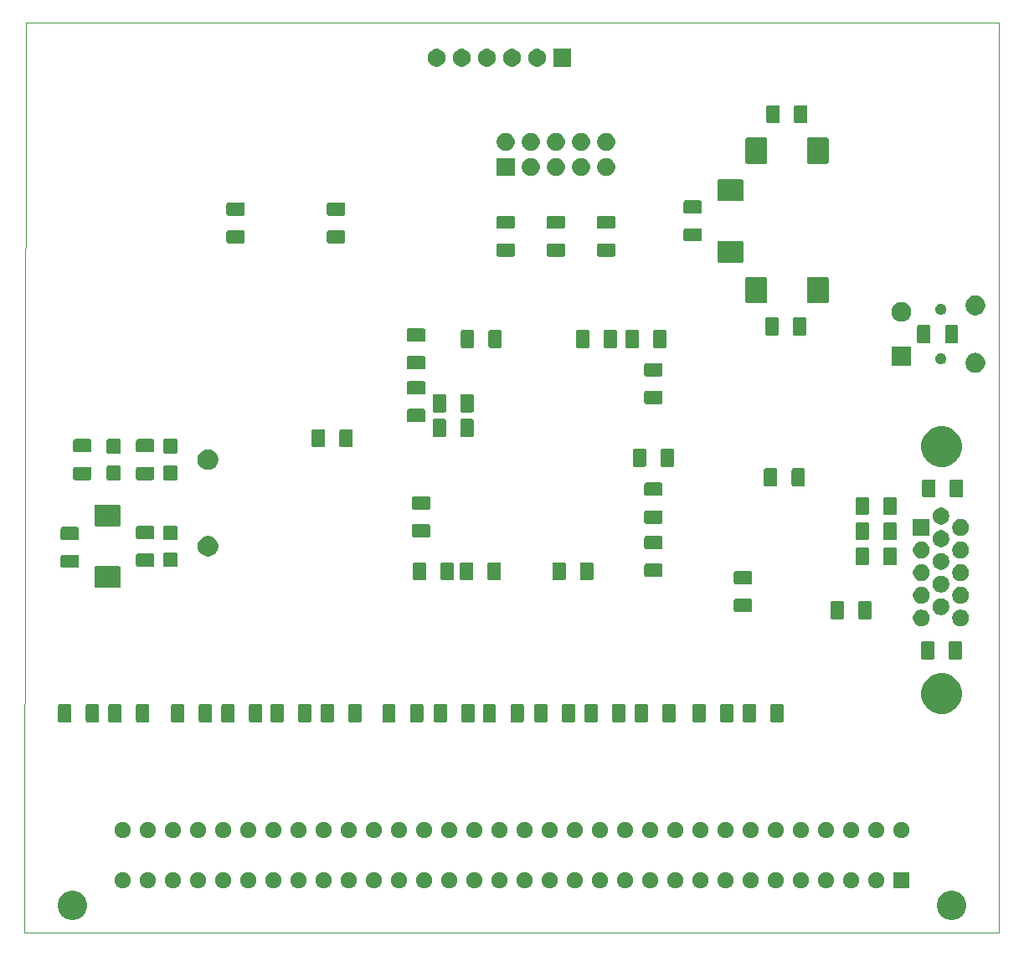
<source format=gbr>
G04 #@! TF.GenerationSoftware,KiCad,Pcbnew,5.1.5+dfsg1-2build2*
G04 #@! TF.CreationDate,2021-07-06T13:38:07+01:00*
G04 #@! TF.ProjectId,Video+Sound,56696465-6f2b-4536-9f75-6e642e6b6963,rev?*
G04 #@! TF.SameCoordinates,Original*
G04 #@! TF.FileFunction,Soldermask,Bot*
G04 #@! TF.FilePolarity,Negative*
%FSLAX46Y46*%
G04 Gerber Fmt 4.6, Leading zero omitted, Abs format (unit mm)*
G04 Created by KiCad (PCBNEW 5.1.5+dfsg1-2build2) date 2021-07-06 13:38:07*
%MOMM*%
%LPD*%
G04 APERTURE LIST*
%ADD10C,0.050000*%
%ADD11C,0.100000*%
G04 APERTURE END LIST*
D10*
X74041000Y-63500000D02*
X73914000Y-155575000D01*
X172466000Y-63500000D02*
X74041000Y-63500000D01*
X172466000Y-155575000D02*
X172466000Y-63500000D01*
X73914000Y-155575000D02*
X172466000Y-155575000D01*
D11*
G36*
X168070532Y-151361721D02*
G01*
X168339147Y-151472985D01*
X168580895Y-151634516D01*
X168786484Y-151840105D01*
X168948015Y-152081853D01*
X169059279Y-152350468D01*
X169116000Y-152635625D01*
X169116000Y-152926375D01*
X169059279Y-153211532D01*
X168948015Y-153480147D01*
X168786484Y-153721895D01*
X168580895Y-153927484D01*
X168339147Y-154089015D01*
X168070532Y-154200279D01*
X167785375Y-154257000D01*
X167494625Y-154257000D01*
X167209468Y-154200279D01*
X166940853Y-154089015D01*
X166699105Y-153927484D01*
X166493516Y-153721895D01*
X166331985Y-153480147D01*
X166220721Y-153211532D01*
X166164000Y-152926375D01*
X166164000Y-152635625D01*
X166220721Y-152350468D01*
X166331985Y-152081853D01*
X166493516Y-151840105D01*
X166699105Y-151634516D01*
X166940853Y-151472985D01*
X167209468Y-151361721D01*
X167494625Y-151305000D01*
X167785375Y-151305000D01*
X168070532Y-151361721D01*
G37*
G36*
X79170532Y-151361721D02*
G01*
X79439147Y-151472985D01*
X79680895Y-151634516D01*
X79886484Y-151840105D01*
X80048015Y-152081853D01*
X80159279Y-152350468D01*
X80216000Y-152635625D01*
X80216000Y-152926375D01*
X80159279Y-153211532D01*
X80048015Y-153480147D01*
X79886484Y-153721895D01*
X79680895Y-153927484D01*
X79439147Y-154089015D01*
X79170532Y-154200279D01*
X78885375Y-154257000D01*
X78594625Y-154257000D01*
X78309468Y-154200279D01*
X78040853Y-154089015D01*
X77799105Y-153927484D01*
X77593516Y-153721895D01*
X77431985Y-153480147D01*
X77320721Y-153211532D01*
X77264000Y-152926375D01*
X77264000Y-152635625D01*
X77320721Y-152350468D01*
X77431985Y-152081853D01*
X77593516Y-151840105D01*
X77799105Y-151634516D01*
X78040853Y-151472985D01*
X78309468Y-151361721D01*
X78594625Y-151305000D01*
X78885375Y-151305000D01*
X79170532Y-151361721D01*
G37*
G36*
X163239568Y-149419086D02*
G01*
X163273560Y-149429397D01*
X163304877Y-149446137D01*
X163332332Y-149468668D01*
X163354863Y-149496123D01*
X163371603Y-149527440D01*
X163381914Y-149561432D01*
X163386000Y-149602915D01*
X163386000Y-150879085D01*
X163381914Y-150920568D01*
X163371603Y-150954560D01*
X163354863Y-150985877D01*
X163332332Y-151013332D01*
X163304877Y-151035863D01*
X163273560Y-151052603D01*
X163239568Y-151062914D01*
X163198085Y-151067000D01*
X161921915Y-151067000D01*
X161880432Y-151062914D01*
X161846440Y-151052603D01*
X161815123Y-151035863D01*
X161787668Y-151013332D01*
X161765137Y-150985877D01*
X161748397Y-150954560D01*
X161738086Y-150920568D01*
X161734000Y-150879085D01*
X161734000Y-149602915D01*
X161738086Y-149561432D01*
X161748397Y-149527440D01*
X161765137Y-149496123D01*
X161787668Y-149468668D01*
X161815123Y-149446137D01*
X161846440Y-149429397D01*
X161880432Y-149419086D01*
X161921915Y-149415000D01*
X163198085Y-149415000D01*
X163239568Y-149419086D01*
G37*
G36*
X104380935Y-149446742D02*
G01*
X104531258Y-149509008D01*
X104666545Y-149599404D01*
X104781596Y-149714455D01*
X104871992Y-149849742D01*
X104934258Y-150000065D01*
X104966000Y-150159646D01*
X104966000Y-150322354D01*
X104934258Y-150481935D01*
X104871992Y-150632258D01*
X104781596Y-150767545D01*
X104666545Y-150882596D01*
X104531258Y-150972992D01*
X104380935Y-151035258D01*
X104221354Y-151067000D01*
X104058646Y-151067000D01*
X103899065Y-151035258D01*
X103748742Y-150972992D01*
X103613455Y-150882596D01*
X103498404Y-150767545D01*
X103408008Y-150632258D01*
X103345742Y-150481935D01*
X103314000Y-150322354D01*
X103314000Y-150159646D01*
X103345742Y-150000065D01*
X103408008Y-149849742D01*
X103498404Y-149714455D01*
X103613455Y-149599404D01*
X103748742Y-149509008D01*
X103899065Y-149446742D01*
X104058646Y-149415000D01*
X104221354Y-149415000D01*
X104380935Y-149446742D01*
G37*
G36*
X119620935Y-149446742D02*
G01*
X119771258Y-149509008D01*
X119906545Y-149599404D01*
X120021596Y-149714455D01*
X120111992Y-149849742D01*
X120174258Y-150000065D01*
X120206000Y-150159646D01*
X120206000Y-150322354D01*
X120174258Y-150481935D01*
X120111992Y-150632258D01*
X120021596Y-150767545D01*
X119906545Y-150882596D01*
X119771258Y-150972992D01*
X119620935Y-151035258D01*
X119461354Y-151067000D01*
X119298646Y-151067000D01*
X119139065Y-151035258D01*
X118988742Y-150972992D01*
X118853455Y-150882596D01*
X118738404Y-150767545D01*
X118648008Y-150632258D01*
X118585742Y-150481935D01*
X118554000Y-150322354D01*
X118554000Y-150159646D01*
X118585742Y-150000065D01*
X118648008Y-149849742D01*
X118738404Y-149714455D01*
X118853455Y-149599404D01*
X118988742Y-149509008D01*
X119139065Y-149446742D01*
X119298646Y-149415000D01*
X119461354Y-149415000D01*
X119620935Y-149446742D01*
G37*
G36*
X117080935Y-149446742D02*
G01*
X117231258Y-149509008D01*
X117366545Y-149599404D01*
X117481596Y-149714455D01*
X117571992Y-149849742D01*
X117634258Y-150000065D01*
X117666000Y-150159646D01*
X117666000Y-150322354D01*
X117634258Y-150481935D01*
X117571992Y-150632258D01*
X117481596Y-150767545D01*
X117366545Y-150882596D01*
X117231258Y-150972992D01*
X117080935Y-151035258D01*
X116921354Y-151067000D01*
X116758646Y-151067000D01*
X116599065Y-151035258D01*
X116448742Y-150972992D01*
X116313455Y-150882596D01*
X116198404Y-150767545D01*
X116108008Y-150632258D01*
X116045742Y-150481935D01*
X116014000Y-150322354D01*
X116014000Y-150159646D01*
X116045742Y-150000065D01*
X116108008Y-149849742D01*
X116198404Y-149714455D01*
X116313455Y-149599404D01*
X116448742Y-149509008D01*
X116599065Y-149446742D01*
X116758646Y-149415000D01*
X116921354Y-149415000D01*
X117080935Y-149446742D01*
G37*
G36*
X114540935Y-149446742D02*
G01*
X114691258Y-149509008D01*
X114826545Y-149599404D01*
X114941596Y-149714455D01*
X115031992Y-149849742D01*
X115094258Y-150000065D01*
X115126000Y-150159646D01*
X115126000Y-150322354D01*
X115094258Y-150481935D01*
X115031992Y-150632258D01*
X114941596Y-150767545D01*
X114826545Y-150882596D01*
X114691258Y-150972992D01*
X114540935Y-151035258D01*
X114381354Y-151067000D01*
X114218646Y-151067000D01*
X114059065Y-151035258D01*
X113908742Y-150972992D01*
X113773455Y-150882596D01*
X113658404Y-150767545D01*
X113568008Y-150632258D01*
X113505742Y-150481935D01*
X113474000Y-150322354D01*
X113474000Y-150159646D01*
X113505742Y-150000065D01*
X113568008Y-149849742D01*
X113658404Y-149714455D01*
X113773455Y-149599404D01*
X113908742Y-149509008D01*
X114059065Y-149446742D01*
X114218646Y-149415000D01*
X114381354Y-149415000D01*
X114540935Y-149446742D01*
G37*
G36*
X112000935Y-149446742D02*
G01*
X112151258Y-149509008D01*
X112286545Y-149599404D01*
X112401596Y-149714455D01*
X112491992Y-149849742D01*
X112554258Y-150000065D01*
X112586000Y-150159646D01*
X112586000Y-150322354D01*
X112554258Y-150481935D01*
X112491992Y-150632258D01*
X112401596Y-150767545D01*
X112286545Y-150882596D01*
X112151258Y-150972992D01*
X112000935Y-151035258D01*
X111841354Y-151067000D01*
X111678646Y-151067000D01*
X111519065Y-151035258D01*
X111368742Y-150972992D01*
X111233455Y-150882596D01*
X111118404Y-150767545D01*
X111028008Y-150632258D01*
X110965742Y-150481935D01*
X110934000Y-150322354D01*
X110934000Y-150159646D01*
X110965742Y-150000065D01*
X111028008Y-149849742D01*
X111118404Y-149714455D01*
X111233455Y-149599404D01*
X111368742Y-149509008D01*
X111519065Y-149446742D01*
X111678646Y-149415000D01*
X111841354Y-149415000D01*
X112000935Y-149446742D01*
G37*
G36*
X109460935Y-149446742D02*
G01*
X109611258Y-149509008D01*
X109746545Y-149599404D01*
X109861596Y-149714455D01*
X109951992Y-149849742D01*
X110014258Y-150000065D01*
X110046000Y-150159646D01*
X110046000Y-150322354D01*
X110014258Y-150481935D01*
X109951992Y-150632258D01*
X109861596Y-150767545D01*
X109746545Y-150882596D01*
X109611258Y-150972992D01*
X109460935Y-151035258D01*
X109301354Y-151067000D01*
X109138646Y-151067000D01*
X108979065Y-151035258D01*
X108828742Y-150972992D01*
X108693455Y-150882596D01*
X108578404Y-150767545D01*
X108488008Y-150632258D01*
X108425742Y-150481935D01*
X108394000Y-150322354D01*
X108394000Y-150159646D01*
X108425742Y-150000065D01*
X108488008Y-149849742D01*
X108578404Y-149714455D01*
X108693455Y-149599404D01*
X108828742Y-149509008D01*
X108979065Y-149446742D01*
X109138646Y-149415000D01*
X109301354Y-149415000D01*
X109460935Y-149446742D01*
G37*
G36*
X106920935Y-149446742D02*
G01*
X107071258Y-149509008D01*
X107206545Y-149599404D01*
X107321596Y-149714455D01*
X107411992Y-149849742D01*
X107474258Y-150000065D01*
X107506000Y-150159646D01*
X107506000Y-150322354D01*
X107474258Y-150481935D01*
X107411992Y-150632258D01*
X107321596Y-150767545D01*
X107206545Y-150882596D01*
X107071258Y-150972992D01*
X106920935Y-151035258D01*
X106761354Y-151067000D01*
X106598646Y-151067000D01*
X106439065Y-151035258D01*
X106288742Y-150972992D01*
X106153455Y-150882596D01*
X106038404Y-150767545D01*
X105948008Y-150632258D01*
X105885742Y-150481935D01*
X105854000Y-150322354D01*
X105854000Y-150159646D01*
X105885742Y-150000065D01*
X105948008Y-149849742D01*
X106038404Y-149714455D01*
X106153455Y-149599404D01*
X106288742Y-149509008D01*
X106439065Y-149446742D01*
X106598646Y-149415000D01*
X106761354Y-149415000D01*
X106920935Y-149446742D01*
G37*
G36*
X101840935Y-149446742D02*
G01*
X101991258Y-149509008D01*
X102126545Y-149599404D01*
X102241596Y-149714455D01*
X102331992Y-149849742D01*
X102394258Y-150000065D01*
X102426000Y-150159646D01*
X102426000Y-150322354D01*
X102394258Y-150481935D01*
X102331992Y-150632258D01*
X102241596Y-150767545D01*
X102126545Y-150882596D01*
X101991258Y-150972992D01*
X101840935Y-151035258D01*
X101681354Y-151067000D01*
X101518646Y-151067000D01*
X101359065Y-151035258D01*
X101208742Y-150972992D01*
X101073455Y-150882596D01*
X100958404Y-150767545D01*
X100868008Y-150632258D01*
X100805742Y-150481935D01*
X100774000Y-150322354D01*
X100774000Y-150159646D01*
X100805742Y-150000065D01*
X100868008Y-149849742D01*
X100958404Y-149714455D01*
X101073455Y-149599404D01*
X101208742Y-149509008D01*
X101359065Y-149446742D01*
X101518646Y-149415000D01*
X101681354Y-149415000D01*
X101840935Y-149446742D01*
G37*
G36*
X99300935Y-149446742D02*
G01*
X99451258Y-149509008D01*
X99586545Y-149599404D01*
X99701596Y-149714455D01*
X99791992Y-149849742D01*
X99854258Y-150000065D01*
X99886000Y-150159646D01*
X99886000Y-150322354D01*
X99854258Y-150481935D01*
X99791992Y-150632258D01*
X99701596Y-150767545D01*
X99586545Y-150882596D01*
X99451258Y-150972992D01*
X99300935Y-151035258D01*
X99141354Y-151067000D01*
X98978646Y-151067000D01*
X98819065Y-151035258D01*
X98668742Y-150972992D01*
X98533455Y-150882596D01*
X98418404Y-150767545D01*
X98328008Y-150632258D01*
X98265742Y-150481935D01*
X98234000Y-150322354D01*
X98234000Y-150159646D01*
X98265742Y-150000065D01*
X98328008Y-149849742D01*
X98418404Y-149714455D01*
X98533455Y-149599404D01*
X98668742Y-149509008D01*
X98819065Y-149446742D01*
X98978646Y-149415000D01*
X99141354Y-149415000D01*
X99300935Y-149446742D01*
G37*
G36*
X96760935Y-149446742D02*
G01*
X96911258Y-149509008D01*
X97046545Y-149599404D01*
X97161596Y-149714455D01*
X97251992Y-149849742D01*
X97314258Y-150000065D01*
X97346000Y-150159646D01*
X97346000Y-150322354D01*
X97314258Y-150481935D01*
X97251992Y-150632258D01*
X97161596Y-150767545D01*
X97046545Y-150882596D01*
X96911258Y-150972992D01*
X96760935Y-151035258D01*
X96601354Y-151067000D01*
X96438646Y-151067000D01*
X96279065Y-151035258D01*
X96128742Y-150972992D01*
X95993455Y-150882596D01*
X95878404Y-150767545D01*
X95788008Y-150632258D01*
X95725742Y-150481935D01*
X95694000Y-150322354D01*
X95694000Y-150159646D01*
X95725742Y-150000065D01*
X95788008Y-149849742D01*
X95878404Y-149714455D01*
X95993455Y-149599404D01*
X96128742Y-149509008D01*
X96279065Y-149446742D01*
X96438646Y-149415000D01*
X96601354Y-149415000D01*
X96760935Y-149446742D01*
G37*
G36*
X94220935Y-149446742D02*
G01*
X94371258Y-149509008D01*
X94506545Y-149599404D01*
X94621596Y-149714455D01*
X94711992Y-149849742D01*
X94774258Y-150000065D01*
X94806000Y-150159646D01*
X94806000Y-150322354D01*
X94774258Y-150481935D01*
X94711992Y-150632258D01*
X94621596Y-150767545D01*
X94506545Y-150882596D01*
X94371258Y-150972992D01*
X94220935Y-151035258D01*
X94061354Y-151067000D01*
X93898646Y-151067000D01*
X93739065Y-151035258D01*
X93588742Y-150972992D01*
X93453455Y-150882596D01*
X93338404Y-150767545D01*
X93248008Y-150632258D01*
X93185742Y-150481935D01*
X93154000Y-150322354D01*
X93154000Y-150159646D01*
X93185742Y-150000065D01*
X93248008Y-149849742D01*
X93338404Y-149714455D01*
X93453455Y-149599404D01*
X93588742Y-149509008D01*
X93739065Y-149446742D01*
X93898646Y-149415000D01*
X94061354Y-149415000D01*
X94220935Y-149446742D01*
G37*
G36*
X84060935Y-149446742D02*
G01*
X84211258Y-149509008D01*
X84346545Y-149599404D01*
X84461596Y-149714455D01*
X84551992Y-149849742D01*
X84614258Y-150000065D01*
X84646000Y-150159646D01*
X84646000Y-150322354D01*
X84614258Y-150481935D01*
X84551992Y-150632258D01*
X84461596Y-150767545D01*
X84346545Y-150882596D01*
X84211258Y-150972992D01*
X84060935Y-151035258D01*
X83901354Y-151067000D01*
X83738646Y-151067000D01*
X83579065Y-151035258D01*
X83428742Y-150972992D01*
X83293455Y-150882596D01*
X83178404Y-150767545D01*
X83088008Y-150632258D01*
X83025742Y-150481935D01*
X82994000Y-150322354D01*
X82994000Y-150159646D01*
X83025742Y-150000065D01*
X83088008Y-149849742D01*
X83178404Y-149714455D01*
X83293455Y-149599404D01*
X83428742Y-149509008D01*
X83579065Y-149446742D01*
X83738646Y-149415000D01*
X83901354Y-149415000D01*
X84060935Y-149446742D01*
G37*
G36*
X86600935Y-149446742D02*
G01*
X86751258Y-149509008D01*
X86886545Y-149599404D01*
X87001596Y-149714455D01*
X87091992Y-149849742D01*
X87154258Y-150000065D01*
X87186000Y-150159646D01*
X87186000Y-150322354D01*
X87154258Y-150481935D01*
X87091992Y-150632258D01*
X87001596Y-150767545D01*
X86886545Y-150882596D01*
X86751258Y-150972992D01*
X86600935Y-151035258D01*
X86441354Y-151067000D01*
X86278646Y-151067000D01*
X86119065Y-151035258D01*
X85968742Y-150972992D01*
X85833455Y-150882596D01*
X85718404Y-150767545D01*
X85628008Y-150632258D01*
X85565742Y-150481935D01*
X85534000Y-150322354D01*
X85534000Y-150159646D01*
X85565742Y-150000065D01*
X85628008Y-149849742D01*
X85718404Y-149714455D01*
X85833455Y-149599404D01*
X85968742Y-149509008D01*
X86119065Y-149446742D01*
X86278646Y-149415000D01*
X86441354Y-149415000D01*
X86600935Y-149446742D01*
G37*
G36*
X89140935Y-149446742D02*
G01*
X89291258Y-149509008D01*
X89426545Y-149599404D01*
X89541596Y-149714455D01*
X89631992Y-149849742D01*
X89694258Y-150000065D01*
X89726000Y-150159646D01*
X89726000Y-150322354D01*
X89694258Y-150481935D01*
X89631992Y-150632258D01*
X89541596Y-150767545D01*
X89426545Y-150882596D01*
X89291258Y-150972992D01*
X89140935Y-151035258D01*
X88981354Y-151067000D01*
X88818646Y-151067000D01*
X88659065Y-151035258D01*
X88508742Y-150972992D01*
X88373455Y-150882596D01*
X88258404Y-150767545D01*
X88168008Y-150632258D01*
X88105742Y-150481935D01*
X88074000Y-150322354D01*
X88074000Y-150159646D01*
X88105742Y-150000065D01*
X88168008Y-149849742D01*
X88258404Y-149714455D01*
X88373455Y-149599404D01*
X88508742Y-149509008D01*
X88659065Y-149446742D01*
X88818646Y-149415000D01*
X88981354Y-149415000D01*
X89140935Y-149446742D01*
G37*
G36*
X91680935Y-149446742D02*
G01*
X91831258Y-149509008D01*
X91966545Y-149599404D01*
X92081596Y-149714455D01*
X92171992Y-149849742D01*
X92234258Y-150000065D01*
X92266000Y-150159646D01*
X92266000Y-150322354D01*
X92234258Y-150481935D01*
X92171992Y-150632258D01*
X92081596Y-150767545D01*
X91966545Y-150882596D01*
X91831258Y-150972992D01*
X91680935Y-151035258D01*
X91521354Y-151067000D01*
X91358646Y-151067000D01*
X91199065Y-151035258D01*
X91048742Y-150972992D01*
X90913455Y-150882596D01*
X90798404Y-150767545D01*
X90708008Y-150632258D01*
X90645742Y-150481935D01*
X90614000Y-150322354D01*
X90614000Y-150159646D01*
X90645742Y-150000065D01*
X90708008Y-149849742D01*
X90798404Y-149714455D01*
X90913455Y-149599404D01*
X91048742Y-149509008D01*
X91199065Y-149446742D01*
X91358646Y-149415000D01*
X91521354Y-149415000D01*
X91680935Y-149446742D01*
G37*
G36*
X155180935Y-149446742D02*
G01*
X155331258Y-149509008D01*
X155466545Y-149599404D01*
X155581596Y-149714455D01*
X155671992Y-149849742D01*
X155734258Y-150000065D01*
X155766000Y-150159646D01*
X155766000Y-150322354D01*
X155734258Y-150481935D01*
X155671992Y-150632258D01*
X155581596Y-150767545D01*
X155466545Y-150882596D01*
X155331258Y-150972992D01*
X155180935Y-151035258D01*
X155021354Y-151067000D01*
X154858646Y-151067000D01*
X154699065Y-151035258D01*
X154548742Y-150972992D01*
X154413455Y-150882596D01*
X154298404Y-150767545D01*
X154208008Y-150632258D01*
X154145742Y-150481935D01*
X154114000Y-150322354D01*
X154114000Y-150159646D01*
X154145742Y-150000065D01*
X154208008Y-149849742D01*
X154298404Y-149714455D01*
X154413455Y-149599404D01*
X154548742Y-149509008D01*
X154699065Y-149446742D01*
X154858646Y-149415000D01*
X155021354Y-149415000D01*
X155180935Y-149446742D01*
G37*
G36*
X142480935Y-149446742D02*
G01*
X142631258Y-149509008D01*
X142766545Y-149599404D01*
X142881596Y-149714455D01*
X142971992Y-149849742D01*
X143034258Y-150000065D01*
X143066000Y-150159646D01*
X143066000Y-150322354D01*
X143034258Y-150481935D01*
X142971992Y-150632258D01*
X142881596Y-150767545D01*
X142766545Y-150882596D01*
X142631258Y-150972992D01*
X142480935Y-151035258D01*
X142321354Y-151067000D01*
X142158646Y-151067000D01*
X141999065Y-151035258D01*
X141848742Y-150972992D01*
X141713455Y-150882596D01*
X141598404Y-150767545D01*
X141508008Y-150632258D01*
X141445742Y-150481935D01*
X141414000Y-150322354D01*
X141414000Y-150159646D01*
X141445742Y-150000065D01*
X141508008Y-149849742D01*
X141598404Y-149714455D01*
X141713455Y-149599404D01*
X141848742Y-149509008D01*
X141999065Y-149446742D01*
X142158646Y-149415000D01*
X142321354Y-149415000D01*
X142480935Y-149446742D01*
G37*
G36*
X160260935Y-149446742D02*
G01*
X160411258Y-149509008D01*
X160546545Y-149599404D01*
X160661596Y-149714455D01*
X160751992Y-149849742D01*
X160814258Y-150000065D01*
X160846000Y-150159646D01*
X160846000Y-150322354D01*
X160814258Y-150481935D01*
X160751992Y-150632258D01*
X160661596Y-150767545D01*
X160546545Y-150882596D01*
X160411258Y-150972992D01*
X160260935Y-151035258D01*
X160101354Y-151067000D01*
X159938646Y-151067000D01*
X159779065Y-151035258D01*
X159628742Y-150972992D01*
X159493455Y-150882596D01*
X159378404Y-150767545D01*
X159288008Y-150632258D01*
X159225742Y-150481935D01*
X159194000Y-150322354D01*
X159194000Y-150159646D01*
X159225742Y-150000065D01*
X159288008Y-149849742D01*
X159378404Y-149714455D01*
X159493455Y-149599404D01*
X159628742Y-149509008D01*
X159779065Y-149446742D01*
X159938646Y-149415000D01*
X160101354Y-149415000D01*
X160260935Y-149446742D01*
G37*
G36*
X124700935Y-149446742D02*
G01*
X124851258Y-149509008D01*
X124986545Y-149599404D01*
X125101596Y-149714455D01*
X125191992Y-149849742D01*
X125254258Y-150000065D01*
X125286000Y-150159646D01*
X125286000Y-150322354D01*
X125254258Y-150481935D01*
X125191992Y-150632258D01*
X125101596Y-150767545D01*
X124986545Y-150882596D01*
X124851258Y-150972992D01*
X124700935Y-151035258D01*
X124541354Y-151067000D01*
X124378646Y-151067000D01*
X124219065Y-151035258D01*
X124068742Y-150972992D01*
X123933455Y-150882596D01*
X123818404Y-150767545D01*
X123728008Y-150632258D01*
X123665742Y-150481935D01*
X123634000Y-150322354D01*
X123634000Y-150159646D01*
X123665742Y-150000065D01*
X123728008Y-149849742D01*
X123818404Y-149714455D01*
X123933455Y-149599404D01*
X124068742Y-149509008D01*
X124219065Y-149446742D01*
X124378646Y-149415000D01*
X124541354Y-149415000D01*
X124700935Y-149446742D01*
G37*
G36*
X127240935Y-149446742D02*
G01*
X127391258Y-149509008D01*
X127526545Y-149599404D01*
X127641596Y-149714455D01*
X127731992Y-149849742D01*
X127794258Y-150000065D01*
X127826000Y-150159646D01*
X127826000Y-150322354D01*
X127794258Y-150481935D01*
X127731992Y-150632258D01*
X127641596Y-150767545D01*
X127526545Y-150882596D01*
X127391258Y-150972992D01*
X127240935Y-151035258D01*
X127081354Y-151067000D01*
X126918646Y-151067000D01*
X126759065Y-151035258D01*
X126608742Y-150972992D01*
X126473455Y-150882596D01*
X126358404Y-150767545D01*
X126268008Y-150632258D01*
X126205742Y-150481935D01*
X126174000Y-150322354D01*
X126174000Y-150159646D01*
X126205742Y-150000065D01*
X126268008Y-149849742D01*
X126358404Y-149714455D01*
X126473455Y-149599404D01*
X126608742Y-149509008D01*
X126759065Y-149446742D01*
X126918646Y-149415000D01*
X127081354Y-149415000D01*
X127240935Y-149446742D01*
G37*
G36*
X129780935Y-149446742D02*
G01*
X129931258Y-149509008D01*
X130066545Y-149599404D01*
X130181596Y-149714455D01*
X130271992Y-149849742D01*
X130334258Y-150000065D01*
X130366000Y-150159646D01*
X130366000Y-150322354D01*
X130334258Y-150481935D01*
X130271992Y-150632258D01*
X130181596Y-150767545D01*
X130066545Y-150882596D01*
X129931258Y-150972992D01*
X129780935Y-151035258D01*
X129621354Y-151067000D01*
X129458646Y-151067000D01*
X129299065Y-151035258D01*
X129148742Y-150972992D01*
X129013455Y-150882596D01*
X128898404Y-150767545D01*
X128808008Y-150632258D01*
X128745742Y-150481935D01*
X128714000Y-150322354D01*
X128714000Y-150159646D01*
X128745742Y-150000065D01*
X128808008Y-149849742D01*
X128898404Y-149714455D01*
X129013455Y-149599404D01*
X129148742Y-149509008D01*
X129299065Y-149446742D01*
X129458646Y-149415000D01*
X129621354Y-149415000D01*
X129780935Y-149446742D01*
G37*
G36*
X132320935Y-149446742D02*
G01*
X132471258Y-149509008D01*
X132606545Y-149599404D01*
X132721596Y-149714455D01*
X132811992Y-149849742D01*
X132874258Y-150000065D01*
X132906000Y-150159646D01*
X132906000Y-150322354D01*
X132874258Y-150481935D01*
X132811992Y-150632258D01*
X132721596Y-150767545D01*
X132606545Y-150882596D01*
X132471258Y-150972992D01*
X132320935Y-151035258D01*
X132161354Y-151067000D01*
X131998646Y-151067000D01*
X131839065Y-151035258D01*
X131688742Y-150972992D01*
X131553455Y-150882596D01*
X131438404Y-150767545D01*
X131348008Y-150632258D01*
X131285742Y-150481935D01*
X131254000Y-150322354D01*
X131254000Y-150159646D01*
X131285742Y-150000065D01*
X131348008Y-149849742D01*
X131438404Y-149714455D01*
X131553455Y-149599404D01*
X131688742Y-149509008D01*
X131839065Y-149446742D01*
X131998646Y-149415000D01*
X132161354Y-149415000D01*
X132320935Y-149446742D01*
G37*
G36*
X134860935Y-149446742D02*
G01*
X135011258Y-149509008D01*
X135146545Y-149599404D01*
X135261596Y-149714455D01*
X135351992Y-149849742D01*
X135414258Y-150000065D01*
X135446000Y-150159646D01*
X135446000Y-150322354D01*
X135414258Y-150481935D01*
X135351992Y-150632258D01*
X135261596Y-150767545D01*
X135146545Y-150882596D01*
X135011258Y-150972992D01*
X134860935Y-151035258D01*
X134701354Y-151067000D01*
X134538646Y-151067000D01*
X134379065Y-151035258D01*
X134228742Y-150972992D01*
X134093455Y-150882596D01*
X133978404Y-150767545D01*
X133888008Y-150632258D01*
X133825742Y-150481935D01*
X133794000Y-150322354D01*
X133794000Y-150159646D01*
X133825742Y-150000065D01*
X133888008Y-149849742D01*
X133978404Y-149714455D01*
X134093455Y-149599404D01*
X134228742Y-149509008D01*
X134379065Y-149446742D01*
X134538646Y-149415000D01*
X134701354Y-149415000D01*
X134860935Y-149446742D01*
G37*
G36*
X137400935Y-149446742D02*
G01*
X137551258Y-149509008D01*
X137686545Y-149599404D01*
X137801596Y-149714455D01*
X137891992Y-149849742D01*
X137954258Y-150000065D01*
X137986000Y-150159646D01*
X137986000Y-150322354D01*
X137954258Y-150481935D01*
X137891992Y-150632258D01*
X137801596Y-150767545D01*
X137686545Y-150882596D01*
X137551258Y-150972992D01*
X137400935Y-151035258D01*
X137241354Y-151067000D01*
X137078646Y-151067000D01*
X136919065Y-151035258D01*
X136768742Y-150972992D01*
X136633455Y-150882596D01*
X136518404Y-150767545D01*
X136428008Y-150632258D01*
X136365742Y-150481935D01*
X136334000Y-150322354D01*
X136334000Y-150159646D01*
X136365742Y-150000065D01*
X136428008Y-149849742D01*
X136518404Y-149714455D01*
X136633455Y-149599404D01*
X136768742Y-149509008D01*
X136919065Y-149446742D01*
X137078646Y-149415000D01*
X137241354Y-149415000D01*
X137400935Y-149446742D01*
G37*
G36*
X122160935Y-149446742D02*
G01*
X122311258Y-149509008D01*
X122446545Y-149599404D01*
X122561596Y-149714455D01*
X122651992Y-149849742D01*
X122714258Y-150000065D01*
X122746000Y-150159646D01*
X122746000Y-150322354D01*
X122714258Y-150481935D01*
X122651992Y-150632258D01*
X122561596Y-150767545D01*
X122446545Y-150882596D01*
X122311258Y-150972992D01*
X122160935Y-151035258D01*
X122001354Y-151067000D01*
X121838646Y-151067000D01*
X121679065Y-151035258D01*
X121528742Y-150972992D01*
X121393455Y-150882596D01*
X121278404Y-150767545D01*
X121188008Y-150632258D01*
X121125742Y-150481935D01*
X121094000Y-150322354D01*
X121094000Y-150159646D01*
X121125742Y-150000065D01*
X121188008Y-149849742D01*
X121278404Y-149714455D01*
X121393455Y-149599404D01*
X121528742Y-149509008D01*
X121679065Y-149446742D01*
X121838646Y-149415000D01*
X122001354Y-149415000D01*
X122160935Y-149446742D01*
G37*
G36*
X145020935Y-149446742D02*
G01*
X145171258Y-149509008D01*
X145306545Y-149599404D01*
X145421596Y-149714455D01*
X145511992Y-149849742D01*
X145574258Y-150000065D01*
X145606000Y-150159646D01*
X145606000Y-150322354D01*
X145574258Y-150481935D01*
X145511992Y-150632258D01*
X145421596Y-150767545D01*
X145306545Y-150882596D01*
X145171258Y-150972992D01*
X145020935Y-151035258D01*
X144861354Y-151067000D01*
X144698646Y-151067000D01*
X144539065Y-151035258D01*
X144388742Y-150972992D01*
X144253455Y-150882596D01*
X144138404Y-150767545D01*
X144048008Y-150632258D01*
X143985742Y-150481935D01*
X143954000Y-150322354D01*
X143954000Y-150159646D01*
X143985742Y-150000065D01*
X144048008Y-149849742D01*
X144138404Y-149714455D01*
X144253455Y-149599404D01*
X144388742Y-149509008D01*
X144539065Y-149446742D01*
X144698646Y-149415000D01*
X144861354Y-149415000D01*
X145020935Y-149446742D01*
G37*
G36*
X147560935Y-149446742D02*
G01*
X147711258Y-149509008D01*
X147846545Y-149599404D01*
X147961596Y-149714455D01*
X148051992Y-149849742D01*
X148114258Y-150000065D01*
X148146000Y-150159646D01*
X148146000Y-150322354D01*
X148114258Y-150481935D01*
X148051992Y-150632258D01*
X147961596Y-150767545D01*
X147846545Y-150882596D01*
X147711258Y-150972992D01*
X147560935Y-151035258D01*
X147401354Y-151067000D01*
X147238646Y-151067000D01*
X147079065Y-151035258D01*
X146928742Y-150972992D01*
X146793455Y-150882596D01*
X146678404Y-150767545D01*
X146588008Y-150632258D01*
X146525742Y-150481935D01*
X146494000Y-150322354D01*
X146494000Y-150159646D01*
X146525742Y-150000065D01*
X146588008Y-149849742D01*
X146678404Y-149714455D01*
X146793455Y-149599404D01*
X146928742Y-149509008D01*
X147079065Y-149446742D01*
X147238646Y-149415000D01*
X147401354Y-149415000D01*
X147560935Y-149446742D01*
G37*
G36*
X150100935Y-149446742D02*
G01*
X150251258Y-149509008D01*
X150386545Y-149599404D01*
X150501596Y-149714455D01*
X150591992Y-149849742D01*
X150654258Y-150000065D01*
X150686000Y-150159646D01*
X150686000Y-150322354D01*
X150654258Y-150481935D01*
X150591992Y-150632258D01*
X150501596Y-150767545D01*
X150386545Y-150882596D01*
X150251258Y-150972992D01*
X150100935Y-151035258D01*
X149941354Y-151067000D01*
X149778646Y-151067000D01*
X149619065Y-151035258D01*
X149468742Y-150972992D01*
X149333455Y-150882596D01*
X149218404Y-150767545D01*
X149128008Y-150632258D01*
X149065742Y-150481935D01*
X149034000Y-150322354D01*
X149034000Y-150159646D01*
X149065742Y-150000065D01*
X149128008Y-149849742D01*
X149218404Y-149714455D01*
X149333455Y-149599404D01*
X149468742Y-149509008D01*
X149619065Y-149446742D01*
X149778646Y-149415000D01*
X149941354Y-149415000D01*
X150100935Y-149446742D01*
G37*
G36*
X152640935Y-149446742D02*
G01*
X152791258Y-149509008D01*
X152926545Y-149599404D01*
X153041596Y-149714455D01*
X153131992Y-149849742D01*
X153194258Y-150000065D01*
X153226000Y-150159646D01*
X153226000Y-150322354D01*
X153194258Y-150481935D01*
X153131992Y-150632258D01*
X153041596Y-150767545D01*
X152926545Y-150882596D01*
X152791258Y-150972992D01*
X152640935Y-151035258D01*
X152481354Y-151067000D01*
X152318646Y-151067000D01*
X152159065Y-151035258D01*
X152008742Y-150972992D01*
X151873455Y-150882596D01*
X151758404Y-150767545D01*
X151668008Y-150632258D01*
X151605742Y-150481935D01*
X151574000Y-150322354D01*
X151574000Y-150159646D01*
X151605742Y-150000065D01*
X151668008Y-149849742D01*
X151758404Y-149714455D01*
X151873455Y-149599404D01*
X152008742Y-149509008D01*
X152159065Y-149446742D01*
X152318646Y-149415000D01*
X152481354Y-149415000D01*
X152640935Y-149446742D01*
G37*
G36*
X157720935Y-149446742D02*
G01*
X157871258Y-149509008D01*
X158006545Y-149599404D01*
X158121596Y-149714455D01*
X158211992Y-149849742D01*
X158274258Y-150000065D01*
X158306000Y-150159646D01*
X158306000Y-150322354D01*
X158274258Y-150481935D01*
X158211992Y-150632258D01*
X158121596Y-150767545D01*
X158006545Y-150882596D01*
X157871258Y-150972992D01*
X157720935Y-151035258D01*
X157561354Y-151067000D01*
X157398646Y-151067000D01*
X157239065Y-151035258D01*
X157088742Y-150972992D01*
X156953455Y-150882596D01*
X156838404Y-150767545D01*
X156748008Y-150632258D01*
X156685742Y-150481935D01*
X156654000Y-150322354D01*
X156654000Y-150159646D01*
X156685742Y-150000065D01*
X156748008Y-149849742D01*
X156838404Y-149714455D01*
X156953455Y-149599404D01*
X157088742Y-149509008D01*
X157239065Y-149446742D01*
X157398646Y-149415000D01*
X157561354Y-149415000D01*
X157720935Y-149446742D01*
G37*
G36*
X139940935Y-149446742D02*
G01*
X140091258Y-149509008D01*
X140226545Y-149599404D01*
X140341596Y-149714455D01*
X140431992Y-149849742D01*
X140494258Y-150000065D01*
X140526000Y-150159646D01*
X140526000Y-150322354D01*
X140494258Y-150481935D01*
X140431992Y-150632258D01*
X140341596Y-150767545D01*
X140226545Y-150882596D01*
X140091258Y-150972992D01*
X139940935Y-151035258D01*
X139781354Y-151067000D01*
X139618646Y-151067000D01*
X139459065Y-151035258D01*
X139308742Y-150972992D01*
X139173455Y-150882596D01*
X139058404Y-150767545D01*
X138968008Y-150632258D01*
X138905742Y-150481935D01*
X138874000Y-150322354D01*
X138874000Y-150159646D01*
X138905742Y-150000065D01*
X138968008Y-149849742D01*
X139058404Y-149714455D01*
X139173455Y-149599404D01*
X139308742Y-149509008D01*
X139459065Y-149446742D01*
X139618646Y-149415000D01*
X139781354Y-149415000D01*
X139940935Y-149446742D01*
G37*
G36*
X152640935Y-144366742D02*
G01*
X152791258Y-144429008D01*
X152926545Y-144519404D01*
X153041596Y-144634455D01*
X153131992Y-144769742D01*
X153194258Y-144920065D01*
X153226000Y-145079646D01*
X153226000Y-145242354D01*
X153194258Y-145401935D01*
X153131992Y-145552258D01*
X153041596Y-145687545D01*
X152926545Y-145802596D01*
X152791258Y-145892992D01*
X152640935Y-145955258D01*
X152481354Y-145987000D01*
X152318646Y-145987000D01*
X152159065Y-145955258D01*
X152008742Y-145892992D01*
X151873455Y-145802596D01*
X151758404Y-145687545D01*
X151668008Y-145552258D01*
X151605742Y-145401935D01*
X151574000Y-145242354D01*
X151574000Y-145079646D01*
X151605742Y-144920065D01*
X151668008Y-144769742D01*
X151758404Y-144634455D01*
X151873455Y-144519404D01*
X152008742Y-144429008D01*
X152159065Y-144366742D01*
X152318646Y-144335000D01*
X152481354Y-144335000D01*
X152640935Y-144366742D01*
G37*
G36*
X91680935Y-144366742D02*
G01*
X91831258Y-144429008D01*
X91966545Y-144519404D01*
X92081596Y-144634455D01*
X92171992Y-144769742D01*
X92234258Y-144920065D01*
X92266000Y-145079646D01*
X92266000Y-145242354D01*
X92234258Y-145401935D01*
X92171992Y-145552258D01*
X92081596Y-145687545D01*
X91966545Y-145802596D01*
X91831258Y-145892992D01*
X91680935Y-145955258D01*
X91521354Y-145987000D01*
X91358646Y-145987000D01*
X91199065Y-145955258D01*
X91048742Y-145892992D01*
X90913455Y-145802596D01*
X90798404Y-145687545D01*
X90708008Y-145552258D01*
X90645742Y-145401935D01*
X90614000Y-145242354D01*
X90614000Y-145079646D01*
X90645742Y-144920065D01*
X90708008Y-144769742D01*
X90798404Y-144634455D01*
X90913455Y-144519404D01*
X91048742Y-144429008D01*
X91199065Y-144366742D01*
X91358646Y-144335000D01*
X91521354Y-144335000D01*
X91680935Y-144366742D01*
G37*
G36*
X162800935Y-144366742D02*
G01*
X162951258Y-144429008D01*
X163086545Y-144519404D01*
X163201596Y-144634455D01*
X163291992Y-144769742D01*
X163354258Y-144920065D01*
X163386000Y-145079646D01*
X163386000Y-145242354D01*
X163354258Y-145401935D01*
X163291992Y-145552258D01*
X163201596Y-145687545D01*
X163086545Y-145802596D01*
X162951258Y-145892992D01*
X162800935Y-145955258D01*
X162641354Y-145987000D01*
X162478646Y-145987000D01*
X162319065Y-145955258D01*
X162168742Y-145892992D01*
X162033455Y-145802596D01*
X161918404Y-145687545D01*
X161828008Y-145552258D01*
X161765742Y-145401935D01*
X161734000Y-145242354D01*
X161734000Y-145079646D01*
X161765742Y-144920065D01*
X161828008Y-144769742D01*
X161918404Y-144634455D01*
X162033455Y-144519404D01*
X162168742Y-144429008D01*
X162319065Y-144366742D01*
X162478646Y-144335000D01*
X162641354Y-144335000D01*
X162800935Y-144366742D01*
G37*
G36*
X86600935Y-144366742D02*
G01*
X86751258Y-144429008D01*
X86886545Y-144519404D01*
X87001596Y-144634455D01*
X87091992Y-144769742D01*
X87154258Y-144920065D01*
X87186000Y-145079646D01*
X87186000Y-145242354D01*
X87154258Y-145401935D01*
X87091992Y-145552258D01*
X87001596Y-145687545D01*
X86886545Y-145802596D01*
X86751258Y-145892992D01*
X86600935Y-145955258D01*
X86441354Y-145987000D01*
X86278646Y-145987000D01*
X86119065Y-145955258D01*
X85968742Y-145892992D01*
X85833455Y-145802596D01*
X85718404Y-145687545D01*
X85628008Y-145552258D01*
X85565742Y-145401935D01*
X85534000Y-145242354D01*
X85534000Y-145079646D01*
X85565742Y-144920065D01*
X85628008Y-144769742D01*
X85718404Y-144634455D01*
X85833455Y-144519404D01*
X85968742Y-144429008D01*
X86119065Y-144366742D01*
X86278646Y-144335000D01*
X86441354Y-144335000D01*
X86600935Y-144366742D01*
G37*
G36*
X84060935Y-144366742D02*
G01*
X84211258Y-144429008D01*
X84346545Y-144519404D01*
X84461596Y-144634455D01*
X84551992Y-144769742D01*
X84614258Y-144920065D01*
X84646000Y-145079646D01*
X84646000Y-145242354D01*
X84614258Y-145401935D01*
X84551992Y-145552258D01*
X84461596Y-145687545D01*
X84346545Y-145802596D01*
X84211258Y-145892992D01*
X84060935Y-145955258D01*
X83901354Y-145987000D01*
X83738646Y-145987000D01*
X83579065Y-145955258D01*
X83428742Y-145892992D01*
X83293455Y-145802596D01*
X83178404Y-145687545D01*
X83088008Y-145552258D01*
X83025742Y-145401935D01*
X82994000Y-145242354D01*
X82994000Y-145079646D01*
X83025742Y-144920065D01*
X83088008Y-144769742D01*
X83178404Y-144634455D01*
X83293455Y-144519404D01*
X83428742Y-144429008D01*
X83579065Y-144366742D01*
X83738646Y-144335000D01*
X83901354Y-144335000D01*
X84060935Y-144366742D01*
G37*
G36*
X132320935Y-144366742D02*
G01*
X132471258Y-144429008D01*
X132606545Y-144519404D01*
X132721596Y-144634455D01*
X132811992Y-144769742D01*
X132874258Y-144920065D01*
X132906000Y-145079646D01*
X132906000Y-145242354D01*
X132874258Y-145401935D01*
X132811992Y-145552258D01*
X132721596Y-145687545D01*
X132606545Y-145802596D01*
X132471258Y-145892992D01*
X132320935Y-145955258D01*
X132161354Y-145987000D01*
X131998646Y-145987000D01*
X131839065Y-145955258D01*
X131688742Y-145892992D01*
X131553455Y-145802596D01*
X131438404Y-145687545D01*
X131348008Y-145552258D01*
X131285742Y-145401935D01*
X131254000Y-145242354D01*
X131254000Y-145079646D01*
X131285742Y-144920065D01*
X131348008Y-144769742D01*
X131438404Y-144634455D01*
X131553455Y-144519404D01*
X131688742Y-144429008D01*
X131839065Y-144366742D01*
X131998646Y-144335000D01*
X132161354Y-144335000D01*
X132320935Y-144366742D01*
G37*
G36*
X134860935Y-144366742D02*
G01*
X135011258Y-144429008D01*
X135146545Y-144519404D01*
X135261596Y-144634455D01*
X135351992Y-144769742D01*
X135414258Y-144920065D01*
X135446000Y-145079646D01*
X135446000Y-145242354D01*
X135414258Y-145401935D01*
X135351992Y-145552258D01*
X135261596Y-145687545D01*
X135146545Y-145802596D01*
X135011258Y-145892992D01*
X134860935Y-145955258D01*
X134701354Y-145987000D01*
X134538646Y-145987000D01*
X134379065Y-145955258D01*
X134228742Y-145892992D01*
X134093455Y-145802596D01*
X133978404Y-145687545D01*
X133888008Y-145552258D01*
X133825742Y-145401935D01*
X133794000Y-145242354D01*
X133794000Y-145079646D01*
X133825742Y-144920065D01*
X133888008Y-144769742D01*
X133978404Y-144634455D01*
X134093455Y-144519404D01*
X134228742Y-144429008D01*
X134379065Y-144366742D01*
X134538646Y-144335000D01*
X134701354Y-144335000D01*
X134860935Y-144366742D01*
G37*
G36*
X139940935Y-144366742D02*
G01*
X140091258Y-144429008D01*
X140226545Y-144519404D01*
X140341596Y-144634455D01*
X140431992Y-144769742D01*
X140494258Y-144920065D01*
X140526000Y-145079646D01*
X140526000Y-145242354D01*
X140494258Y-145401935D01*
X140431992Y-145552258D01*
X140341596Y-145687545D01*
X140226545Y-145802596D01*
X140091258Y-145892992D01*
X139940935Y-145955258D01*
X139781354Y-145987000D01*
X139618646Y-145987000D01*
X139459065Y-145955258D01*
X139308742Y-145892992D01*
X139173455Y-145802596D01*
X139058404Y-145687545D01*
X138968008Y-145552258D01*
X138905742Y-145401935D01*
X138874000Y-145242354D01*
X138874000Y-145079646D01*
X138905742Y-144920065D01*
X138968008Y-144769742D01*
X139058404Y-144634455D01*
X139173455Y-144519404D01*
X139308742Y-144429008D01*
X139459065Y-144366742D01*
X139618646Y-144335000D01*
X139781354Y-144335000D01*
X139940935Y-144366742D01*
G37*
G36*
X142480935Y-144366742D02*
G01*
X142631258Y-144429008D01*
X142766545Y-144519404D01*
X142881596Y-144634455D01*
X142971992Y-144769742D01*
X143034258Y-144920065D01*
X143066000Y-145079646D01*
X143066000Y-145242354D01*
X143034258Y-145401935D01*
X142971992Y-145552258D01*
X142881596Y-145687545D01*
X142766545Y-145802596D01*
X142631258Y-145892992D01*
X142480935Y-145955258D01*
X142321354Y-145987000D01*
X142158646Y-145987000D01*
X141999065Y-145955258D01*
X141848742Y-145892992D01*
X141713455Y-145802596D01*
X141598404Y-145687545D01*
X141508008Y-145552258D01*
X141445742Y-145401935D01*
X141414000Y-145242354D01*
X141414000Y-145079646D01*
X141445742Y-144920065D01*
X141508008Y-144769742D01*
X141598404Y-144634455D01*
X141713455Y-144519404D01*
X141848742Y-144429008D01*
X141999065Y-144366742D01*
X142158646Y-144335000D01*
X142321354Y-144335000D01*
X142480935Y-144366742D01*
G37*
G36*
X145020935Y-144366742D02*
G01*
X145171258Y-144429008D01*
X145306545Y-144519404D01*
X145421596Y-144634455D01*
X145511992Y-144769742D01*
X145574258Y-144920065D01*
X145606000Y-145079646D01*
X145606000Y-145242354D01*
X145574258Y-145401935D01*
X145511992Y-145552258D01*
X145421596Y-145687545D01*
X145306545Y-145802596D01*
X145171258Y-145892992D01*
X145020935Y-145955258D01*
X144861354Y-145987000D01*
X144698646Y-145987000D01*
X144539065Y-145955258D01*
X144388742Y-145892992D01*
X144253455Y-145802596D01*
X144138404Y-145687545D01*
X144048008Y-145552258D01*
X143985742Y-145401935D01*
X143954000Y-145242354D01*
X143954000Y-145079646D01*
X143985742Y-144920065D01*
X144048008Y-144769742D01*
X144138404Y-144634455D01*
X144253455Y-144519404D01*
X144388742Y-144429008D01*
X144539065Y-144366742D01*
X144698646Y-144335000D01*
X144861354Y-144335000D01*
X145020935Y-144366742D01*
G37*
G36*
X147560935Y-144366742D02*
G01*
X147711258Y-144429008D01*
X147846545Y-144519404D01*
X147961596Y-144634455D01*
X148051992Y-144769742D01*
X148114258Y-144920065D01*
X148146000Y-145079646D01*
X148146000Y-145242354D01*
X148114258Y-145401935D01*
X148051992Y-145552258D01*
X147961596Y-145687545D01*
X147846545Y-145802596D01*
X147711258Y-145892992D01*
X147560935Y-145955258D01*
X147401354Y-145987000D01*
X147238646Y-145987000D01*
X147079065Y-145955258D01*
X146928742Y-145892992D01*
X146793455Y-145802596D01*
X146678404Y-145687545D01*
X146588008Y-145552258D01*
X146525742Y-145401935D01*
X146494000Y-145242354D01*
X146494000Y-145079646D01*
X146525742Y-144920065D01*
X146588008Y-144769742D01*
X146678404Y-144634455D01*
X146793455Y-144519404D01*
X146928742Y-144429008D01*
X147079065Y-144366742D01*
X147238646Y-144335000D01*
X147401354Y-144335000D01*
X147560935Y-144366742D01*
G37*
G36*
X150100935Y-144366742D02*
G01*
X150251258Y-144429008D01*
X150386545Y-144519404D01*
X150501596Y-144634455D01*
X150591992Y-144769742D01*
X150654258Y-144920065D01*
X150686000Y-145079646D01*
X150686000Y-145242354D01*
X150654258Y-145401935D01*
X150591992Y-145552258D01*
X150501596Y-145687545D01*
X150386545Y-145802596D01*
X150251258Y-145892992D01*
X150100935Y-145955258D01*
X149941354Y-145987000D01*
X149778646Y-145987000D01*
X149619065Y-145955258D01*
X149468742Y-145892992D01*
X149333455Y-145802596D01*
X149218404Y-145687545D01*
X149128008Y-145552258D01*
X149065742Y-145401935D01*
X149034000Y-145242354D01*
X149034000Y-145079646D01*
X149065742Y-144920065D01*
X149128008Y-144769742D01*
X149218404Y-144634455D01*
X149333455Y-144519404D01*
X149468742Y-144429008D01*
X149619065Y-144366742D01*
X149778646Y-144335000D01*
X149941354Y-144335000D01*
X150100935Y-144366742D01*
G37*
G36*
X155180935Y-144366742D02*
G01*
X155331258Y-144429008D01*
X155466545Y-144519404D01*
X155581596Y-144634455D01*
X155671992Y-144769742D01*
X155734258Y-144920065D01*
X155766000Y-145079646D01*
X155766000Y-145242354D01*
X155734258Y-145401935D01*
X155671992Y-145552258D01*
X155581596Y-145687545D01*
X155466545Y-145802596D01*
X155331258Y-145892992D01*
X155180935Y-145955258D01*
X155021354Y-145987000D01*
X154858646Y-145987000D01*
X154699065Y-145955258D01*
X154548742Y-145892992D01*
X154413455Y-145802596D01*
X154298404Y-145687545D01*
X154208008Y-145552258D01*
X154145742Y-145401935D01*
X154114000Y-145242354D01*
X154114000Y-145079646D01*
X154145742Y-144920065D01*
X154208008Y-144769742D01*
X154298404Y-144634455D01*
X154413455Y-144519404D01*
X154548742Y-144429008D01*
X154699065Y-144366742D01*
X154858646Y-144335000D01*
X155021354Y-144335000D01*
X155180935Y-144366742D01*
G37*
G36*
X157720935Y-144366742D02*
G01*
X157871258Y-144429008D01*
X158006545Y-144519404D01*
X158121596Y-144634455D01*
X158211992Y-144769742D01*
X158274258Y-144920065D01*
X158306000Y-145079646D01*
X158306000Y-145242354D01*
X158274258Y-145401935D01*
X158211992Y-145552258D01*
X158121596Y-145687545D01*
X158006545Y-145802596D01*
X157871258Y-145892992D01*
X157720935Y-145955258D01*
X157561354Y-145987000D01*
X157398646Y-145987000D01*
X157239065Y-145955258D01*
X157088742Y-145892992D01*
X156953455Y-145802596D01*
X156838404Y-145687545D01*
X156748008Y-145552258D01*
X156685742Y-145401935D01*
X156654000Y-145242354D01*
X156654000Y-145079646D01*
X156685742Y-144920065D01*
X156748008Y-144769742D01*
X156838404Y-144634455D01*
X156953455Y-144519404D01*
X157088742Y-144429008D01*
X157239065Y-144366742D01*
X157398646Y-144335000D01*
X157561354Y-144335000D01*
X157720935Y-144366742D01*
G37*
G36*
X160260935Y-144366742D02*
G01*
X160411258Y-144429008D01*
X160546545Y-144519404D01*
X160661596Y-144634455D01*
X160751992Y-144769742D01*
X160814258Y-144920065D01*
X160846000Y-145079646D01*
X160846000Y-145242354D01*
X160814258Y-145401935D01*
X160751992Y-145552258D01*
X160661596Y-145687545D01*
X160546545Y-145802596D01*
X160411258Y-145892992D01*
X160260935Y-145955258D01*
X160101354Y-145987000D01*
X159938646Y-145987000D01*
X159779065Y-145955258D01*
X159628742Y-145892992D01*
X159493455Y-145802596D01*
X159378404Y-145687545D01*
X159288008Y-145552258D01*
X159225742Y-145401935D01*
X159194000Y-145242354D01*
X159194000Y-145079646D01*
X159225742Y-144920065D01*
X159288008Y-144769742D01*
X159378404Y-144634455D01*
X159493455Y-144519404D01*
X159628742Y-144429008D01*
X159779065Y-144366742D01*
X159938646Y-144335000D01*
X160101354Y-144335000D01*
X160260935Y-144366742D01*
G37*
G36*
X137400935Y-144366742D02*
G01*
X137551258Y-144429008D01*
X137686545Y-144519404D01*
X137801596Y-144634455D01*
X137891992Y-144769742D01*
X137954258Y-144920065D01*
X137986000Y-145079646D01*
X137986000Y-145242354D01*
X137954258Y-145401935D01*
X137891992Y-145552258D01*
X137801596Y-145687545D01*
X137686545Y-145802596D01*
X137551258Y-145892992D01*
X137400935Y-145955258D01*
X137241354Y-145987000D01*
X137078646Y-145987000D01*
X136919065Y-145955258D01*
X136768742Y-145892992D01*
X136633455Y-145802596D01*
X136518404Y-145687545D01*
X136428008Y-145552258D01*
X136365742Y-145401935D01*
X136334000Y-145242354D01*
X136334000Y-145079646D01*
X136365742Y-144920065D01*
X136428008Y-144769742D01*
X136518404Y-144634455D01*
X136633455Y-144519404D01*
X136768742Y-144429008D01*
X136919065Y-144366742D01*
X137078646Y-144335000D01*
X137241354Y-144335000D01*
X137400935Y-144366742D01*
G37*
G36*
X96760935Y-144366742D02*
G01*
X96911258Y-144429008D01*
X97046545Y-144519404D01*
X97161596Y-144634455D01*
X97251992Y-144769742D01*
X97314258Y-144920065D01*
X97346000Y-145079646D01*
X97346000Y-145242354D01*
X97314258Y-145401935D01*
X97251992Y-145552258D01*
X97161596Y-145687545D01*
X97046545Y-145802596D01*
X96911258Y-145892992D01*
X96760935Y-145955258D01*
X96601354Y-145987000D01*
X96438646Y-145987000D01*
X96279065Y-145955258D01*
X96128742Y-145892992D01*
X95993455Y-145802596D01*
X95878404Y-145687545D01*
X95788008Y-145552258D01*
X95725742Y-145401935D01*
X95694000Y-145242354D01*
X95694000Y-145079646D01*
X95725742Y-144920065D01*
X95788008Y-144769742D01*
X95878404Y-144634455D01*
X95993455Y-144519404D01*
X96128742Y-144429008D01*
X96279065Y-144366742D01*
X96438646Y-144335000D01*
X96601354Y-144335000D01*
X96760935Y-144366742D01*
G37*
G36*
X94220935Y-144366742D02*
G01*
X94371258Y-144429008D01*
X94506545Y-144519404D01*
X94621596Y-144634455D01*
X94711992Y-144769742D01*
X94774258Y-144920065D01*
X94806000Y-145079646D01*
X94806000Y-145242354D01*
X94774258Y-145401935D01*
X94711992Y-145552258D01*
X94621596Y-145687545D01*
X94506545Y-145802596D01*
X94371258Y-145892992D01*
X94220935Y-145955258D01*
X94061354Y-145987000D01*
X93898646Y-145987000D01*
X93739065Y-145955258D01*
X93588742Y-145892992D01*
X93453455Y-145802596D01*
X93338404Y-145687545D01*
X93248008Y-145552258D01*
X93185742Y-145401935D01*
X93154000Y-145242354D01*
X93154000Y-145079646D01*
X93185742Y-144920065D01*
X93248008Y-144769742D01*
X93338404Y-144634455D01*
X93453455Y-144519404D01*
X93588742Y-144429008D01*
X93739065Y-144366742D01*
X93898646Y-144335000D01*
X94061354Y-144335000D01*
X94220935Y-144366742D01*
G37*
G36*
X89140935Y-144366742D02*
G01*
X89291258Y-144429008D01*
X89426545Y-144519404D01*
X89541596Y-144634455D01*
X89631992Y-144769742D01*
X89694258Y-144920065D01*
X89726000Y-145079646D01*
X89726000Y-145242354D01*
X89694258Y-145401935D01*
X89631992Y-145552258D01*
X89541596Y-145687545D01*
X89426545Y-145802596D01*
X89291258Y-145892992D01*
X89140935Y-145955258D01*
X88981354Y-145987000D01*
X88818646Y-145987000D01*
X88659065Y-145955258D01*
X88508742Y-145892992D01*
X88373455Y-145802596D01*
X88258404Y-145687545D01*
X88168008Y-145552258D01*
X88105742Y-145401935D01*
X88074000Y-145242354D01*
X88074000Y-145079646D01*
X88105742Y-144920065D01*
X88168008Y-144769742D01*
X88258404Y-144634455D01*
X88373455Y-144519404D01*
X88508742Y-144429008D01*
X88659065Y-144366742D01*
X88818646Y-144335000D01*
X88981354Y-144335000D01*
X89140935Y-144366742D01*
G37*
G36*
X127240935Y-144366742D02*
G01*
X127391258Y-144429008D01*
X127526545Y-144519404D01*
X127641596Y-144634455D01*
X127731992Y-144769742D01*
X127794258Y-144920065D01*
X127826000Y-145079646D01*
X127826000Y-145242354D01*
X127794258Y-145401935D01*
X127731992Y-145552258D01*
X127641596Y-145687545D01*
X127526545Y-145802596D01*
X127391258Y-145892992D01*
X127240935Y-145955258D01*
X127081354Y-145987000D01*
X126918646Y-145987000D01*
X126759065Y-145955258D01*
X126608742Y-145892992D01*
X126473455Y-145802596D01*
X126358404Y-145687545D01*
X126268008Y-145552258D01*
X126205742Y-145401935D01*
X126174000Y-145242354D01*
X126174000Y-145079646D01*
X126205742Y-144920065D01*
X126268008Y-144769742D01*
X126358404Y-144634455D01*
X126473455Y-144519404D01*
X126608742Y-144429008D01*
X126759065Y-144366742D01*
X126918646Y-144335000D01*
X127081354Y-144335000D01*
X127240935Y-144366742D01*
G37*
G36*
X124700935Y-144366742D02*
G01*
X124851258Y-144429008D01*
X124986545Y-144519404D01*
X125101596Y-144634455D01*
X125191992Y-144769742D01*
X125254258Y-144920065D01*
X125286000Y-145079646D01*
X125286000Y-145242354D01*
X125254258Y-145401935D01*
X125191992Y-145552258D01*
X125101596Y-145687545D01*
X124986545Y-145802596D01*
X124851258Y-145892992D01*
X124700935Y-145955258D01*
X124541354Y-145987000D01*
X124378646Y-145987000D01*
X124219065Y-145955258D01*
X124068742Y-145892992D01*
X123933455Y-145802596D01*
X123818404Y-145687545D01*
X123728008Y-145552258D01*
X123665742Y-145401935D01*
X123634000Y-145242354D01*
X123634000Y-145079646D01*
X123665742Y-144920065D01*
X123728008Y-144769742D01*
X123818404Y-144634455D01*
X123933455Y-144519404D01*
X124068742Y-144429008D01*
X124219065Y-144366742D01*
X124378646Y-144335000D01*
X124541354Y-144335000D01*
X124700935Y-144366742D01*
G37*
G36*
X122160935Y-144366742D02*
G01*
X122311258Y-144429008D01*
X122446545Y-144519404D01*
X122561596Y-144634455D01*
X122651992Y-144769742D01*
X122714258Y-144920065D01*
X122746000Y-145079646D01*
X122746000Y-145242354D01*
X122714258Y-145401935D01*
X122651992Y-145552258D01*
X122561596Y-145687545D01*
X122446545Y-145802596D01*
X122311258Y-145892992D01*
X122160935Y-145955258D01*
X122001354Y-145987000D01*
X121838646Y-145987000D01*
X121679065Y-145955258D01*
X121528742Y-145892992D01*
X121393455Y-145802596D01*
X121278404Y-145687545D01*
X121188008Y-145552258D01*
X121125742Y-145401935D01*
X121094000Y-145242354D01*
X121094000Y-145079646D01*
X121125742Y-144920065D01*
X121188008Y-144769742D01*
X121278404Y-144634455D01*
X121393455Y-144519404D01*
X121528742Y-144429008D01*
X121679065Y-144366742D01*
X121838646Y-144335000D01*
X122001354Y-144335000D01*
X122160935Y-144366742D01*
G37*
G36*
X119620935Y-144366742D02*
G01*
X119771258Y-144429008D01*
X119906545Y-144519404D01*
X120021596Y-144634455D01*
X120111992Y-144769742D01*
X120174258Y-144920065D01*
X120206000Y-145079646D01*
X120206000Y-145242354D01*
X120174258Y-145401935D01*
X120111992Y-145552258D01*
X120021596Y-145687545D01*
X119906545Y-145802596D01*
X119771258Y-145892992D01*
X119620935Y-145955258D01*
X119461354Y-145987000D01*
X119298646Y-145987000D01*
X119139065Y-145955258D01*
X118988742Y-145892992D01*
X118853455Y-145802596D01*
X118738404Y-145687545D01*
X118648008Y-145552258D01*
X118585742Y-145401935D01*
X118554000Y-145242354D01*
X118554000Y-145079646D01*
X118585742Y-144920065D01*
X118648008Y-144769742D01*
X118738404Y-144634455D01*
X118853455Y-144519404D01*
X118988742Y-144429008D01*
X119139065Y-144366742D01*
X119298646Y-144335000D01*
X119461354Y-144335000D01*
X119620935Y-144366742D01*
G37*
G36*
X117080935Y-144366742D02*
G01*
X117231258Y-144429008D01*
X117366545Y-144519404D01*
X117481596Y-144634455D01*
X117571992Y-144769742D01*
X117634258Y-144920065D01*
X117666000Y-145079646D01*
X117666000Y-145242354D01*
X117634258Y-145401935D01*
X117571992Y-145552258D01*
X117481596Y-145687545D01*
X117366545Y-145802596D01*
X117231258Y-145892992D01*
X117080935Y-145955258D01*
X116921354Y-145987000D01*
X116758646Y-145987000D01*
X116599065Y-145955258D01*
X116448742Y-145892992D01*
X116313455Y-145802596D01*
X116198404Y-145687545D01*
X116108008Y-145552258D01*
X116045742Y-145401935D01*
X116014000Y-145242354D01*
X116014000Y-145079646D01*
X116045742Y-144920065D01*
X116108008Y-144769742D01*
X116198404Y-144634455D01*
X116313455Y-144519404D01*
X116448742Y-144429008D01*
X116599065Y-144366742D01*
X116758646Y-144335000D01*
X116921354Y-144335000D01*
X117080935Y-144366742D01*
G37*
G36*
X114540935Y-144366742D02*
G01*
X114691258Y-144429008D01*
X114826545Y-144519404D01*
X114941596Y-144634455D01*
X115031992Y-144769742D01*
X115094258Y-144920065D01*
X115126000Y-145079646D01*
X115126000Y-145242354D01*
X115094258Y-145401935D01*
X115031992Y-145552258D01*
X114941596Y-145687545D01*
X114826545Y-145802596D01*
X114691258Y-145892992D01*
X114540935Y-145955258D01*
X114381354Y-145987000D01*
X114218646Y-145987000D01*
X114059065Y-145955258D01*
X113908742Y-145892992D01*
X113773455Y-145802596D01*
X113658404Y-145687545D01*
X113568008Y-145552258D01*
X113505742Y-145401935D01*
X113474000Y-145242354D01*
X113474000Y-145079646D01*
X113505742Y-144920065D01*
X113568008Y-144769742D01*
X113658404Y-144634455D01*
X113773455Y-144519404D01*
X113908742Y-144429008D01*
X114059065Y-144366742D01*
X114218646Y-144335000D01*
X114381354Y-144335000D01*
X114540935Y-144366742D01*
G37*
G36*
X109460935Y-144366742D02*
G01*
X109611258Y-144429008D01*
X109746545Y-144519404D01*
X109861596Y-144634455D01*
X109951992Y-144769742D01*
X110014258Y-144920065D01*
X110046000Y-145079646D01*
X110046000Y-145242354D01*
X110014258Y-145401935D01*
X109951992Y-145552258D01*
X109861596Y-145687545D01*
X109746545Y-145802596D01*
X109611258Y-145892992D01*
X109460935Y-145955258D01*
X109301354Y-145987000D01*
X109138646Y-145987000D01*
X108979065Y-145955258D01*
X108828742Y-145892992D01*
X108693455Y-145802596D01*
X108578404Y-145687545D01*
X108488008Y-145552258D01*
X108425742Y-145401935D01*
X108394000Y-145242354D01*
X108394000Y-145079646D01*
X108425742Y-144920065D01*
X108488008Y-144769742D01*
X108578404Y-144634455D01*
X108693455Y-144519404D01*
X108828742Y-144429008D01*
X108979065Y-144366742D01*
X109138646Y-144335000D01*
X109301354Y-144335000D01*
X109460935Y-144366742D01*
G37*
G36*
X129780935Y-144366742D02*
G01*
X129931258Y-144429008D01*
X130066545Y-144519404D01*
X130181596Y-144634455D01*
X130271992Y-144769742D01*
X130334258Y-144920065D01*
X130366000Y-145079646D01*
X130366000Y-145242354D01*
X130334258Y-145401935D01*
X130271992Y-145552258D01*
X130181596Y-145687545D01*
X130066545Y-145802596D01*
X129931258Y-145892992D01*
X129780935Y-145955258D01*
X129621354Y-145987000D01*
X129458646Y-145987000D01*
X129299065Y-145955258D01*
X129148742Y-145892992D01*
X129013455Y-145802596D01*
X128898404Y-145687545D01*
X128808008Y-145552258D01*
X128745742Y-145401935D01*
X128714000Y-145242354D01*
X128714000Y-145079646D01*
X128745742Y-144920065D01*
X128808008Y-144769742D01*
X128898404Y-144634455D01*
X129013455Y-144519404D01*
X129148742Y-144429008D01*
X129299065Y-144366742D01*
X129458646Y-144335000D01*
X129621354Y-144335000D01*
X129780935Y-144366742D01*
G37*
G36*
X106920935Y-144366742D02*
G01*
X107071258Y-144429008D01*
X107206545Y-144519404D01*
X107321596Y-144634455D01*
X107411992Y-144769742D01*
X107474258Y-144920065D01*
X107506000Y-145079646D01*
X107506000Y-145242354D01*
X107474258Y-145401935D01*
X107411992Y-145552258D01*
X107321596Y-145687545D01*
X107206545Y-145802596D01*
X107071258Y-145892992D01*
X106920935Y-145955258D01*
X106761354Y-145987000D01*
X106598646Y-145987000D01*
X106439065Y-145955258D01*
X106288742Y-145892992D01*
X106153455Y-145802596D01*
X106038404Y-145687545D01*
X105948008Y-145552258D01*
X105885742Y-145401935D01*
X105854000Y-145242354D01*
X105854000Y-145079646D01*
X105885742Y-144920065D01*
X105948008Y-144769742D01*
X106038404Y-144634455D01*
X106153455Y-144519404D01*
X106288742Y-144429008D01*
X106439065Y-144366742D01*
X106598646Y-144335000D01*
X106761354Y-144335000D01*
X106920935Y-144366742D01*
G37*
G36*
X104380935Y-144366742D02*
G01*
X104531258Y-144429008D01*
X104666545Y-144519404D01*
X104781596Y-144634455D01*
X104871992Y-144769742D01*
X104934258Y-144920065D01*
X104966000Y-145079646D01*
X104966000Y-145242354D01*
X104934258Y-145401935D01*
X104871992Y-145552258D01*
X104781596Y-145687545D01*
X104666545Y-145802596D01*
X104531258Y-145892992D01*
X104380935Y-145955258D01*
X104221354Y-145987000D01*
X104058646Y-145987000D01*
X103899065Y-145955258D01*
X103748742Y-145892992D01*
X103613455Y-145802596D01*
X103498404Y-145687545D01*
X103408008Y-145552258D01*
X103345742Y-145401935D01*
X103314000Y-145242354D01*
X103314000Y-145079646D01*
X103345742Y-144920065D01*
X103408008Y-144769742D01*
X103498404Y-144634455D01*
X103613455Y-144519404D01*
X103748742Y-144429008D01*
X103899065Y-144366742D01*
X104058646Y-144335000D01*
X104221354Y-144335000D01*
X104380935Y-144366742D01*
G37*
G36*
X101840935Y-144366742D02*
G01*
X101991258Y-144429008D01*
X102126545Y-144519404D01*
X102241596Y-144634455D01*
X102331992Y-144769742D01*
X102394258Y-144920065D01*
X102426000Y-145079646D01*
X102426000Y-145242354D01*
X102394258Y-145401935D01*
X102331992Y-145552258D01*
X102241596Y-145687545D01*
X102126545Y-145802596D01*
X101991258Y-145892992D01*
X101840935Y-145955258D01*
X101681354Y-145987000D01*
X101518646Y-145987000D01*
X101359065Y-145955258D01*
X101208742Y-145892992D01*
X101073455Y-145802596D01*
X100958404Y-145687545D01*
X100868008Y-145552258D01*
X100805742Y-145401935D01*
X100774000Y-145242354D01*
X100774000Y-145079646D01*
X100805742Y-144920065D01*
X100868008Y-144769742D01*
X100958404Y-144634455D01*
X101073455Y-144519404D01*
X101208742Y-144429008D01*
X101359065Y-144366742D01*
X101518646Y-144335000D01*
X101681354Y-144335000D01*
X101840935Y-144366742D01*
G37*
G36*
X99300935Y-144366742D02*
G01*
X99451258Y-144429008D01*
X99586545Y-144519404D01*
X99701596Y-144634455D01*
X99791992Y-144769742D01*
X99854258Y-144920065D01*
X99886000Y-145079646D01*
X99886000Y-145242354D01*
X99854258Y-145401935D01*
X99791992Y-145552258D01*
X99701596Y-145687545D01*
X99586545Y-145802596D01*
X99451258Y-145892992D01*
X99300935Y-145955258D01*
X99141354Y-145987000D01*
X98978646Y-145987000D01*
X98819065Y-145955258D01*
X98668742Y-145892992D01*
X98533455Y-145802596D01*
X98418404Y-145687545D01*
X98328008Y-145552258D01*
X98265742Y-145401935D01*
X98234000Y-145242354D01*
X98234000Y-145079646D01*
X98265742Y-144920065D01*
X98328008Y-144769742D01*
X98418404Y-144634455D01*
X98533455Y-144519404D01*
X98668742Y-144429008D01*
X98819065Y-144366742D01*
X98978646Y-144335000D01*
X99141354Y-144335000D01*
X99300935Y-144366742D01*
G37*
G36*
X112000935Y-144366742D02*
G01*
X112151258Y-144429008D01*
X112286545Y-144519404D01*
X112401596Y-144634455D01*
X112491992Y-144769742D01*
X112554258Y-144920065D01*
X112586000Y-145079646D01*
X112586000Y-145242354D01*
X112554258Y-145401935D01*
X112491992Y-145552258D01*
X112401596Y-145687545D01*
X112286545Y-145802596D01*
X112151258Y-145892992D01*
X112000935Y-145955258D01*
X111841354Y-145987000D01*
X111678646Y-145987000D01*
X111519065Y-145955258D01*
X111368742Y-145892992D01*
X111233455Y-145802596D01*
X111118404Y-145687545D01*
X111028008Y-145552258D01*
X110965742Y-145401935D01*
X110934000Y-145242354D01*
X110934000Y-145079646D01*
X110965742Y-144920065D01*
X111028008Y-144769742D01*
X111118404Y-144634455D01*
X111233455Y-144519404D01*
X111368742Y-144429008D01*
X111519065Y-144366742D01*
X111678646Y-144335000D01*
X111841354Y-144335000D01*
X112000935Y-144366742D01*
G37*
G36*
X126638604Y-132428347D02*
G01*
X126675144Y-132439432D01*
X126708821Y-132457433D01*
X126738341Y-132481659D01*
X126762567Y-132511179D01*
X126780568Y-132544856D01*
X126791653Y-132581396D01*
X126796000Y-132625538D01*
X126796000Y-134074462D01*
X126791653Y-134118604D01*
X126780568Y-134155144D01*
X126762567Y-134188821D01*
X126738341Y-134218341D01*
X126708821Y-134242567D01*
X126675144Y-134260568D01*
X126638604Y-134271653D01*
X126594462Y-134276000D01*
X125645538Y-134276000D01*
X125601396Y-134271653D01*
X125564856Y-134260568D01*
X125531179Y-134242567D01*
X125501659Y-134218341D01*
X125477433Y-134188821D01*
X125459432Y-134155144D01*
X125448347Y-134118604D01*
X125444000Y-134074462D01*
X125444000Y-132625538D01*
X125448347Y-132581396D01*
X125459432Y-132544856D01*
X125477433Y-132511179D01*
X125501659Y-132481659D01*
X125531179Y-132457433D01*
X125564856Y-132439432D01*
X125601396Y-132428347D01*
X125645538Y-132424000D01*
X126594462Y-132424000D01*
X126638604Y-132428347D01*
G37*
G36*
X142628604Y-132428347D02*
G01*
X142665144Y-132439432D01*
X142698821Y-132457433D01*
X142728341Y-132481659D01*
X142752567Y-132511179D01*
X142770568Y-132544856D01*
X142781653Y-132581396D01*
X142786000Y-132625538D01*
X142786000Y-134074462D01*
X142781653Y-134118604D01*
X142770568Y-134155144D01*
X142752567Y-134188821D01*
X142728341Y-134218341D01*
X142698821Y-134242567D01*
X142665144Y-134260568D01*
X142628604Y-134271653D01*
X142584462Y-134276000D01*
X141635538Y-134276000D01*
X141591396Y-134271653D01*
X141554856Y-134260568D01*
X141521179Y-134242567D01*
X141491659Y-134218341D01*
X141467433Y-134188821D01*
X141449432Y-134155144D01*
X141438347Y-134118604D01*
X141434000Y-134074462D01*
X141434000Y-132625538D01*
X141438347Y-132581396D01*
X141449432Y-132544856D01*
X141467433Y-132511179D01*
X141491659Y-132481659D01*
X141521179Y-132457433D01*
X141554856Y-132439432D01*
X141591396Y-132428347D01*
X141635538Y-132424000D01*
X142584462Y-132424000D01*
X142628604Y-132428347D01*
G37*
G36*
X89923604Y-132428347D02*
G01*
X89960144Y-132439432D01*
X89993821Y-132457433D01*
X90023341Y-132481659D01*
X90047567Y-132511179D01*
X90065568Y-132544856D01*
X90076653Y-132581396D01*
X90081000Y-132625538D01*
X90081000Y-134074462D01*
X90076653Y-134118604D01*
X90065568Y-134155144D01*
X90047567Y-134188821D01*
X90023341Y-134218341D01*
X89993821Y-134242567D01*
X89960144Y-134260568D01*
X89923604Y-134271653D01*
X89879462Y-134276000D01*
X88930538Y-134276000D01*
X88886396Y-134271653D01*
X88849856Y-134260568D01*
X88816179Y-134242567D01*
X88786659Y-134218341D01*
X88762433Y-134188821D01*
X88744432Y-134155144D01*
X88733347Y-134118604D01*
X88729000Y-134074462D01*
X88729000Y-132625538D01*
X88733347Y-132581396D01*
X88744432Y-132544856D01*
X88762433Y-132511179D01*
X88786659Y-132481659D01*
X88816179Y-132457433D01*
X88849856Y-132439432D01*
X88886396Y-132428347D01*
X88930538Y-132424000D01*
X89879462Y-132424000D01*
X89923604Y-132428347D01*
G37*
G36*
X86373604Y-132428347D02*
G01*
X86410144Y-132439432D01*
X86443821Y-132457433D01*
X86473341Y-132481659D01*
X86497567Y-132511179D01*
X86515568Y-132544856D01*
X86526653Y-132581396D01*
X86531000Y-132625538D01*
X86531000Y-134074462D01*
X86526653Y-134118604D01*
X86515568Y-134155144D01*
X86497567Y-134188821D01*
X86473341Y-134218341D01*
X86443821Y-134242567D01*
X86410144Y-134260568D01*
X86373604Y-134271653D01*
X86329462Y-134276000D01*
X85380538Y-134276000D01*
X85336396Y-134271653D01*
X85299856Y-134260568D01*
X85266179Y-134242567D01*
X85236659Y-134218341D01*
X85212433Y-134188821D01*
X85194432Y-134155144D01*
X85183347Y-134118604D01*
X85179000Y-134074462D01*
X85179000Y-132625538D01*
X85183347Y-132581396D01*
X85194432Y-132544856D01*
X85212433Y-132511179D01*
X85236659Y-132481659D01*
X85266179Y-132457433D01*
X85299856Y-132439432D01*
X85336396Y-132428347D01*
X85380538Y-132424000D01*
X86329462Y-132424000D01*
X86373604Y-132428347D01*
G37*
G36*
X83573604Y-132428347D02*
G01*
X83610144Y-132439432D01*
X83643821Y-132457433D01*
X83673341Y-132481659D01*
X83697567Y-132511179D01*
X83715568Y-132544856D01*
X83726653Y-132581396D01*
X83731000Y-132625538D01*
X83731000Y-134074462D01*
X83726653Y-134118604D01*
X83715568Y-134155144D01*
X83697567Y-134188821D01*
X83673341Y-134218341D01*
X83643821Y-134242567D01*
X83610144Y-134260568D01*
X83573604Y-134271653D01*
X83529462Y-134276000D01*
X82580538Y-134276000D01*
X82536396Y-134271653D01*
X82499856Y-134260568D01*
X82466179Y-134242567D01*
X82436659Y-134218341D01*
X82412433Y-134188821D01*
X82394432Y-134155144D01*
X82383347Y-134118604D01*
X82379000Y-134074462D01*
X82379000Y-132625538D01*
X82383347Y-132581396D01*
X82394432Y-132544856D01*
X82412433Y-132511179D01*
X82436659Y-132481659D01*
X82466179Y-132457433D01*
X82499856Y-132439432D01*
X82536396Y-132428347D01*
X82580538Y-132424000D01*
X83529462Y-132424000D01*
X83573604Y-132428347D01*
G37*
G36*
X81293604Y-132428347D02*
G01*
X81330144Y-132439432D01*
X81363821Y-132457433D01*
X81393341Y-132481659D01*
X81417567Y-132511179D01*
X81435568Y-132544856D01*
X81446653Y-132581396D01*
X81451000Y-132625538D01*
X81451000Y-134074462D01*
X81446653Y-134118604D01*
X81435568Y-134155144D01*
X81417567Y-134188821D01*
X81393341Y-134218341D01*
X81363821Y-134242567D01*
X81330144Y-134260568D01*
X81293604Y-134271653D01*
X81249462Y-134276000D01*
X80300538Y-134276000D01*
X80256396Y-134271653D01*
X80219856Y-134260568D01*
X80186179Y-134242567D01*
X80156659Y-134218341D01*
X80132433Y-134188821D01*
X80114432Y-134155144D01*
X80103347Y-134118604D01*
X80099000Y-134074462D01*
X80099000Y-132625538D01*
X80103347Y-132581396D01*
X80114432Y-132544856D01*
X80132433Y-132511179D01*
X80156659Y-132481659D01*
X80186179Y-132457433D01*
X80219856Y-132439432D01*
X80256396Y-132428347D01*
X80300538Y-132424000D01*
X81249462Y-132424000D01*
X81293604Y-132428347D01*
G37*
G36*
X78493604Y-132428347D02*
G01*
X78530144Y-132439432D01*
X78563821Y-132457433D01*
X78593341Y-132481659D01*
X78617567Y-132511179D01*
X78635568Y-132544856D01*
X78646653Y-132581396D01*
X78651000Y-132625538D01*
X78651000Y-134074462D01*
X78646653Y-134118604D01*
X78635568Y-134155144D01*
X78617567Y-134188821D01*
X78593341Y-134218341D01*
X78563821Y-134242567D01*
X78530144Y-134260568D01*
X78493604Y-134271653D01*
X78449462Y-134276000D01*
X77500538Y-134276000D01*
X77456396Y-134271653D01*
X77419856Y-134260568D01*
X77386179Y-134242567D01*
X77356659Y-134218341D01*
X77332433Y-134188821D01*
X77314432Y-134155144D01*
X77303347Y-134118604D01*
X77299000Y-134074462D01*
X77299000Y-132625538D01*
X77303347Y-132581396D01*
X77314432Y-132544856D01*
X77332433Y-132511179D01*
X77356659Y-132481659D01*
X77386179Y-132457433D01*
X77419856Y-132439432D01*
X77456396Y-132428347D01*
X77500538Y-132424000D01*
X78449462Y-132424000D01*
X78493604Y-132428347D01*
G37*
G36*
X150508604Y-132428347D02*
G01*
X150545144Y-132439432D01*
X150578821Y-132457433D01*
X150608341Y-132481659D01*
X150632567Y-132511179D01*
X150650568Y-132544856D01*
X150661653Y-132581396D01*
X150666000Y-132625538D01*
X150666000Y-134074462D01*
X150661653Y-134118604D01*
X150650568Y-134155144D01*
X150632567Y-134188821D01*
X150608341Y-134218341D01*
X150578821Y-134242567D01*
X150545144Y-134260568D01*
X150508604Y-134271653D01*
X150464462Y-134276000D01*
X149515538Y-134276000D01*
X149471396Y-134271653D01*
X149434856Y-134260568D01*
X149401179Y-134242567D01*
X149371659Y-134218341D01*
X149347433Y-134188821D01*
X149329432Y-134155144D01*
X149318347Y-134118604D01*
X149314000Y-134074462D01*
X149314000Y-132625538D01*
X149318347Y-132581396D01*
X149329432Y-132544856D01*
X149347433Y-132511179D01*
X149371659Y-132481659D01*
X149401179Y-132457433D01*
X149434856Y-132439432D01*
X149471396Y-132428347D01*
X149515538Y-132424000D01*
X150464462Y-132424000D01*
X150508604Y-132428347D01*
G37*
G36*
X147708604Y-132428347D02*
G01*
X147745144Y-132439432D01*
X147778821Y-132457433D01*
X147808341Y-132481659D01*
X147832567Y-132511179D01*
X147850568Y-132544856D01*
X147861653Y-132581396D01*
X147866000Y-132625538D01*
X147866000Y-134074462D01*
X147861653Y-134118604D01*
X147850568Y-134155144D01*
X147832567Y-134188821D01*
X147808341Y-134218341D01*
X147778821Y-134242567D01*
X147745144Y-134260568D01*
X147708604Y-134271653D01*
X147664462Y-134276000D01*
X146715538Y-134276000D01*
X146671396Y-134271653D01*
X146634856Y-134260568D01*
X146601179Y-134242567D01*
X146571659Y-134218341D01*
X146547433Y-134188821D01*
X146529432Y-134155144D01*
X146518347Y-134118604D01*
X146514000Y-134074462D01*
X146514000Y-132625538D01*
X146518347Y-132581396D01*
X146529432Y-132544856D01*
X146547433Y-132511179D01*
X146571659Y-132481659D01*
X146601179Y-132457433D01*
X146634856Y-132439432D01*
X146671396Y-132428347D01*
X146715538Y-132424000D01*
X147664462Y-132424000D01*
X147708604Y-132428347D01*
G37*
G36*
X139598604Y-132428347D02*
G01*
X139635144Y-132439432D01*
X139668821Y-132457433D01*
X139698341Y-132481659D01*
X139722567Y-132511179D01*
X139740568Y-132544856D01*
X139751653Y-132581396D01*
X139756000Y-132625538D01*
X139756000Y-134074462D01*
X139751653Y-134118604D01*
X139740568Y-134155144D01*
X139722567Y-134188821D01*
X139698341Y-134218341D01*
X139668821Y-134242567D01*
X139635144Y-134260568D01*
X139598604Y-134271653D01*
X139554462Y-134276000D01*
X138605538Y-134276000D01*
X138561396Y-134271653D01*
X138524856Y-134260568D01*
X138491179Y-134242567D01*
X138461659Y-134218341D01*
X138437433Y-134188821D01*
X138419432Y-134155144D01*
X138408347Y-134118604D01*
X138404000Y-134074462D01*
X138404000Y-132625538D01*
X138408347Y-132581396D01*
X138419432Y-132544856D01*
X138437433Y-132511179D01*
X138461659Y-132481659D01*
X138491179Y-132457433D01*
X138524856Y-132439432D01*
X138561396Y-132428347D01*
X138605538Y-132424000D01*
X139554462Y-132424000D01*
X139598604Y-132428347D01*
G37*
G36*
X136798604Y-132428347D02*
G01*
X136835144Y-132439432D01*
X136868821Y-132457433D01*
X136898341Y-132481659D01*
X136922567Y-132511179D01*
X136940568Y-132544856D01*
X136951653Y-132581396D01*
X136956000Y-132625538D01*
X136956000Y-134074462D01*
X136951653Y-134118604D01*
X136940568Y-134155144D01*
X136922567Y-134188821D01*
X136898341Y-134218341D01*
X136868821Y-134242567D01*
X136835144Y-134260568D01*
X136798604Y-134271653D01*
X136754462Y-134276000D01*
X135805538Y-134276000D01*
X135761396Y-134271653D01*
X135724856Y-134260568D01*
X135691179Y-134242567D01*
X135661659Y-134218341D01*
X135637433Y-134188821D01*
X135619432Y-134155144D01*
X135608347Y-134118604D01*
X135604000Y-134074462D01*
X135604000Y-132625538D01*
X135608347Y-132581396D01*
X135619432Y-132544856D01*
X135637433Y-132511179D01*
X135661659Y-132481659D01*
X135691179Y-132457433D01*
X135724856Y-132439432D01*
X135761396Y-132428347D01*
X135805538Y-132424000D01*
X136754462Y-132424000D01*
X136798604Y-132428347D01*
G37*
G36*
X131718604Y-132428347D02*
G01*
X131755144Y-132439432D01*
X131788821Y-132457433D01*
X131818341Y-132481659D01*
X131842567Y-132511179D01*
X131860568Y-132544856D01*
X131871653Y-132581396D01*
X131876000Y-132625538D01*
X131876000Y-134074462D01*
X131871653Y-134118604D01*
X131860568Y-134155144D01*
X131842567Y-134188821D01*
X131818341Y-134218341D01*
X131788821Y-134242567D01*
X131755144Y-134260568D01*
X131718604Y-134271653D01*
X131674462Y-134276000D01*
X130725538Y-134276000D01*
X130681396Y-134271653D01*
X130644856Y-134260568D01*
X130611179Y-134242567D01*
X130581659Y-134218341D01*
X130557433Y-134188821D01*
X130539432Y-134155144D01*
X130528347Y-134118604D01*
X130524000Y-134074462D01*
X130524000Y-132625538D01*
X130528347Y-132581396D01*
X130539432Y-132544856D01*
X130557433Y-132511179D01*
X130581659Y-132481659D01*
X130611179Y-132457433D01*
X130644856Y-132439432D01*
X130681396Y-132428347D01*
X130725538Y-132424000D01*
X131674462Y-132424000D01*
X131718604Y-132428347D01*
G37*
G36*
X145428604Y-132428347D02*
G01*
X145465144Y-132439432D01*
X145498821Y-132457433D01*
X145528341Y-132481659D01*
X145552567Y-132511179D01*
X145570568Y-132544856D01*
X145581653Y-132581396D01*
X145586000Y-132625538D01*
X145586000Y-134074462D01*
X145581653Y-134118604D01*
X145570568Y-134155144D01*
X145552567Y-134188821D01*
X145528341Y-134218341D01*
X145498821Y-134242567D01*
X145465144Y-134260568D01*
X145428604Y-134271653D01*
X145384462Y-134276000D01*
X144435538Y-134276000D01*
X144391396Y-134271653D01*
X144354856Y-134260568D01*
X144321179Y-134242567D01*
X144291659Y-134218341D01*
X144267433Y-134188821D01*
X144249432Y-134155144D01*
X144238347Y-134118604D01*
X144234000Y-134074462D01*
X144234000Y-132625538D01*
X144238347Y-132581396D01*
X144249432Y-132544856D01*
X144267433Y-132511179D01*
X144291659Y-132481659D01*
X144321179Y-132457433D01*
X144354856Y-132439432D01*
X144391396Y-132428347D01*
X144435538Y-132424000D01*
X145384462Y-132424000D01*
X145428604Y-132428347D01*
G37*
G36*
X134518604Y-132428347D02*
G01*
X134555144Y-132439432D01*
X134588821Y-132457433D01*
X134618341Y-132481659D01*
X134642567Y-132511179D01*
X134660568Y-132544856D01*
X134671653Y-132581396D01*
X134676000Y-132625538D01*
X134676000Y-134074462D01*
X134671653Y-134118604D01*
X134660568Y-134155144D01*
X134642567Y-134188821D01*
X134618341Y-134218341D01*
X134588821Y-134242567D01*
X134555144Y-134260568D01*
X134518604Y-134271653D01*
X134474462Y-134276000D01*
X133525538Y-134276000D01*
X133481396Y-134271653D01*
X133444856Y-134260568D01*
X133411179Y-134242567D01*
X133381659Y-134218341D01*
X133357433Y-134188821D01*
X133339432Y-134155144D01*
X133328347Y-134118604D01*
X133324000Y-134074462D01*
X133324000Y-132625538D01*
X133328347Y-132581396D01*
X133339432Y-132544856D01*
X133357433Y-132511179D01*
X133381659Y-132481659D01*
X133411179Y-132457433D01*
X133444856Y-132439432D01*
X133481396Y-132428347D01*
X133525538Y-132424000D01*
X134474462Y-132424000D01*
X134518604Y-132428347D01*
G37*
G36*
X121428604Y-132428347D02*
G01*
X121465144Y-132439432D01*
X121498821Y-132457433D01*
X121528341Y-132481659D01*
X121552567Y-132511179D01*
X121570568Y-132544856D01*
X121581653Y-132581396D01*
X121586000Y-132625538D01*
X121586000Y-134074462D01*
X121581653Y-134118604D01*
X121570568Y-134155144D01*
X121552567Y-134188821D01*
X121528341Y-134218341D01*
X121498821Y-134242567D01*
X121465144Y-134260568D01*
X121428604Y-134271653D01*
X121384462Y-134276000D01*
X120435538Y-134276000D01*
X120391396Y-134271653D01*
X120354856Y-134260568D01*
X120321179Y-134242567D01*
X120291659Y-134218341D01*
X120267433Y-134188821D01*
X120249432Y-134155144D01*
X120238347Y-134118604D01*
X120234000Y-134074462D01*
X120234000Y-132625538D01*
X120238347Y-132581396D01*
X120249432Y-132544856D01*
X120267433Y-132511179D01*
X120291659Y-132481659D01*
X120321179Y-132457433D01*
X120354856Y-132439432D01*
X120391396Y-132428347D01*
X120435538Y-132424000D01*
X121384462Y-132424000D01*
X121428604Y-132428347D01*
G37*
G36*
X119278604Y-132428347D02*
G01*
X119315144Y-132439432D01*
X119348821Y-132457433D01*
X119378341Y-132481659D01*
X119402567Y-132511179D01*
X119420568Y-132544856D01*
X119431653Y-132581396D01*
X119436000Y-132625538D01*
X119436000Y-134074462D01*
X119431653Y-134118604D01*
X119420568Y-134155144D01*
X119402567Y-134188821D01*
X119378341Y-134218341D01*
X119348821Y-134242567D01*
X119315144Y-134260568D01*
X119278604Y-134271653D01*
X119234462Y-134276000D01*
X118285538Y-134276000D01*
X118241396Y-134271653D01*
X118204856Y-134260568D01*
X118171179Y-134242567D01*
X118141659Y-134218341D01*
X118117433Y-134188821D01*
X118099432Y-134155144D01*
X118088347Y-134118604D01*
X118084000Y-134074462D01*
X118084000Y-132625538D01*
X118088347Y-132581396D01*
X118099432Y-132544856D01*
X118117433Y-132511179D01*
X118141659Y-132481659D01*
X118171179Y-132457433D01*
X118204856Y-132439432D01*
X118241396Y-132428347D01*
X118285538Y-132424000D01*
X119234462Y-132424000D01*
X119278604Y-132428347D01*
G37*
G36*
X116478604Y-132428347D02*
G01*
X116515144Y-132439432D01*
X116548821Y-132457433D01*
X116578341Y-132481659D01*
X116602567Y-132511179D01*
X116620568Y-132544856D01*
X116631653Y-132581396D01*
X116636000Y-132625538D01*
X116636000Y-134074462D01*
X116631653Y-134118604D01*
X116620568Y-134155144D01*
X116602567Y-134188821D01*
X116578341Y-134218341D01*
X116548821Y-134242567D01*
X116515144Y-134260568D01*
X116478604Y-134271653D01*
X116434462Y-134276000D01*
X115485538Y-134276000D01*
X115441396Y-134271653D01*
X115404856Y-134260568D01*
X115371179Y-134242567D01*
X115341659Y-134218341D01*
X115317433Y-134188821D01*
X115299432Y-134155144D01*
X115288347Y-134118604D01*
X115284000Y-134074462D01*
X115284000Y-132625538D01*
X115288347Y-132581396D01*
X115299432Y-132544856D01*
X115317433Y-132511179D01*
X115341659Y-132481659D01*
X115371179Y-132457433D01*
X115404856Y-132439432D01*
X115441396Y-132428347D01*
X115485538Y-132424000D01*
X116434462Y-132424000D01*
X116478604Y-132428347D01*
G37*
G36*
X114068604Y-132428347D02*
G01*
X114105144Y-132439432D01*
X114138821Y-132457433D01*
X114168341Y-132481659D01*
X114192567Y-132511179D01*
X114210568Y-132544856D01*
X114221653Y-132581396D01*
X114226000Y-132625538D01*
X114226000Y-134074462D01*
X114221653Y-134118604D01*
X114210568Y-134155144D01*
X114192567Y-134188821D01*
X114168341Y-134218341D01*
X114138821Y-134242567D01*
X114105144Y-134260568D01*
X114068604Y-134271653D01*
X114024462Y-134276000D01*
X113075538Y-134276000D01*
X113031396Y-134271653D01*
X112994856Y-134260568D01*
X112961179Y-134242567D01*
X112931659Y-134218341D01*
X112907433Y-134188821D01*
X112889432Y-134155144D01*
X112878347Y-134118604D01*
X112874000Y-134074462D01*
X112874000Y-132625538D01*
X112878347Y-132581396D01*
X112889432Y-132544856D01*
X112907433Y-132511179D01*
X112931659Y-132481659D01*
X112961179Y-132457433D01*
X112994856Y-132439432D01*
X113031396Y-132428347D01*
X113075538Y-132424000D01*
X114024462Y-132424000D01*
X114068604Y-132428347D01*
G37*
G36*
X111268604Y-132428347D02*
G01*
X111305144Y-132439432D01*
X111338821Y-132457433D01*
X111368341Y-132481659D01*
X111392567Y-132511179D01*
X111410568Y-132544856D01*
X111421653Y-132581396D01*
X111426000Y-132625538D01*
X111426000Y-134074462D01*
X111421653Y-134118604D01*
X111410568Y-134155144D01*
X111392567Y-134188821D01*
X111368341Y-134218341D01*
X111338821Y-134242567D01*
X111305144Y-134260568D01*
X111268604Y-134271653D01*
X111224462Y-134276000D01*
X110275538Y-134276000D01*
X110231396Y-134271653D01*
X110194856Y-134260568D01*
X110161179Y-134242567D01*
X110131659Y-134218341D01*
X110107433Y-134188821D01*
X110089432Y-134155144D01*
X110078347Y-134118604D01*
X110074000Y-134074462D01*
X110074000Y-132625538D01*
X110078347Y-132581396D01*
X110089432Y-132544856D01*
X110107433Y-132511179D01*
X110131659Y-132481659D01*
X110161179Y-132457433D01*
X110194856Y-132439432D01*
X110231396Y-132428347D01*
X110275538Y-132424000D01*
X111224462Y-132424000D01*
X111268604Y-132428347D01*
G37*
G36*
X129438604Y-132428347D02*
G01*
X129475144Y-132439432D01*
X129508821Y-132457433D01*
X129538341Y-132481659D01*
X129562567Y-132511179D01*
X129580568Y-132544856D01*
X129591653Y-132581396D01*
X129596000Y-132625538D01*
X129596000Y-134074462D01*
X129591653Y-134118604D01*
X129580568Y-134155144D01*
X129562567Y-134188821D01*
X129538341Y-134218341D01*
X129508821Y-134242567D01*
X129475144Y-134260568D01*
X129438604Y-134271653D01*
X129394462Y-134276000D01*
X128445538Y-134276000D01*
X128401396Y-134271653D01*
X128364856Y-134260568D01*
X128331179Y-134242567D01*
X128301659Y-134218341D01*
X128277433Y-134188821D01*
X128259432Y-134155144D01*
X128248347Y-134118604D01*
X128244000Y-134074462D01*
X128244000Y-132625538D01*
X128248347Y-132581396D01*
X128259432Y-132544856D01*
X128277433Y-132511179D01*
X128301659Y-132481659D01*
X128331179Y-132457433D01*
X128364856Y-132439432D01*
X128401396Y-132428347D01*
X128445538Y-132424000D01*
X129394462Y-132424000D01*
X129438604Y-132428347D01*
G37*
G36*
X92723604Y-132428347D02*
G01*
X92760144Y-132439432D01*
X92793821Y-132457433D01*
X92823341Y-132481659D01*
X92847567Y-132511179D01*
X92865568Y-132544856D01*
X92876653Y-132581396D01*
X92881000Y-132625538D01*
X92881000Y-134074462D01*
X92876653Y-134118604D01*
X92865568Y-134155144D01*
X92847567Y-134188821D01*
X92823341Y-134218341D01*
X92793821Y-134242567D01*
X92760144Y-134260568D01*
X92723604Y-134271653D01*
X92679462Y-134276000D01*
X91730538Y-134276000D01*
X91686396Y-134271653D01*
X91649856Y-134260568D01*
X91616179Y-134242567D01*
X91586659Y-134218341D01*
X91562433Y-134188821D01*
X91544432Y-134155144D01*
X91533347Y-134118604D01*
X91529000Y-134074462D01*
X91529000Y-132625538D01*
X91533347Y-132581396D01*
X91544432Y-132544856D01*
X91562433Y-132511179D01*
X91586659Y-132481659D01*
X91616179Y-132457433D01*
X91649856Y-132439432D01*
X91686396Y-132428347D01*
X91730538Y-132424000D01*
X92679462Y-132424000D01*
X92723604Y-132428347D01*
G37*
G36*
X97803604Y-132428347D02*
G01*
X97840144Y-132439432D01*
X97873821Y-132457433D01*
X97903341Y-132481659D01*
X97927567Y-132511179D01*
X97945568Y-132544856D01*
X97956653Y-132581396D01*
X97961000Y-132625538D01*
X97961000Y-134074462D01*
X97956653Y-134118604D01*
X97945568Y-134155144D01*
X97927567Y-134188821D01*
X97903341Y-134218341D01*
X97873821Y-134242567D01*
X97840144Y-134260568D01*
X97803604Y-134271653D01*
X97759462Y-134276000D01*
X96810538Y-134276000D01*
X96766396Y-134271653D01*
X96729856Y-134260568D01*
X96696179Y-134242567D01*
X96666659Y-134218341D01*
X96642433Y-134188821D01*
X96624432Y-134155144D01*
X96613347Y-134118604D01*
X96609000Y-134074462D01*
X96609000Y-132625538D01*
X96613347Y-132581396D01*
X96624432Y-132544856D01*
X96642433Y-132511179D01*
X96666659Y-132481659D01*
X96696179Y-132457433D01*
X96729856Y-132439432D01*
X96766396Y-132428347D01*
X96810538Y-132424000D01*
X97759462Y-132424000D01*
X97803604Y-132428347D01*
G37*
G36*
X99965604Y-132428347D02*
G01*
X100002144Y-132439432D01*
X100035821Y-132457433D01*
X100065341Y-132481659D01*
X100089567Y-132511179D01*
X100107568Y-132544856D01*
X100118653Y-132581396D01*
X100123000Y-132625538D01*
X100123000Y-134074462D01*
X100118653Y-134118604D01*
X100107568Y-134155144D01*
X100089567Y-134188821D01*
X100065341Y-134218341D01*
X100035821Y-134242567D01*
X100002144Y-134260568D01*
X99965604Y-134271653D01*
X99921462Y-134276000D01*
X98972538Y-134276000D01*
X98928396Y-134271653D01*
X98891856Y-134260568D01*
X98858179Y-134242567D01*
X98828659Y-134218341D01*
X98804433Y-134188821D01*
X98786432Y-134155144D01*
X98775347Y-134118604D01*
X98771000Y-134074462D01*
X98771000Y-132625538D01*
X98775347Y-132581396D01*
X98786432Y-132544856D01*
X98804433Y-132511179D01*
X98828659Y-132481659D01*
X98858179Y-132457433D01*
X98891856Y-132439432D01*
X98928396Y-132428347D01*
X98972538Y-132424000D01*
X99921462Y-132424000D01*
X99965604Y-132428347D01*
G37*
G36*
X102765604Y-132428347D02*
G01*
X102802144Y-132439432D01*
X102835821Y-132457433D01*
X102865341Y-132481659D01*
X102889567Y-132511179D01*
X102907568Y-132544856D01*
X102918653Y-132581396D01*
X102923000Y-132625538D01*
X102923000Y-134074462D01*
X102918653Y-134118604D01*
X102907568Y-134155144D01*
X102889567Y-134188821D01*
X102865341Y-134218341D01*
X102835821Y-134242567D01*
X102802144Y-134260568D01*
X102765604Y-134271653D01*
X102721462Y-134276000D01*
X101772538Y-134276000D01*
X101728396Y-134271653D01*
X101691856Y-134260568D01*
X101658179Y-134242567D01*
X101628659Y-134218341D01*
X101604433Y-134188821D01*
X101586432Y-134155144D01*
X101575347Y-134118604D01*
X101571000Y-134074462D01*
X101571000Y-132625538D01*
X101575347Y-132581396D01*
X101586432Y-132544856D01*
X101604433Y-132511179D01*
X101628659Y-132481659D01*
X101658179Y-132457433D01*
X101691856Y-132439432D01*
X101728396Y-132428347D01*
X101772538Y-132424000D01*
X102721462Y-132424000D01*
X102765604Y-132428347D01*
G37*
G36*
X107848604Y-132428347D02*
G01*
X107885144Y-132439432D01*
X107918821Y-132457433D01*
X107948341Y-132481659D01*
X107972567Y-132511179D01*
X107990568Y-132544856D01*
X108001653Y-132581396D01*
X108006000Y-132625538D01*
X108006000Y-134074462D01*
X108001653Y-134118604D01*
X107990568Y-134155144D01*
X107972567Y-134188821D01*
X107948341Y-134218341D01*
X107918821Y-134242567D01*
X107885144Y-134260568D01*
X107848604Y-134271653D01*
X107804462Y-134276000D01*
X106855538Y-134276000D01*
X106811396Y-134271653D01*
X106774856Y-134260568D01*
X106741179Y-134242567D01*
X106711659Y-134218341D01*
X106687433Y-134188821D01*
X106669432Y-134155144D01*
X106658347Y-134118604D01*
X106654000Y-134074462D01*
X106654000Y-132625538D01*
X106658347Y-132581396D01*
X106669432Y-132544856D01*
X106687433Y-132511179D01*
X106711659Y-132481659D01*
X106741179Y-132457433D01*
X106774856Y-132439432D01*
X106811396Y-132428347D01*
X106855538Y-132424000D01*
X107804462Y-132424000D01*
X107848604Y-132428347D01*
G37*
G36*
X95003604Y-132428347D02*
G01*
X95040144Y-132439432D01*
X95073821Y-132457433D01*
X95103341Y-132481659D01*
X95127567Y-132511179D01*
X95145568Y-132544856D01*
X95156653Y-132581396D01*
X95161000Y-132625538D01*
X95161000Y-134074462D01*
X95156653Y-134118604D01*
X95145568Y-134155144D01*
X95127567Y-134188821D01*
X95103341Y-134218341D01*
X95073821Y-134242567D01*
X95040144Y-134260568D01*
X95003604Y-134271653D01*
X94959462Y-134276000D01*
X94010538Y-134276000D01*
X93966396Y-134271653D01*
X93929856Y-134260568D01*
X93896179Y-134242567D01*
X93866659Y-134218341D01*
X93842433Y-134188821D01*
X93824432Y-134155144D01*
X93813347Y-134118604D01*
X93809000Y-134074462D01*
X93809000Y-132625538D01*
X93813347Y-132581396D01*
X93824432Y-132544856D01*
X93842433Y-132511179D01*
X93866659Y-132481659D01*
X93896179Y-132457433D01*
X93929856Y-132439432D01*
X93966396Y-132428347D01*
X94010538Y-132424000D01*
X94959462Y-132424000D01*
X95003604Y-132428347D01*
G37*
G36*
X105048604Y-132428347D02*
G01*
X105085144Y-132439432D01*
X105118821Y-132457433D01*
X105148341Y-132481659D01*
X105172567Y-132511179D01*
X105190568Y-132544856D01*
X105201653Y-132581396D01*
X105206000Y-132625538D01*
X105206000Y-134074462D01*
X105201653Y-134118604D01*
X105190568Y-134155144D01*
X105172567Y-134188821D01*
X105148341Y-134218341D01*
X105118821Y-134242567D01*
X105085144Y-134260568D01*
X105048604Y-134271653D01*
X105004462Y-134276000D01*
X104055538Y-134276000D01*
X104011396Y-134271653D01*
X103974856Y-134260568D01*
X103941179Y-134242567D01*
X103911659Y-134218341D01*
X103887433Y-134188821D01*
X103869432Y-134155144D01*
X103858347Y-134118604D01*
X103854000Y-134074462D01*
X103854000Y-132625538D01*
X103858347Y-132581396D01*
X103869432Y-132544856D01*
X103887433Y-132511179D01*
X103911659Y-132481659D01*
X103941179Y-132457433D01*
X103974856Y-132439432D01*
X104011396Y-132428347D01*
X104055538Y-132424000D01*
X105004462Y-132424000D01*
X105048604Y-132428347D01*
G37*
G36*
X124228604Y-132428347D02*
G01*
X124265144Y-132439432D01*
X124298821Y-132457433D01*
X124328341Y-132481659D01*
X124352567Y-132511179D01*
X124370568Y-132544856D01*
X124381653Y-132581396D01*
X124386000Y-132625538D01*
X124386000Y-134074462D01*
X124381653Y-134118604D01*
X124370568Y-134155144D01*
X124352567Y-134188821D01*
X124328341Y-134218341D01*
X124298821Y-134242567D01*
X124265144Y-134260568D01*
X124228604Y-134271653D01*
X124184462Y-134276000D01*
X123235538Y-134276000D01*
X123191396Y-134271653D01*
X123154856Y-134260568D01*
X123121179Y-134242567D01*
X123091659Y-134218341D01*
X123067433Y-134188821D01*
X123049432Y-134155144D01*
X123038347Y-134118604D01*
X123034000Y-134074462D01*
X123034000Y-132625538D01*
X123038347Y-132581396D01*
X123049432Y-132544856D01*
X123067433Y-132511179D01*
X123091659Y-132481659D01*
X123121179Y-132457433D01*
X123154856Y-132439432D01*
X123191396Y-132428347D01*
X123235538Y-132424000D01*
X124184462Y-132424000D01*
X124228604Y-132428347D01*
G37*
G36*
X167240254Y-129396818D02*
G01*
X167613511Y-129551426D01*
X167613513Y-129551427D01*
X167949436Y-129775884D01*
X168235116Y-130061564D01*
X168459574Y-130397489D01*
X168614182Y-130770746D01*
X168693000Y-131166993D01*
X168693000Y-131571007D01*
X168614182Y-131967254D01*
X168459574Y-132340511D01*
X168459573Y-132340513D01*
X168235116Y-132676436D01*
X167949436Y-132962116D01*
X167613513Y-133186573D01*
X167613512Y-133186574D01*
X167613511Y-133186574D01*
X167240254Y-133341182D01*
X166844007Y-133420000D01*
X166439993Y-133420000D01*
X166043746Y-133341182D01*
X165670489Y-133186574D01*
X165670488Y-133186574D01*
X165670487Y-133186573D01*
X165334564Y-132962116D01*
X165048884Y-132676436D01*
X164824427Y-132340513D01*
X164824426Y-132340511D01*
X164669818Y-131967254D01*
X164591000Y-131571007D01*
X164591000Y-131166993D01*
X164669818Y-130770746D01*
X164824426Y-130397489D01*
X165048884Y-130061564D01*
X165334564Y-129775884D01*
X165670487Y-129551427D01*
X165670489Y-129551426D01*
X166043746Y-129396818D01*
X166439993Y-129318000D01*
X166844007Y-129318000D01*
X167240254Y-129396818D01*
G37*
G36*
X165742604Y-126078347D02*
G01*
X165779144Y-126089432D01*
X165812821Y-126107433D01*
X165842341Y-126131659D01*
X165866567Y-126161179D01*
X165884568Y-126194856D01*
X165895653Y-126231396D01*
X165900000Y-126275538D01*
X165900000Y-127724462D01*
X165895653Y-127768604D01*
X165884568Y-127805144D01*
X165866567Y-127838821D01*
X165842341Y-127868341D01*
X165812821Y-127892567D01*
X165779144Y-127910568D01*
X165742604Y-127921653D01*
X165698462Y-127926000D01*
X164749538Y-127926000D01*
X164705396Y-127921653D01*
X164668856Y-127910568D01*
X164635179Y-127892567D01*
X164605659Y-127868341D01*
X164581433Y-127838821D01*
X164563432Y-127805144D01*
X164552347Y-127768604D01*
X164548000Y-127724462D01*
X164548000Y-126275538D01*
X164552347Y-126231396D01*
X164563432Y-126194856D01*
X164581433Y-126161179D01*
X164605659Y-126131659D01*
X164635179Y-126107433D01*
X164668856Y-126089432D01*
X164705396Y-126078347D01*
X164749538Y-126074000D01*
X165698462Y-126074000D01*
X165742604Y-126078347D01*
G37*
G36*
X168542604Y-126078347D02*
G01*
X168579144Y-126089432D01*
X168612821Y-126107433D01*
X168642341Y-126131659D01*
X168666567Y-126161179D01*
X168684568Y-126194856D01*
X168695653Y-126231396D01*
X168700000Y-126275538D01*
X168700000Y-127724462D01*
X168695653Y-127768604D01*
X168684568Y-127805144D01*
X168666567Y-127838821D01*
X168642341Y-127868341D01*
X168612821Y-127892567D01*
X168579144Y-127910568D01*
X168542604Y-127921653D01*
X168498462Y-127926000D01*
X167549538Y-127926000D01*
X167505396Y-127921653D01*
X167468856Y-127910568D01*
X167435179Y-127892567D01*
X167405659Y-127868341D01*
X167381433Y-127838821D01*
X167363432Y-127805144D01*
X167352347Y-127768604D01*
X167348000Y-127724462D01*
X167348000Y-126275538D01*
X167352347Y-126231396D01*
X167363432Y-126194856D01*
X167381433Y-126161179D01*
X167405659Y-126131659D01*
X167435179Y-126107433D01*
X167468856Y-126089432D01*
X167505396Y-126078347D01*
X167549538Y-126074000D01*
X168498462Y-126074000D01*
X168542604Y-126078347D01*
G37*
G36*
X168800228Y-122895703D02*
G01*
X168955100Y-122959853D01*
X169094481Y-123052985D01*
X169213015Y-123171519D01*
X169306147Y-123310900D01*
X169370297Y-123465772D01*
X169403000Y-123630184D01*
X169403000Y-123797816D01*
X169370297Y-123962228D01*
X169306147Y-124117100D01*
X169213015Y-124256481D01*
X169094481Y-124375015D01*
X168955100Y-124468147D01*
X168800228Y-124532297D01*
X168635816Y-124565000D01*
X168468184Y-124565000D01*
X168303772Y-124532297D01*
X168148900Y-124468147D01*
X168009519Y-124375015D01*
X167890985Y-124256481D01*
X167797853Y-124117100D01*
X167733703Y-123962228D01*
X167701000Y-123797816D01*
X167701000Y-123630184D01*
X167733703Y-123465772D01*
X167797853Y-123310900D01*
X167890985Y-123171519D01*
X168009519Y-123052985D01*
X168148900Y-122959853D01*
X168303772Y-122895703D01*
X168468184Y-122863000D01*
X168635816Y-122863000D01*
X168800228Y-122895703D01*
G37*
G36*
X164840228Y-122895703D02*
G01*
X164995100Y-122959853D01*
X165134481Y-123052985D01*
X165253015Y-123171519D01*
X165346147Y-123310900D01*
X165410297Y-123465772D01*
X165443000Y-123630184D01*
X165443000Y-123797816D01*
X165410297Y-123962228D01*
X165346147Y-124117100D01*
X165253015Y-124256481D01*
X165134481Y-124375015D01*
X164995100Y-124468147D01*
X164840228Y-124532297D01*
X164675816Y-124565000D01*
X164508184Y-124565000D01*
X164343772Y-124532297D01*
X164188900Y-124468147D01*
X164049519Y-124375015D01*
X163930985Y-124256481D01*
X163837853Y-124117100D01*
X163773703Y-123962228D01*
X163741000Y-123797816D01*
X163741000Y-123630184D01*
X163773703Y-123465772D01*
X163837853Y-123310900D01*
X163930985Y-123171519D01*
X164049519Y-123052985D01*
X164188900Y-122959853D01*
X164343772Y-122895703D01*
X164508184Y-122863000D01*
X164675816Y-122863000D01*
X164840228Y-122895703D01*
G37*
G36*
X159398604Y-122014347D02*
G01*
X159435144Y-122025432D01*
X159468821Y-122043433D01*
X159498341Y-122067659D01*
X159522567Y-122097179D01*
X159540568Y-122130856D01*
X159551653Y-122167396D01*
X159556000Y-122211538D01*
X159556000Y-123660462D01*
X159551653Y-123704604D01*
X159540568Y-123741144D01*
X159522567Y-123774821D01*
X159498341Y-123804341D01*
X159468821Y-123828567D01*
X159435144Y-123846568D01*
X159398604Y-123857653D01*
X159354462Y-123862000D01*
X158405538Y-123862000D01*
X158361396Y-123857653D01*
X158324856Y-123846568D01*
X158291179Y-123828567D01*
X158261659Y-123804341D01*
X158237433Y-123774821D01*
X158219432Y-123741144D01*
X158208347Y-123704604D01*
X158204000Y-123660462D01*
X158204000Y-122211538D01*
X158208347Y-122167396D01*
X158219432Y-122130856D01*
X158237433Y-122097179D01*
X158261659Y-122067659D01*
X158291179Y-122043433D01*
X158324856Y-122025432D01*
X158361396Y-122014347D01*
X158405538Y-122010000D01*
X159354462Y-122010000D01*
X159398604Y-122014347D01*
G37*
G36*
X156598604Y-122014347D02*
G01*
X156635144Y-122025432D01*
X156668821Y-122043433D01*
X156698341Y-122067659D01*
X156722567Y-122097179D01*
X156740568Y-122130856D01*
X156751653Y-122167396D01*
X156756000Y-122211538D01*
X156756000Y-123660462D01*
X156751653Y-123704604D01*
X156740568Y-123741144D01*
X156722567Y-123774821D01*
X156698341Y-123804341D01*
X156668821Y-123828567D01*
X156635144Y-123846568D01*
X156598604Y-123857653D01*
X156554462Y-123862000D01*
X155605538Y-123862000D01*
X155561396Y-123857653D01*
X155524856Y-123846568D01*
X155491179Y-123828567D01*
X155461659Y-123804341D01*
X155437433Y-123774821D01*
X155419432Y-123741144D01*
X155408347Y-123704604D01*
X155404000Y-123660462D01*
X155404000Y-122211538D01*
X155408347Y-122167396D01*
X155419432Y-122130856D01*
X155437433Y-122097179D01*
X155461659Y-122067659D01*
X155491179Y-122043433D01*
X155524856Y-122025432D01*
X155561396Y-122014347D01*
X155605538Y-122010000D01*
X156554462Y-122010000D01*
X156598604Y-122014347D01*
G37*
G36*
X166820228Y-121750703D02*
G01*
X166975100Y-121814853D01*
X167114481Y-121907985D01*
X167233015Y-122026519D01*
X167326147Y-122165900D01*
X167390297Y-122320772D01*
X167423000Y-122485184D01*
X167423000Y-122652816D01*
X167390297Y-122817228D01*
X167326147Y-122972100D01*
X167233015Y-123111481D01*
X167114481Y-123230015D01*
X166975100Y-123323147D01*
X166820228Y-123387297D01*
X166655816Y-123420000D01*
X166488184Y-123420000D01*
X166323772Y-123387297D01*
X166168900Y-123323147D01*
X166029519Y-123230015D01*
X165910985Y-123111481D01*
X165817853Y-122972100D01*
X165753703Y-122817228D01*
X165721000Y-122652816D01*
X165721000Y-122485184D01*
X165753703Y-122320772D01*
X165817853Y-122165900D01*
X165910985Y-122026519D01*
X166029519Y-121907985D01*
X166168900Y-121814853D01*
X166323772Y-121750703D01*
X166488184Y-121718000D01*
X166655816Y-121718000D01*
X166820228Y-121750703D01*
G37*
G36*
X147326604Y-121759347D02*
G01*
X147363144Y-121770432D01*
X147396821Y-121788433D01*
X147426341Y-121812659D01*
X147450567Y-121842179D01*
X147468568Y-121875856D01*
X147479653Y-121912396D01*
X147484000Y-121956538D01*
X147484000Y-122905462D01*
X147479653Y-122949604D01*
X147468568Y-122986144D01*
X147450567Y-123019821D01*
X147426341Y-123049341D01*
X147396821Y-123073567D01*
X147363144Y-123091568D01*
X147326604Y-123102653D01*
X147282462Y-123107000D01*
X145833538Y-123107000D01*
X145789396Y-123102653D01*
X145752856Y-123091568D01*
X145719179Y-123073567D01*
X145689659Y-123049341D01*
X145665433Y-123019821D01*
X145647432Y-122986144D01*
X145636347Y-122949604D01*
X145632000Y-122905462D01*
X145632000Y-121956538D01*
X145636347Y-121912396D01*
X145647432Y-121875856D01*
X145665433Y-121842179D01*
X145689659Y-121812659D01*
X145719179Y-121788433D01*
X145752856Y-121770432D01*
X145789396Y-121759347D01*
X145833538Y-121755000D01*
X147282462Y-121755000D01*
X147326604Y-121759347D01*
G37*
G36*
X164840228Y-120605703D02*
G01*
X164995100Y-120669853D01*
X165134481Y-120762985D01*
X165253015Y-120881519D01*
X165346147Y-121020900D01*
X165410297Y-121175772D01*
X165443000Y-121340184D01*
X165443000Y-121507816D01*
X165410297Y-121672228D01*
X165346147Y-121827100D01*
X165253015Y-121966481D01*
X165134481Y-122085015D01*
X164995100Y-122178147D01*
X164840228Y-122242297D01*
X164675816Y-122275000D01*
X164508184Y-122275000D01*
X164343772Y-122242297D01*
X164188900Y-122178147D01*
X164049519Y-122085015D01*
X163930985Y-121966481D01*
X163837853Y-121827100D01*
X163773703Y-121672228D01*
X163741000Y-121507816D01*
X163741000Y-121340184D01*
X163773703Y-121175772D01*
X163837853Y-121020900D01*
X163930985Y-120881519D01*
X164049519Y-120762985D01*
X164188900Y-120669853D01*
X164343772Y-120605703D01*
X164508184Y-120573000D01*
X164675816Y-120573000D01*
X164840228Y-120605703D01*
G37*
G36*
X168800228Y-120605703D02*
G01*
X168955100Y-120669853D01*
X169094481Y-120762985D01*
X169213015Y-120881519D01*
X169306147Y-121020900D01*
X169370297Y-121175772D01*
X169403000Y-121340184D01*
X169403000Y-121507816D01*
X169370297Y-121672228D01*
X169306147Y-121827100D01*
X169213015Y-121966481D01*
X169094481Y-122085015D01*
X168955100Y-122178147D01*
X168800228Y-122242297D01*
X168635816Y-122275000D01*
X168468184Y-122275000D01*
X168303772Y-122242297D01*
X168148900Y-122178147D01*
X168009519Y-122085015D01*
X167890985Y-121966481D01*
X167797853Y-121827100D01*
X167733703Y-121672228D01*
X167701000Y-121507816D01*
X167701000Y-121340184D01*
X167733703Y-121175772D01*
X167797853Y-121020900D01*
X167890985Y-120881519D01*
X168009519Y-120762985D01*
X168148900Y-120669853D01*
X168303772Y-120605703D01*
X168468184Y-120573000D01*
X168635816Y-120573000D01*
X168800228Y-120605703D01*
G37*
G36*
X166820228Y-119460703D02*
G01*
X166975100Y-119524853D01*
X167114481Y-119617985D01*
X167233015Y-119736519D01*
X167326147Y-119875900D01*
X167390297Y-120030772D01*
X167423000Y-120195184D01*
X167423000Y-120362816D01*
X167390297Y-120527228D01*
X167326147Y-120682100D01*
X167233015Y-120821481D01*
X167114481Y-120940015D01*
X166975100Y-121033147D01*
X166820228Y-121097297D01*
X166655816Y-121130000D01*
X166488184Y-121130000D01*
X166323772Y-121097297D01*
X166168900Y-121033147D01*
X166029519Y-120940015D01*
X165910985Y-120821481D01*
X165817853Y-120682100D01*
X165753703Y-120527228D01*
X165721000Y-120362816D01*
X165721000Y-120195184D01*
X165753703Y-120030772D01*
X165817853Y-119875900D01*
X165910985Y-119736519D01*
X166029519Y-119617985D01*
X166168900Y-119524853D01*
X166323772Y-119460703D01*
X166488184Y-119428000D01*
X166655816Y-119428000D01*
X166820228Y-119460703D01*
G37*
G36*
X83487132Y-118486810D02*
G01*
X83518423Y-118496302D01*
X83547263Y-118511717D01*
X83572539Y-118532461D01*
X83593283Y-118557737D01*
X83608698Y-118586577D01*
X83618190Y-118617868D01*
X83622000Y-118656551D01*
X83622000Y-120486449D01*
X83618190Y-120525132D01*
X83608698Y-120556423D01*
X83593283Y-120585263D01*
X83572539Y-120610539D01*
X83547263Y-120631283D01*
X83518423Y-120646698D01*
X83487132Y-120656190D01*
X83448449Y-120660000D01*
X81143551Y-120660000D01*
X81104868Y-120656190D01*
X81073577Y-120646698D01*
X81044737Y-120631283D01*
X81019461Y-120610539D01*
X80998717Y-120585263D01*
X80983302Y-120556423D01*
X80973810Y-120525132D01*
X80970000Y-120486449D01*
X80970000Y-118656551D01*
X80973810Y-118617868D01*
X80983302Y-118586577D01*
X80998717Y-118557737D01*
X81019461Y-118532461D01*
X81044737Y-118511717D01*
X81073577Y-118496302D01*
X81104868Y-118486810D01*
X81143551Y-118483000D01*
X83448449Y-118483000D01*
X83487132Y-118486810D01*
G37*
G36*
X147326604Y-118959347D02*
G01*
X147363144Y-118970432D01*
X147396821Y-118988433D01*
X147426341Y-119012659D01*
X147450567Y-119042179D01*
X147468568Y-119075856D01*
X147479653Y-119112396D01*
X147484000Y-119156538D01*
X147484000Y-120105462D01*
X147479653Y-120149604D01*
X147468568Y-120186144D01*
X147450567Y-120219821D01*
X147426341Y-120249341D01*
X147396821Y-120273567D01*
X147363144Y-120291568D01*
X147326604Y-120302653D01*
X147282462Y-120307000D01*
X145833538Y-120307000D01*
X145789396Y-120302653D01*
X145752856Y-120291568D01*
X145719179Y-120273567D01*
X145689659Y-120249341D01*
X145665433Y-120219821D01*
X145647432Y-120186144D01*
X145636347Y-120149604D01*
X145632000Y-120105462D01*
X145632000Y-119156538D01*
X145636347Y-119112396D01*
X145647432Y-119075856D01*
X145665433Y-119042179D01*
X145689659Y-119012659D01*
X145719179Y-118988433D01*
X145752856Y-118970432D01*
X145789396Y-118959347D01*
X145833538Y-118955000D01*
X147282462Y-118955000D01*
X147326604Y-118959347D01*
G37*
G36*
X168800228Y-118315703D02*
G01*
X168955100Y-118379853D01*
X169094481Y-118472985D01*
X169213015Y-118591519D01*
X169306147Y-118730900D01*
X169370297Y-118885772D01*
X169403000Y-119050184D01*
X169403000Y-119217816D01*
X169370297Y-119382228D01*
X169306147Y-119537100D01*
X169213015Y-119676481D01*
X169094481Y-119795015D01*
X168955100Y-119888147D01*
X168800228Y-119952297D01*
X168635816Y-119985000D01*
X168468184Y-119985000D01*
X168303772Y-119952297D01*
X168148900Y-119888147D01*
X168009519Y-119795015D01*
X167890985Y-119676481D01*
X167797853Y-119537100D01*
X167733703Y-119382228D01*
X167701000Y-119217816D01*
X167701000Y-119050184D01*
X167733703Y-118885772D01*
X167797853Y-118730900D01*
X167890985Y-118591519D01*
X168009519Y-118472985D01*
X168148900Y-118379853D01*
X168303772Y-118315703D01*
X168468184Y-118283000D01*
X168635816Y-118283000D01*
X168800228Y-118315703D01*
G37*
G36*
X164840228Y-118315703D02*
G01*
X164995100Y-118379853D01*
X165134481Y-118472985D01*
X165253015Y-118591519D01*
X165346147Y-118730900D01*
X165410297Y-118885772D01*
X165443000Y-119050184D01*
X165443000Y-119217816D01*
X165410297Y-119382228D01*
X165346147Y-119537100D01*
X165253015Y-119676481D01*
X165134481Y-119795015D01*
X164995100Y-119888147D01*
X164840228Y-119952297D01*
X164675816Y-119985000D01*
X164508184Y-119985000D01*
X164343772Y-119952297D01*
X164188900Y-119888147D01*
X164049519Y-119795015D01*
X163930985Y-119676481D01*
X163837853Y-119537100D01*
X163773703Y-119382228D01*
X163741000Y-119217816D01*
X163741000Y-119050184D01*
X163773703Y-118885772D01*
X163837853Y-118730900D01*
X163930985Y-118591519D01*
X164049519Y-118472985D01*
X164188900Y-118379853D01*
X164343772Y-118315703D01*
X164508184Y-118283000D01*
X164675816Y-118283000D01*
X164840228Y-118315703D01*
G37*
G36*
X121918604Y-118078347D02*
G01*
X121955144Y-118089432D01*
X121988821Y-118107433D01*
X122018341Y-118131659D01*
X122042567Y-118161179D01*
X122060568Y-118194856D01*
X122071653Y-118231396D01*
X122076000Y-118275538D01*
X122076000Y-119724462D01*
X122071653Y-119768604D01*
X122060568Y-119805144D01*
X122042567Y-119838821D01*
X122018341Y-119868341D01*
X121988821Y-119892567D01*
X121955144Y-119910568D01*
X121918604Y-119921653D01*
X121874462Y-119926000D01*
X120925538Y-119926000D01*
X120881396Y-119921653D01*
X120844856Y-119910568D01*
X120811179Y-119892567D01*
X120781659Y-119868341D01*
X120757433Y-119838821D01*
X120739432Y-119805144D01*
X120728347Y-119768604D01*
X120724000Y-119724462D01*
X120724000Y-118275538D01*
X120728347Y-118231396D01*
X120739432Y-118194856D01*
X120757433Y-118161179D01*
X120781659Y-118131659D01*
X120811179Y-118107433D01*
X120844856Y-118089432D01*
X120881396Y-118078347D01*
X120925538Y-118074000D01*
X121874462Y-118074000D01*
X121918604Y-118078347D01*
G37*
G36*
X128468604Y-118078347D02*
G01*
X128505144Y-118089432D01*
X128538821Y-118107433D01*
X128568341Y-118131659D01*
X128592567Y-118161179D01*
X128610568Y-118194856D01*
X128621653Y-118231396D01*
X128626000Y-118275538D01*
X128626000Y-119724462D01*
X128621653Y-119768604D01*
X128610568Y-119805144D01*
X128592567Y-119838821D01*
X128568341Y-119868341D01*
X128538821Y-119892567D01*
X128505144Y-119910568D01*
X128468604Y-119921653D01*
X128424462Y-119926000D01*
X127475538Y-119926000D01*
X127431396Y-119921653D01*
X127394856Y-119910568D01*
X127361179Y-119892567D01*
X127331659Y-119868341D01*
X127307433Y-119838821D01*
X127289432Y-119805144D01*
X127278347Y-119768604D01*
X127274000Y-119724462D01*
X127274000Y-118275538D01*
X127278347Y-118231396D01*
X127289432Y-118194856D01*
X127307433Y-118161179D01*
X127331659Y-118131659D01*
X127361179Y-118107433D01*
X127394856Y-118089432D01*
X127431396Y-118078347D01*
X127475538Y-118074000D01*
X128424462Y-118074000D01*
X128468604Y-118078347D01*
G37*
G36*
X119118604Y-118078347D02*
G01*
X119155144Y-118089432D01*
X119188821Y-118107433D01*
X119218341Y-118131659D01*
X119242567Y-118161179D01*
X119260568Y-118194856D01*
X119271653Y-118231396D01*
X119276000Y-118275538D01*
X119276000Y-119724462D01*
X119271653Y-119768604D01*
X119260568Y-119805144D01*
X119242567Y-119838821D01*
X119218341Y-119868341D01*
X119188821Y-119892567D01*
X119155144Y-119910568D01*
X119118604Y-119921653D01*
X119074462Y-119926000D01*
X118125538Y-119926000D01*
X118081396Y-119921653D01*
X118044856Y-119910568D01*
X118011179Y-119892567D01*
X117981659Y-119868341D01*
X117957433Y-119838821D01*
X117939432Y-119805144D01*
X117928347Y-119768604D01*
X117924000Y-119724462D01*
X117924000Y-118275538D01*
X117928347Y-118231396D01*
X117939432Y-118194856D01*
X117957433Y-118161179D01*
X117981659Y-118131659D01*
X118011179Y-118107433D01*
X118044856Y-118089432D01*
X118081396Y-118078347D01*
X118125538Y-118074000D01*
X119074462Y-118074000D01*
X119118604Y-118078347D01*
G37*
G36*
X117168604Y-118078347D02*
G01*
X117205144Y-118089432D01*
X117238821Y-118107433D01*
X117268341Y-118131659D01*
X117292567Y-118161179D01*
X117310568Y-118194856D01*
X117321653Y-118231396D01*
X117326000Y-118275538D01*
X117326000Y-119724462D01*
X117321653Y-119768604D01*
X117310568Y-119805144D01*
X117292567Y-119838821D01*
X117268341Y-119868341D01*
X117238821Y-119892567D01*
X117205144Y-119910568D01*
X117168604Y-119921653D01*
X117124462Y-119926000D01*
X116175538Y-119926000D01*
X116131396Y-119921653D01*
X116094856Y-119910568D01*
X116061179Y-119892567D01*
X116031659Y-119868341D01*
X116007433Y-119838821D01*
X115989432Y-119805144D01*
X115978347Y-119768604D01*
X115974000Y-119724462D01*
X115974000Y-118275538D01*
X115978347Y-118231396D01*
X115989432Y-118194856D01*
X116007433Y-118161179D01*
X116031659Y-118131659D01*
X116061179Y-118107433D01*
X116094856Y-118089432D01*
X116131396Y-118078347D01*
X116175538Y-118074000D01*
X117124462Y-118074000D01*
X117168604Y-118078347D01*
G37*
G36*
X114368604Y-118078347D02*
G01*
X114405144Y-118089432D01*
X114438821Y-118107433D01*
X114468341Y-118131659D01*
X114492567Y-118161179D01*
X114510568Y-118194856D01*
X114521653Y-118231396D01*
X114526000Y-118275538D01*
X114526000Y-119724462D01*
X114521653Y-119768604D01*
X114510568Y-119805144D01*
X114492567Y-119838821D01*
X114468341Y-119868341D01*
X114438821Y-119892567D01*
X114405144Y-119910568D01*
X114368604Y-119921653D01*
X114324462Y-119926000D01*
X113375538Y-119926000D01*
X113331396Y-119921653D01*
X113294856Y-119910568D01*
X113261179Y-119892567D01*
X113231659Y-119868341D01*
X113207433Y-119838821D01*
X113189432Y-119805144D01*
X113178347Y-119768604D01*
X113174000Y-119724462D01*
X113174000Y-118275538D01*
X113178347Y-118231396D01*
X113189432Y-118194856D01*
X113207433Y-118161179D01*
X113231659Y-118131659D01*
X113261179Y-118107433D01*
X113294856Y-118089432D01*
X113331396Y-118078347D01*
X113375538Y-118074000D01*
X114324462Y-118074000D01*
X114368604Y-118078347D01*
G37*
G36*
X131268604Y-118078347D02*
G01*
X131305144Y-118089432D01*
X131338821Y-118107433D01*
X131368341Y-118131659D01*
X131392567Y-118161179D01*
X131410568Y-118194856D01*
X131421653Y-118231396D01*
X131426000Y-118275538D01*
X131426000Y-119724462D01*
X131421653Y-119768604D01*
X131410568Y-119805144D01*
X131392567Y-119838821D01*
X131368341Y-119868341D01*
X131338821Y-119892567D01*
X131305144Y-119910568D01*
X131268604Y-119921653D01*
X131224462Y-119926000D01*
X130275538Y-119926000D01*
X130231396Y-119921653D01*
X130194856Y-119910568D01*
X130161179Y-119892567D01*
X130131659Y-119868341D01*
X130107433Y-119838821D01*
X130089432Y-119805144D01*
X130078347Y-119768604D01*
X130074000Y-119724462D01*
X130074000Y-118275538D01*
X130078347Y-118231396D01*
X130089432Y-118194856D01*
X130107433Y-118161179D01*
X130131659Y-118131659D01*
X130161179Y-118107433D01*
X130194856Y-118089432D01*
X130231396Y-118078347D01*
X130275538Y-118074000D01*
X131224462Y-118074000D01*
X131268604Y-118078347D01*
G37*
G36*
X138268604Y-118228347D02*
G01*
X138305144Y-118239432D01*
X138338821Y-118257433D01*
X138368341Y-118281659D01*
X138392567Y-118311179D01*
X138410568Y-118344856D01*
X138421653Y-118381396D01*
X138426000Y-118425538D01*
X138426000Y-119374462D01*
X138421653Y-119418604D01*
X138410568Y-119455144D01*
X138392567Y-119488821D01*
X138368341Y-119518341D01*
X138338821Y-119542567D01*
X138305144Y-119560568D01*
X138268604Y-119571653D01*
X138224462Y-119576000D01*
X136775538Y-119576000D01*
X136731396Y-119571653D01*
X136694856Y-119560568D01*
X136661179Y-119542567D01*
X136631659Y-119518341D01*
X136607433Y-119488821D01*
X136589432Y-119455144D01*
X136578347Y-119418604D01*
X136574000Y-119374462D01*
X136574000Y-118425538D01*
X136578347Y-118381396D01*
X136589432Y-118344856D01*
X136607433Y-118311179D01*
X136631659Y-118281659D01*
X136661179Y-118257433D01*
X136694856Y-118239432D01*
X136731396Y-118228347D01*
X136775538Y-118224000D01*
X138224462Y-118224000D01*
X138268604Y-118228347D01*
G37*
G36*
X166820228Y-117170703D02*
G01*
X166975100Y-117234853D01*
X167114481Y-117327985D01*
X167233015Y-117446519D01*
X167326147Y-117585900D01*
X167390297Y-117740772D01*
X167423000Y-117905184D01*
X167423000Y-118072816D01*
X167390297Y-118237228D01*
X167326147Y-118392100D01*
X167233015Y-118531481D01*
X167114481Y-118650015D01*
X166975100Y-118743147D01*
X166820228Y-118807297D01*
X166655816Y-118840000D01*
X166488184Y-118840000D01*
X166323772Y-118807297D01*
X166168900Y-118743147D01*
X166029519Y-118650015D01*
X165910985Y-118531481D01*
X165817853Y-118392100D01*
X165753703Y-118237228D01*
X165721000Y-118072816D01*
X165721000Y-117905184D01*
X165753703Y-117740772D01*
X165817853Y-117585900D01*
X165910985Y-117446519D01*
X166029519Y-117327985D01*
X166168900Y-117234853D01*
X166323772Y-117170703D01*
X166488184Y-117138000D01*
X166655816Y-117138000D01*
X166820228Y-117170703D01*
G37*
G36*
X79254604Y-117311347D02*
G01*
X79291144Y-117322432D01*
X79324821Y-117340433D01*
X79354341Y-117364659D01*
X79378567Y-117394179D01*
X79396568Y-117427856D01*
X79407653Y-117464396D01*
X79412000Y-117508538D01*
X79412000Y-118457462D01*
X79407653Y-118501604D01*
X79396568Y-118538144D01*
X79378567Y-118571821D01*
X79354341Y-118601341D01*
X79324821Y-118625567D01*
X79291144Y-118643568D01*
X79254604Y-118654653D01*
X79210462Y-118659000D01*
X77761538Y-118659000D01*
X77717396Y-118654653D01*
X77680856Y-118643568D01*
X77647179Y-118625567D01*
X77617659Y-118601341D01*
X77593433Y-118571821D01*
X77575432Y-118538144D01*
X77564347Y-118501604D01*
X77560000Y-118457462D01*
X77560000Y-117508538D01*
X77564347Y-117464396D01*
X77575432Y-117427856D01*
X77593433Y-117394179D01*
X77617659Y-117364659D01*
X77647179Y-117340433D01*
X77680856Y-117322432D01*
X77717396Y-117311347D01*
X77761538Y-117307000D01*
X79210462Y-117307000D01*
X79254604Y-117311347D01*
G37*
G36*
X89218798Y-117062247D02*
G01*
X89254367Y-117073037D01*
X89287139Y-117090554D01*
X89315869Y-117114131D01*
X89339446Y-117142861D01*
X89356963Y-117175633D01*
X89367753Y-117211202D01*
X89372000Y-117254325D01*
X89372000Y-118363675D01*
X89367753Y-118406798D01*
X89356963Y-118442367D01*
X89339446Y-118475139D01*
X89315869Y-118503869D01*
X89287139Y-118527446D01*
X89254367Y-118544963D01*
X89218798Y-118555753D01*
X89175675Y-118560000D01*
X88116325Y-118560000D01*
X88073202Y-118555753D01*
X88037633Y-118544963D01*
X88004861Y-118527446D01*
X87976131Y-118503869D01*
X87952554Y-118475139D01*
X87935037Y-118442367D01*
X87924247Y-118406798D01*
X87920000Y-118363675D01*
X87920000Y-117254325D01*
X87924247Y-117211202D01*
X87935037Y-117175633D01*
X87952554Y-117142861D01*
X87976131Y-117114131D01*
X88004861Y-117090554D01*
X88037633Y-117073037D01*
X88073202Y-117062247D01*
X88116325Y-117058000D01*
X89175675Y-117058000D01*
X89218798Y-117062247D01*
G37*
G36*
X86874604Y-117187347D02*
G01*
X86911144Y-117198432D01*
X86944821Y-117216433D01*
X86974341Y-117240659D01*
X86998567Y-117270179D01*
X87016568Y-117303856D01*
X87027653Y-117340396D01*
X87032000Y-117384538D01*
X87032000Y-118333462D01*
X87027653Y-118377604D01*
X87016568Y-118414144D01*
X86998567Y-118447821D01*
X86974341Y-118477341D01*
X86944821Y-118501567D01*
X86911144Y-118519568D01*
X86874604Y-118530653D01*
X86830462Y-118535000D01*
X85381538Y-118535000D01*
X85337396Y-118530653D01*
X85300856Y-118519568D01*
X85267179Y-118501567D01*
X85237659Y-118477341D01*
X85213433Y-118447821D01*
X85195432Y-118414144D01*
X85184347Y-118377604D01*
X85180000Y-118333462D01*
X85180000Y-117384538D01*
X85184347Y-117340396D01*
X85195432Y-117303856D01*
X85213433Y-117270179D01*
X85237659Y-117240659D01*
X85267179Y-117216433D01*
X85300856Y-117198432D01*
X85337396Y-117187347D01*
X85381538Y-117183000D01*
X86830462Y-117183000D01*
X86874604Y-117187347D01*
G37*
G36*
X161938604Y-116553347D02*
G01*
X161975144Y-116564432D01*
X162008821Y-116582433D01*
X162038341Y-116606659D01*
X162062567Y-116636179D01*
X162080568Y-116669856D01*
X162091653Y-116706396D01*
X162096000Y-116750538D01*
X162096000Y-118199462D01*
X162091653Y-118243604D01*
X162080568Y-118280144D01*
X162062567Y-118313821D01*
X162038341Y-118343341D01*
X162008821Y-118367567D01*
X161975144Y-118385568D01*
X161938604Y-118396653D01*
X161894462Y-118401000D01*
X160945538Y-118401000D01*
X160901396Y-118396653D01*
X160864856Y-118385568D01*
X160831179Y-118367567D01*
X160801659Y-118343341D01*
X160777433Y-118313821D01*
X160759432Y-118280144D01*
X160748347Y-118243604D01*
X160744000Y-118199462D01*
X160744000Y-116750538D01*
X160748347Y-116706396D01*
X160759432Y-116669856D01*
X160777433Y-116636179D01*
X160801659Y-116606659D01*
X160831179Y-116582433D01*
X160864856Y-116564432D01*
X160901396Y-116553347D01*
X160945538Y-116549000D01*
X161894462Y-116549000D01*
X161938604Y-116553347D01*
G37*
G36*
X159138604Y-116553347D02*
G01*
X159175144Y-116564432D01*
X159208821Y-116582433D01*
X159238341Y-116606659D01*
X159262567Y-116636179D01*
X159280568Y-116669856D01*
X159291653Y-116706396D01*
X159296000Y-116750538D01*
X159296000Y-118199462D01*
X159291653Y-118243604D01*
X159280568Y-118280144D01*
X159262567Y-118313821D01*
X159238341Y-118343341D01*
X159208821Y-118367567D01*
X159175144Y-118385568D01*
X159138604Y-118396653D01*
X159094462Y-118401000D01*
X158145538Y-118401000D01*
X158101396Y-118396653D01*
X158064856Y-118385568D01*
X158031179Y-118367567D01*
X158001659Y-118343341D01*
X157977433Y-118313821D01*
X157959432Y-118280144D01*
X157948347Y-118243604D01*
X157944000Y-118199462D01*
X157944000Y-116750538D01*
X157948347Y-116706396D01*
X157959432Y-116669856D01*
X157977433Y-116636179D01*
X158001659Y-116606659D01*
X158031179Y-116582433D01*
X158064856Y-116564432D01*
X158101396Y-116553347D01*
X158145538Y-116549000D01*
X159094462Y-116549000D01*
X159138604Y-116553347D01*
G37*
G36*
X164840228Y-116025703D02*
G01*
X164995100Y-116089853D01*
X165134481Y-116182985D01*
X165253015Y-116301519D01*
X165346147Y-116440900D01*
X165410297Y-116595772D01*
X165443000Y-116760184D01*
X165443000Y-116927816D01*
X165410297Y-117092228D01*
X165346147Y-117247100D01*
X165253015Y-117386481D01*
X165134481Y-117505015D01*
X164995100Y-117598147D01*
X164840228Y-117662297D01*
X164675816Y-117695000D01*
X164508184Y-117695000D01*
X164343772Y-117662297D01*
X164188900Y-117598147D01*
X164049519Y-117505015D01*
X163930985Y-117386481D01*
X163837853Y-117247100D01*
X163773703Y-117092228D01*
X163741000Y-116927816D01*
X163741000Y-116760184D01*
X163773703Y-116595772D01*
X163837853Y-116440900D01*
X163930985Y-116301519D01*
X164049519Y-116182985D01*
X164188900Y-116089853D01*
X164343772Y-116025703D01*
X164508184Y-115993000D01*
X164675816Y-115993000D01*
X164840228Y-116025703D01*
G37*
G36*
X168800228Y-116025703D02*
G01*
X168955100Y-116089853D01*
X169094481Y-116182985D01*
X169213015Y-116301519D01*
X169306147Y-116440900D01*
X169370297Y-116595772D01*
X169403000Y-116760184D01*
X169403000Y-116927816D01*
X169370297Y-117092228D01*
X169306147Y-117247100D01*
X169213015Y-117386481D01*
X169094481Y-117505015D01*
X168955100Y-117598147D01*
X168800228Y-117662297D01*
X168635816Y-117695000D01*
X168468184Y-117695000D01*
X168303772Y-117662297D01*
X168148900Y-117598147D01*
X168009519Y-117505015D01*
X167890985Y-117386481D01*
X167797853Y-117247100D01*
X167733703Y-117092228D01*
X167701000Y-116927816D01*
X167701000Y-116760184D01*
X167733703Y-116595772D01*
X167797853Y-116440900D01*
X167890985Y-116301519D01*
X168009519Y-116182985D01*
X168148900Y-116089853D01*
X168303772Y-116025703D01*
X168468184Y-115993000D01*
X168635816Y-115993000D01*
X168800228Y-116025703D01*
G37*
G36*
X92762564Y-115448389D02*
G01*
X92953833Y-115527615D01*
X92953835Y-115527616D01*
X93125973Y-115642635D01*
X93272365Y-115789027D01*
X93378072Y-115947228D01*
X93387385Y-115961167D01*
X93466611Y-116152436D01*
X93507000Y-116355484D01*
X93507000Y-116562516D01*
X93466611Y-116765564D01*
X93399404Y-116927816D01*
X93387384Y-116956835D01*
X93272365Y-117128973D01*
X93125973Y-117275365D01*
X92953835Y-117390384D01*
X92953834Y-117390385D01*
X92953833Y-117390385D01*
X92762564Y-117469611D01*
X92559516Y-117510000D01*
X92352484Y-117510000D01*
X92149436Y-117469611D01*
X91958167Y-117390385D01*
X91958166Y-117390385D01*
X91958165Y-117390384D01*
X91786027Y-117275365D01*
X91639635Y-117128973D01*
X91524616Y-116956835D01*
X91512596Y-116927816D01*
X91445389Y-116765564D01*
X91405000Y-116562516D01*
X91405000Y-116355484D01*
X91445389Y-116152436D01*
X91524615Y-115961167D01*
X91533929Y-115947228D01*
X91639635Y-115789027D01*
X91786027Y-115642635D01*
X91958165Y-115527616D01*
X91958167Y-115527615D01*
X92149436Y-115448389D01*
X92352484Y-115408000D01*
X92559516Y-115408000D01*
X92762564Y-115448389D01*
G37*
G36*
X138268604Y-115428347D02*
G01*
X138305144Y-115439432D01*
X138338821Y-115457433D01*
X138368341Y-115481659D01*
X138392567Y-115511179D01*
X138410568Y-115544856D01*
X138421653Y-115581396D01*
X138426000Y-115625538D01*
X138426000Y-116574462D01*
X138421653Y-116618604D01*
X138410568Y-116655144D01*
X138392567Y-116688821D01*
X138368341Y-116718341D01*
X138338821Y-116742567D01*
X138305144Y-116760568D01*
X138268604Y-116771653D01*
X138224462Y-116776000D01*
X136775538Y-116776000D01*
X136731396Y-116771653D01*
X136694856Y-116760568D01*
X136661179Y-116742567D01*
X136631659Y-116718341D01*
X136607433Y-116688821D01*
X136589432Y-116655144D01*
X136578347Y-116618604D01*
X136574000Y-116574462D01*
X136574000Y-115625538D01*
X136578347Y-115581396D01*
X136589432Y-115544856D01*
X136607433Y-115511179D01*
X136631659Y-115481659D01*
X136661179Y-115457433D01*
X136694856Y-115439432D01*
X136731396Y-115428347D01*
X136775538Y-115424000D01*
X138224462Y-115424000D01*
X138268604Y-115428347D01*
G37*
G36*
X166820228Y-114880703D02*
G01*
X166975100Y-114944853D01*
X167114481Y-115037985D01*
X167233015Y-115156519D01*
X167326147Y-115295900D01*
X167390297Y-115450772D01*
X167423000Y-115615184D01*
X167423000Y-115782816D01*
X167390297Y-115947228D01*
X167326147Y-116102100D01*
X167233015Y-116241481D01*
X167114481Y-116360015D01*
X166975100Y-116453147D01*
X166820228Y-116517297D01*
X166655816Y-116550000D01*
X166488184Y-116550000D01*
X166323772Y-116517297D01*
X166168900Y-116453147D01*
X166029519Y-116360015D01*
X165910985Y-116241481D01*
X165817853Y-116102100D01*
X165753703Y-115947228D01*
X165721000Y-115782816D01*
X165721000Y-115615184D01*
X165753703Y-115450772D01*
X165817853Y-115295900D01*
X165910985Y-115156519D01*
X166029519Y-115037985D01*
X166168900Y-114944853D01*
X166323772Y-114880703D01*
X166488184Y-114848000D01*
X166655816Y-114848000D01*
X166820228Y-114880703D01*
G37*
G36*
X159138604Y-114013347D02*
G01*
X159175144Y-114024432D01*
X159208821Y-114042433D01*
X159238341Y-114066659D01*
X159262567Y-114096179D01*
X159280568Y-114129856D01*
X159291653Y-114166396D01*
X159296000Y-114210538D01*
X159296000Y-115659462D01*
X159291653Y-115703604D01*
X159280568Y-115740144D01*
X159262567Y-115773821D01*
X159238341Y-115803341D01*
X159208821Y-115827567D01*
X159175144Y-115845568D01*
X159138604Y-115856653D01*
X159094462Y-115861000D01*
X158145538Y-115861000D01*
X158101396Y-115856653D01*
X158064856Y-115845568D01*
X158031179Y-115827567D01*
X158001659Y-115803341D01*
X157977433Y-115773821D01*
X157959432Y-115740144D01*
X157948347Y-115703604D01*
X157944000Y-115659462D01*
X157944000Y-114210538D01*
X157948347Y-114166396D01*
X157959432Y-114129856D01*
X157977433Y-114096179D01*
X158001659Y-114066659D01*
X158031179Y-114042433D01*
X158064856Y-114024432D01*
X158101396Y-114013347D01*
X158145538Y-114009000D01*
X159094462Y-114009000D01*
X159138604Y-114013347D01*
G37*
G36*
X161938604Y-114013347D02*
G01*
X161975144Y-114024432D01*
X162008821Y-114042433D01*
X162038341Y-114066659D01*
X162062567Y-114096179D01*
X162080568Y-114129856D01*
X162091653Y-114166396D01*
X162096000Y-114210538D01*
X162096000Y-115659462D01*
X162091653Y-115703604D01*
X162080568Y-115740144D01*
X162062567Y-115773821D01*
X162038341Y-115803341D01*
X162008821Y-115827567D01*
X161975144Y-115845568D01*
X161938604Y-115856653D01*
X161894462Y-115861000D01*
X160945538Y-115861000D01*
X160901396Y-115856653D01*
X160864856Y-115845568D01*
X160831179Y-115827567D01*
X160801659Y-115803341D01*
X160777433Y-115773821D01*
X160759432Y-115740144D01*
X160748347Y-115703604D01*
X160744000Y-115659462D01*
X160744000Y-114210538D01*
X160748347Y-114166396D01*
X160759432Y-114129856D01*
X160777433Y-114096179D01*
X160801659Y-114066659D01*
X160831179Y-114042433D01*
X160864856Y-114024432D01*
X160901396Y-114013347D01*
X160945538Y-114009000D01*
X161894462Y-114009000D01*
X161938604Y-114013347D01*
G37*
G36*
X89218798Y-114362247D02*
G01*
X89254367Y-114373037D01*
X89287139Y-114390554D01*
X89315869Y-114414131D01*
X89339446Y-114442861D01*
X89356963Y-114475633D01*
X89367753Y-114511202D01*
X89372000Y-114554325D01*
X89372000Y-115663675D01*
X89367753Y-115706798D01*
X89356963Y-115742367D01*
X89339446Y-115775139D01*
X89315869Y-115803869D01*
X89287139Y-115827446D01*
X89254367Y-115844963D01*
X89218798Y-115855753D01*
X89175675Y-115860000D01*
X88116325Y-115860000D01*
X88073202Y-115855753D01*
X88037633Y-115844963D01*
X88004861Y-115827446D01*
X87976131Y-115803869D01*
X87952554Y-115775139D01*
X87935037Y-115742367D01*
X87924247Y-115706798D01*
X87920000Y-115663675D01*
X87920000Y-114554325D01*
X87924247Y-114511202D01*
X87935037Y-114475633D01*
X87952554Y-114442861D01*
X87976131Y-114414131D01*
X88004861Y-114390554D01*
X88037633Y-114373037D01*
X88073202Y-114362247D01*
X88116325Y-114358000D01*
X89175675Y-114358000D01*
X89218798Y-114362247D01*
G37*
G36*
X79254604Y-114511347D02*
G01*
X79291144Y-114522432D01*
X79324821Y-114540433D01*
X79354341Y-114564659D01*
X79378567Y-114594179D01*
X79396568Y-114627856D01*
X79407653Y-114664396D01*
X79412000Y-114708538D01*
X79412000Y-115657462D01*
X79407653Y-115701604D01*
X79396568Y-115738144D01*
X79378567Y-115771821D01*
X79354341Y-115801341D01*
X79324821Y-115825567D01*
X79291144Y-115843568D01*
X79254604Y-115854653D01*
X79210462Y-115859000D01*
X77761538Y-115859000D01*
X77717396Y-115854653D01*
X77680856Y-115843568D01*
X77647179Y-115825567D01*
X77617659Y-115801341D01*
X77593433Y-115771821D01*
X77575432Y-115738144D01*
X77564347Y-115701604D01*
X77560000Y-115657462D01*
X77560000Y-114708538D01*
X77564347Y-114664396D01*
X77575432Y-114627856D01*
X77593433Y-114594179D01*
X77617659Y-114564659D01*
X77647179Y-114540433D01*
X77680856Y-114522432D01*
X77717396Y-114511347D01*
X77761538Y-114507000D01*
X79210462Y-114507000D01*
X79254604Y-114511347D01*
G37*
G36*
X86874604Y-114387347D02*
G01*
X86911144Y-114398432D01*
X86944821Y-114416433D01*
X86974341Y-114440659D01*
X86998567Y-114470179D01*
X87016568Y-114503856D01*
X87027653Y-114540396D01*
X87032000Y-114584538D01*
X87032000Y-115533462D01*
X87027653Y-115577604D01*
X87016568Y-115614144D01*
X86998567Y-115647821D01*
X86974341Y-115677341D01*
X86944821Y-115701567D01*
X86911144Y-115719568D01*
X86874604Y-115730653D01*
X86830462Y-115735000D01*
X85381538Y-115735000D01*
X85337396Y-115730653D01*
X85300856Y-115719568D01*
X85267179Y-115701567D01*
X85237659Y-115677341D01*
X85213433Y-115647821D01*
X85195432Y-115614144D01*
X85184347Y-115577604D01*
X85180000Y-115533462D01*
X85180000Y-114584538D01*
X85184347Y-114540396D01*
X85195432Y-114503856D01*
X85213433Y-114470179D01*
X85237659Y-114440659D01*
X85267179Y-114416433D01*
X85300856Y-114398432D01*
X85337396Y-114387347D01*
X85381538Y-114383000D01*
X86830462Y-114383000D01*
X86874604Y-114387347D01*
G37*
G36*
X114768604Y-114228347D02*
G01*
X114805144Y-114239432D01*
X114838821Y-114257433D01*
X114868341Y-114281659D01*
X114892567Y-114311179D01*
X114910568Y-114344856D01*
X114921653Y-114381396D01*
X114926000Y-114425538D01*
X114926000Y-115374462D01*
X114921653Y-115418604D01*
X114910568Y-115455144D01*
X114892567Y-115488821D01*
X114868341Y-115518341D01*
X114838821Y-115542567D01*
X114805144Y-115560568D01*
X114768604Y-115571653D01*
X114724462Y-115576000D01*
X113275538Y-115576000D01*
X113231396Y-115571653D01*
X113194856Y-115560568D01*
X113161179Y-115542567D01*
X113131659Y-115518341D01*
X113107433Y-115488821D01*
X113089432Y-115455144D01*
X113078347Y-115418604D01*
X113074000Y-115374462D01*
X113074000Y-114425538D01*
X113078347Y-114381396D01*
X113089432Y-114344856D01*
X113107433Y-114311179D01*
X113131659Y-114281659D01*
X113161179Y-114257433D01*
X113194856Y-114239432D01*
X113231396Y-114228347D01*
X113275538Y-114224000D01*
X114724462Y-114224000D01*
X114768604Y-114228347D01*
G37*
G36*
X165443000Y-115405000D02*
G01*
X163741000Y-115405000D01*
X163741000Y-113703000D01*
X165443000Y-113703000D01*
X165443000Y-115405000D01*
G37*
G36*
X168800228Y-113735703D02*
G01*
X168955100Y-113799853D01*
X169094481Y-113892985D01*
X169213015Y-114011519D01*
X169306147Y-114150900D01*
X169370297Y-114305772D01*
X169403000Y-114470184D01*
X169403000Y-114637816D01*
X169370297Y-114802228D01*
X169306147Y-114957100D01*
X169213015Y-115096481D01*
X169094481Y-115215015D01*
X168955100Y-115308147D01*
X168800228Y-115372297D01*
X168635816Y-115405000D01*
X168468184Y-115405000D01*
X168303772Y-115372297D01*
X168148900Y-115308147D01*
X168009519Y-115215015D01*
X167890985Y-115096481D01*
X167797853Y-114957100D01*
X167733703Y-114802228D01*
X167701000Y-114637816D01*
X167701000Y-114470184D01*
X167733703Y-114305772D01*
X167797853Y-114150900D01*
X167890985Y-114011519D01*
X168009519Y-113892985D01*
X168148900Y-113799853D01*
X168303772Y-113735703D01*
X168468184Y-113703000D01*
X168635816Y-113703000D01*
X168800228Y-113735703D01*
G37*
G36*
X83487132Y-112261810D02*
G01*
X83518423Y-112271302D01*
X83547263Y-112286717D01*
X83572539Y-112307461D01*
X83593283Y-112332737D01*
X83608698Y-112361577D01*
X83618190Y-112392868D01*
X83622000Y-112431551D01*
X83622000Y-114261449D01*
X83618190Y-114300132D01*
X83608698Y-114331423D01*
X83593283Y-114360263D01*
X83572539Y-114385539D01*
X83547263Y-114406283D01*
X83518423Y-114421698D01*
X83487132Y-114431190D01*
X83448449Y-114435000D01*
X81143551Y-114435000D01*
X81104868Y-114431190D01*
X81073577Y-114421698D01*
X81044737Y-114406283D01*
X81019461Y-114385539D01*
X80998717Y-114360263D01*
X80983302Y-114331423D01*
X80973810Y-114300132D01*
X80970000Y-114261449D01*
X80970000Y-112431551D01*
X80973810Y-112392868D01*
X80983302Y-112361577D01*
X80998717Y-112332737D01*
X81019461Y-112307461D01*
X81044737Y-112286717D01*
X81073577Y-112271302D01*
X81104868Y-112261810D01*
X81143551Y-112258000D01*
X83448449Y-112258000D01*
X83487132Y-112261810D01*
G37*
G36*
X166820228Y-112590703D02*
G01*
X166975100Y-112654853D01*
X167114481Y-112747985D01*
X167233015Y-112866519D01*
X167326147Y-113005900D01*
X167390297Y-113160772D01*
X167423000Y-113325184D01*
X167423000Y-113492816D01*
X167390297Y-113657228D01*
X167326147Y-113812100D01*
X167233015Y-113951481D01*
X167114481Y-114070015D01*
X166975100Y-114163147D01*
X166820228Y-114227297D01*
X166655816Y-114260000D01*
X166488184Y-114260000D01*
X166323772Y-114227297D01*
X166168900Y-114163147D01*
X166029519Y-114070015D01*
X165910985Y-113951481D01*
X165817853Y-113812100D01*
X165753703Y-113657228D01*
X165721000Y-113492816D01*
X165721000Y-113325184D01*
X165753703Y-113160772D01*
X165817853Y-113005900D01*
X165910985Y-112866519D01*
X166029519Y-112747985D01*
X166168900Y-112654853D01*
X166323772Y-112590703D01*
X166488184Y-112558000D01*
X166655816Y-112558000D01*
X166820228Y-112590703D01*
G37*
G36*
X138268604Y-112828347D02*
G01*
X138305144Y-112839432D01*
X138338821Y-112857433D01*
X138368341Y-112881659D01*
X138392567Y-112911179D01*
X138410568Y-112944856D01*
X138421653Y-112981396D01*
X138426000Y-113025538D01*
X138426000Y-113974462D01*
X138421653Y-114018604D01*
X138410568Y-114055144D01*
X138392567Y-114088821D01*
X138368341Y-114118341D01*
X138338821Y-114142567D01*
X138305144Y-114160568D01*
X138268604Y-114171653D01*
X138224462Y-114176000D01*
X136775538Y-114176000D01*
X136731396Y-114171653D01*
X136694856Y-114160568D01*
X136661179Y-114142567D01*
X136631659Y-114118341D01*
X136607433Y-114088821D01*
X136589432Y-114055144D01*
X136578347Y-114018604D01*
X136574000Y-113974462D01*
X136574000Y-113025538D01*
X136578347Y-112981396D01*
X136589432Y-112944856D01*
X136607433Y-112911179D01*
X136631659Y-112881659D01*
X136661179Y-112857433D01*
X136694856Y-112839432D01*
X136731396Y-112828347D01*
X136775538Y-112824000D01*
X138224462Y-112824000D01*
X138268604Y-112828347D01*
G37*
G36*
X159138604Y-111473347D02*
G01*
X159175144Y-111484432D01*
X159208821Y-111502433D01*
X159238341Y-111526659D01*
X159262567Y-111556179D01*
X159280568Y-111589856D01*
X159291653Y-111626396D01*
X159296000Y-111670538D01*
X159296000Y-113119462D01*
X159291653Y-113163604D01*
X159280568Y-113200144D01*
X159262567Y-113233821D01*
X159238341Y-113263341D01*
X159208821Y-113287567D01*
X159175144Y-113305568D01*
X159138604Y-113316653D01*
X159094462Y-113321000D01*
X158145538Y-113321000D01*
X158101396Y-113316653D01*
X158064856Y-113305568D01*
X158031179Y-113287567D01*
X158001659Y-113263341D01*
X157977433Y-113233821D01*
X157959432Y-113200144D01*
X157948347Y-113163604D01*
X157944000Y-113119462D01*
X157944000Y-111670538D01*
X157948347Y-111626396D01*
X157959432Y-111589856D01*
X157977433Y-111556179D01*
X158001659Y-111526659D01*
X158031179Y-111502433D01*
X158064856Y-111484432D01*
X158101396Y-111473347D01*
X158145538Y-111469000D01*
X159094462Y-111469000D01*
X159138604Y-111473347D01*
G37*
G36*
X161938604Y-111473347D02*
G01*
X161975144Y-111484432D01*
X162008821Y-111502433D01*
X162038341Y-111526659D01*
X162062567Y-111556179D01*
X162080568Y-111589856D01*
X162091653Y-111626396D01*
X162096000Y-111670538D01*
X162096000Y-113119462D01*
X162091653Y-113163604D01*
X162080568Y-113200144D01*
X162062567Y-113233821D01*
X162038341Y-113263341D01*
X162008821Y-113287567D01*
X161975144Y-113305568D01*
X161938604Y-113316653D01*
X161894462Y-113321000D01*
X160945538Y-113321000D01*
X160901396Y-113316653D01*
X160864856Y-113305568D01*
X160831179Y-113287567D01*
X160801659Y-113263341D01*
X160777433Y-113233821D01*
X160759432Y-113200144D01*
X160748347Y-113163604D01*
X160744000Y-113119462D01*
X160744000Y-111670538D01*
X160748347Y-111626396D01*
X160759432Y-111589856D01*
X160777433Y-111556179D01*
X160801659Y-111526659D01*
X160831179Y-111502433D01*
X160864856Y-111484432D01*
X160901396Y-111473347D01*
X160945538Y-111469000D01*
X161894462Y-111469000D01*
X161938604Y-111473347D01*
G37*
G36*
X114768604Y-111428347D02*
G01*
X114805144Y-111439432D01*
X114838821Y-111457433D01*
X114868341Y-111481659D01*
X114892567Y-111511179D01*
X114910568Y-111544856D01*
X114921653Y-111581396D01*
X114926000Y-111625538D01*
X114926000Y-112574462D01*
X114921653Y-112618604D01*
X114910568Y-112655144D01*
X114892567Y-112688821D01*
X114868341Y-112718341D01*
X114838821Y-112742567D01*
X114805144Y-112760568D01*
X114768604Y-112771653D01*
X114724462Y-112776000D01*
X113275538Y-112776000D01*
X113231396Y-112771653D01*
X113194856Y-112760568D01*
X113161179Y-112742567D01*
X113131659Y-112718341D01*
X113107433Y-112688821D01*
X113089432Y-112655144D01*
X113078347Y-112618604D01*
X113074000Y-112574462D01*
X113074000Y-111625538D01*
X113078347Y-111581396D01*
X113089432Y-111544856D01*
X113107433Y-111511179D01*
X113131659Y-111481659D01*
X113161179Y-111457433D01*
X113194856Y-111439432D01*
X113231396Y-111428347D01*
X113275538Y-111424000D01*
X114724462Y-111424000D01*
X114768604Y-111428347D01*
G37*
G36*
X165866604Y-109695347D02*
G01*
X165903144Y-109706432D01*
X165936821Y-109724433D01*
X165966341Y-109748659D01*
X165990567Y-109778179D01*
X166008568Y-109811856D01*
X166019653Y-109848396D01*
X166024000Y-109892538D01*
X166024000Y-111341462D01*
X166019653Y-111385604D01*
X166008568Y-111422144D01*
X165990567Y-111455821D01*
X165966341Y-111485341D01*
X165936821Y-111509567D01*
X165903144Y-111527568D01*
X165866604Y-111538653D01*
X165822462Y-111543000D01*
X164873538Y-111543000D01*
X164829396Y-111538653D01*
X164792856Y-111527568D01*
X164759179Y-111509567D01*
X164729659Y-111485341D01*
X164705433Y-111455821D01*
X164687432Y-111422144D01*
X164676347Y-111385604D01*
X164672000Y-111341462D01*
X164672000Y-109892538D01*
X164676347Y-109848396D01*
X164687432Y-109811856D01*
X164705433Y-109778179D01*
X164729659Y-109748659D01*
X164759179Y-109724433D01*
X164792856Y-109706432D01*
X164829396Y-109695347D01*
X164873538Y-109691000D01*
X165822462Y-109691000D01*
X165866604Y-109695347D01*
G37*
G36*
X168666604Y-109695347D02*
G01*
X168703144Y-109706432D01*
X168736821Y-109724433D01*
X168766341Y-109748659D01*
X168790567Y-109778179D01*
X168808568Y-109811856D01*
X168819653Y-109848396D01*
X168824000Y-109892538D01*
X168824000Y-111341462D01*
X168819653Y-111385604D01*
X168808568Y-111422144D01*
X168790567Y-111455821D01*
X168766341Y-111485341D01*
X168736821Y-111509567D01*
X168703144Y-111527568D01*
X168666604Y-111538653D01*
X168622462Y-111543000D01*
X167673538Y-111543000D01*
X167629396Y-111538653D01*
X167592856Y-111527568D01*
X167559179Y-111509567D01*
X167529659Y-111485341D01*
X167505433Y-111455821D01*
X167487432Y-111422144D01*
X167476347Y-111385604D01*
X167472000Y-111341462D01*
X167472000Y-109892538D01*
X167476347Y-109848396D01*
X167487432Y-109811856D01*
X167505433Y-109778179D01*
X167529659Y-109748659D01*
X167559179Y-109724433D01*
X167592856Y-109706432D01*
X167629396Y-109695347D01*
X167673538Y-109691000D01*
X168622462Y-109691000D01*
X168666604Y-109695347D01*
G37*
G36*
X138268604Y-110028347D02*
G01*
X138305144Y-110039432D01*
X138338821Y-110057433D01*
X138368341Y-110081659D01*
X138392567Y-110111179D01*
X138410568Y-110144856D01*
X138421653Y-110181396D01*
X138426000Y-110225538D01*
X138426000Y-111174462D01*
X138421653Y-111218604D01*
X138410568Y-111255144D01*
X138392567Y-111288821D01*
X138368341Y-111318341D01*
X138338821Y-111342567D01*
X138305144Y-111360568D01*
X138268604Y-111371653D01*
X138224462Y-111376000D01*
X136775538Y-111376000D01*
X136731396Y-111371653D01*
X136694856Y-111360568D01*
X136661179Y-111342567D01*
X136631659Y-111318341D01*
X136607433Y-111288821D01*
X136589432Y-111255144D01*
X136578347Y-111218604D01*
X136574000Y-111174462D01*
X136574000Y-110225538D01*
X136578347Y-110181396D01*
X136589432Y-110144856D01*
X136607433Y-110111179D01*
X136631659Y-110081659D01*
X136661179Y-110057433D01*
X136694856Y-110039432D01*
X136731396Y-110028347D01*
X136775538Y-110024000D01*
X138224462Y-110024000D01*
X138268604Y-110028347D01*
G37*
G36*
X152668604Y-108578347D02*
G01*
X152705144Y-108589432D01*
X152738821Y-108607433D01*
X152768341Y-108631659D01*
X152792567Y-108661179D01*
X152810568Y-108694856D01*
X152821653Y-108731396D01*
X152826000Y-108775538D01*
X152826000Y-110224462D01*
X152821653Y-110268604D01*
X152810568Y-110305144D01*
X152792567Y-110338821D01*
X152768341Y-110368341D01*
X152738821Y-110392567D01*
X152705144Y-110410568D01*
X152668604Y-110421653D01*
X152624462Y-110426000D01*
X151675538Y-110426000D01*
X151631396Y-110421653D01*
X151594856Y-110410568D01*
X151561179Y-110392567D01*
X151531659Y-110368341D01*
X151507433Y-110338821D01*
X151489432Y-110305144D01*
X151478347Y-110268604D01*
X151474000Y-110224462D01*
X151474000Y-108775538D01*
X151478347Y-108731396D01*
X151489432Y-108694856D01*
X151507433Y-108661179D01*
X151531659Y-108631659D01*
X151561179Y-108607433D01*
X151594856Y-108589432D01*
X151631396Y-108578347D01*
X151675538Y-108574000D01*
X152624462Y-108574000D01*
X152668604Y-108578347D01*
G37*
G36*
X149868604Y-108578347D02*
G01*
X149905144Y-108589432D01*
X149938821Y-108607433D01*
X149968341Y-108631659D01*
X149992567Y-108661179D01*
X150010568Y-108694856D01*
X150021653Y-108731396D01*
X150026000Y-108775538D01*
X150026000Y-110224462D01*
X150021653Y-110268604D01*
X150010568Y-110305144D01*
X149992567Y-110338821D01*
X149968341Y-110368341D01*
X149938821Y-110392567D01*
X149905144Y-110410568D01*
X149868604Y-110421653D01*
X149824462Y-110426000D01*
X148875538Y-110426000D01*
X148831396Y-110421653D01*
X148794856Y-110410568D01*
X148761179Y-110392567D01*
X148731659Y-110368341D01*
X148707433Y-110338821D01*
X148689432Y-110305144D01*
X148678347Y-110268604D01*
X148674000Y-110224462D01*
X148674000Y-108775538D01*
X148678347Y-108731396D01*
X148689432Y-108694856D01*
X148707433Y-108661179D01*
X148731659Y-108631659D01*
X148761179Y-108607433D01*
X148794856Y-108589432D01*
X148831396Y-108578347D01*
X148875538Y-108574000D01*
X149824462Y-108574000D01*
X149868604Y-108578347D01*
G37*
G36*
X89218798Y-108299247D02*
G01*
X89254367Y-108310037D01*
X89287139Y-108327554D01*
X89315869Y-108351131D01*
X89339446Y-108379861D01*
X89356963Y-108412633D01*
X89367753Y-108448202D01*
X89372000Y-108491325D01*
X89372000Y-109600675D01*
X89367753Y-109643798D01*
X89356963Y-109679367D01*
X89339446Y-109712139D01*
X89315869Y-109740869D01*
X89287139Y-109764446D01*
X89254367Y-109781963D01*
X89218798Y-109792753D01*
X89175675Y-109797000D01*
X88116325Y-109797000D01*
X88073202Y-109792753D01*
X88037633Y-109781963D01*
X88004861Y-109764446D01*
X87976131Y-109740869D01*
X87952554Y-109712139D01*
X87935037Y-109679367D01*
X87924247Y-109643798D01*
X87920000Y-109600675D01*
X87920000Y-108491325D01*
X87924247Y-108448202D01*
X87935037Y-108412633D01*
X87952554Y-108379861D01*
X87976131Y-108351131D01*
X88004861Y-108327554D01*
X88037633Y-108310037D01*
X88073202Y-108299247D01*
X88116325Y-108295000D01*
X89175675Y-108295000D01*
X89218798Y-108299247D01*
G37*
G36*
X83503798Y-108299247D02*
G01*
X83539367Y-108310037D01*
X83572139Y-108327554D01*
X83600869Y-108351131D01*
X83624446Y-108379861D01*
X83641963Y-108412633D01*
X83652753Y-108448202D01*
X83657000Y-108491325D01*
X83657000Y-109600675D01*
X83652753Y-109643798D01*
X83641963Y-109679367D01*
X83624446Y-109712139D01*
X83600869Y-109740869D01*
X83572139Y-109764446D01*
X83539367Y-109781963D01*
X83503798Y-109792753D01*
X83460675Y-109797000D01*
X82401325Y-109797000D01*
X82358202Y-109792753D01*
X82322633Y-109781963D01*
X82289861Y-109764446D01*
X82261131Y-109740869D01*
X82237554Y-109712139D01*
X82220037Y-109679367D01*
X82209247Y-109643798D01*
X82205000Y-109600675D01*
X82205000Y-108491325D01*
X82209247Y-108448202D01*
X82220037Y-108412633D01*
X82237554Y-108379861D01*
X82261131Y-108351131D01*
X82289861Y-108327554D01*
X82322633Y-108310037D01*
X82358202Y-108299247D01*
X82401325Y-108295000D01*
X83460675Y-108295000D01*
X83503798Y-108299247D01*
G37*
G36*
X80524604Y-108424347D02*
G01*
X80561144Y-108435432D01*
X80594821Y-108453433D01*
X80624341Y-108477659D01*
X80648567Y-108507179D01*
X80666568Y-108540856D01*
X80677653Y-108577396D01*
X80682000Y-108621538D01*
X80682000Y-109570462D01*
X80677653Y-109614604D01*
X80666568Y-109651144D01*
X80648567Y-109684821D01*
X80624341Y-109714341D01*
X80594821Y-109738567D01*
X80561144Y-109756568D01*
X80524604Y-109767653D01*
X80480462Y-109772000D01*
X79031538Y-109772000D01*
X78987396Y-109767653D01*
X78950856Y-109756568D01*
X78917179Y-109738567D01*
X78887659Y-109714341D01*
X78863433Y-109684821D01*
X78845432Y-109651144D01*
X78834347Y-109614604D01*
X78830000Y-109570462D01*
X78830000Y-108621538D01*
X78834347Y-108577396D01*
X78845432Y-108540856D01*
X78863433Y-108507179D01*
X78887659Y-108477659D01*
X78917179Y-108453433D01*
X78950856Y-108435432D01*
X78987396Y-108424347D01*
X79031538Y-108420000D01*
X80480462Y-108420000D01*
X80524604Y-108424347D01*
G37*
G36*
X86874604Y-108424347D02*
G01*
X86911144Y-108435432D01*
X86944821Y-108453433D01*
X86974341Y-108477659D01*
X86998567Y-108507179D01*
X87016568Y-108540856D01*
X87027653Y-108577396D01*
X87032000Y-108621538D01*
X87032000Y-109570462D01*
X87027653Y-109614604D01*
X87016568Y-109651144D01*
X86998567Y-109684821D01*
X86974341Y-109714341D01*
X86944821Y-109738567D01*
X86911144Y-109756568D01*
X86874604Y-109767653D01*
X86830462Y-109772000D01*
X85381538Y-109772000D01*
X85337396Y-109767653D01*
X85300856Y-109756568D01*
X85267179Y-109738567D01*
X85237659Y-109714341D01*
X85213433Y-109684821D01*
X85195432Y-109651144D01*
X85184347Y-109614604D01*
X85180000Y-109570462D01*
X85180000Y-108621538D01*
X85184347Y-108577396D01*
X85195432Y-108540856D01*
X85213433Y-108507179D01*
X85237659Y-108477659D01*
X85267179Y-108453433D01*
X85300856Y-108435432D01*
X85337396Y-108424347D01*
X85381538Y-108420000D01*
X86830462Y-108420000D01*
X86874604Y-108424347D01*
G37*
G36*
X92762564Y-106685389D02*
G01*
X92953833Y-106764615D01*
X92953835Y-106764616D01*
X93028647Y-106814604D01*
X93125973Y-106879635D01*
X93272365Y-107026027D01*
X93387385Y-107198167D01*
X93466611Y-107389436D01*
X93507000Y-107592484D01*
X93507000Y-107799516D01*
X93466611Y-108002564D01*
X93390392Y-108186573D01*
X93387384Y-108193835D01*
X93272365Y-108365973D01*
X93125973Y-108512365D01*
X92953835Y-108627384D01*
X92953834Y-108627385D01*
X92953833Y-108627385D01*
X92762564Y-108706611D01*
X92559516Y-108747000D01*
X92352484Y-108747000D01*
X92149436Y-108706611D01*
X91958167Y-108627385D01*
X91958166Y-108627385D01*
X91958165Y-108627384D01*
X91786027Y-108512365D01*
X91639635Y-108365973D01*
X91524616Y-108193835D01*
X91521608Y-108186573D01*
X91445389Y-108002564D01*
X91405000Y-107799516D01*
X91405000Y-107592484D01*
X91445389Y-107389436D01*
X91524615Y-107198167D01*
X91639635Y-107026027D01*
X91786027Y-106879635D01*
X91883353Y-106814604D01*
X91958165Y-106764616D01*
X91958167Y-106764615D01*
X92149436Y-106685389D01*
X92352484Y-106645000D01*
X92559516Y-106645000D01*
X92762564Y-106685389D01*
G37*
G36*
X136618604Y-106578347D02*
G01*
X136655144Y-106589432D01*
X136688821Y-106607433D01*
X136718341Y-106631659D01*
X136742567Y-106661179D01*
X136760568Y-106694856D01*
X136771653Y-106731396D01*
X136776000Y-106775538D01*
X136776000Y-108224462D01*
X136771653Y-108268604D01*
X136760568Y-108305144D01*
X136742567Y-108338821D01*
X136718341Y-108368341D01*
X136688821Y-108392567D01*
X136655144Y-108410568D01*
X136618604Y-108421653D01*
X136574462Y-108426000D01*
X135625538Y-108426000D01*
X135581396Y-108421653D01*
X135544856Y-108410568D01*
X135511179Y-108392567D01*
X135481659Y-108368341D01*
X135457433Y-108338821D01*
X135439432Y-108305144D01*
X135428347Y-108268604D01*
X135424000Y-108224462D01*
X135424000Y-106775538D01*
X135428347Y-106731396D01*
X135439432Y-106694856D01*
X135457433Y-106661179D01*
X135481659Y-106631659D01*
X135511179Y-106607433D01*
X135544856Y-106589432D01*
X135581396Y-106578347D01*
X135625538Y-106574000D01*
X136574462Y-106574000D01*
X136618604Y-106578347D01*
G37*
G36*
X139418604Y-106578347D02*
G01*
X139455144Y-106589432D01*
X139488821Y-106607433D01*
X139518341Y-106631659D01*
X139542567Y-106661179D01*
X139560568Y-106694856D01*
X139571653Y-106731396D01*
X139576000Y-106775538D01*
X139576000Y-108224462D01*
X139571653Y-108268604D01*
X139560568Y-108305144D01*
X139542567Y-108338821D01*
X139518341Y-108368341D01*
X139488821Y-108392567D01*
X139455144Y-108410568D01*
X139418604Y-108421653D01*
X139374462Y-108426000D01*
X138425538Y-108426000D01*
X138381396Y-108421653D01*
X138344856Y-108410568D01*
X138311179Y-108392567D01*
X138281659Y-108368341D01*
X138257433Y-108338821D01*
X138239432Y-108305144D01*
X138228347Y-108268604D01*
X138224000Y-108224462D01*
X138224000Y-106775538D01*
X138228347Y-106731396D01*
X138239432Y-106694856D01*
X138257433Y-106661179D01*
X138281659Y-106631659D01*
X138311179Y-106607433D01*
X138344856Y-106589432D01*
X138381396Y-106578347D01*
X138425538Y-106574000D01*
X139374462Y-106574000D01*
X139418604Y-106578347D01*
G37*
G36*
X167240254Y-104396818D02*
G01*
X167613511Y-104551426D01*
X167613513Y-104551427D01*
X167949436Y-104775884D01*
X168235116Y-105061564D01*
X168456286Y-105392567D01*
X168459574Y-105397489D01*
X168614182Y-105770746D01*
X168693000Y-106166993D01*
X168693000Y-106571007D01*
X168614182Y-106967254D01*
X168459574Y-107340511D01*
X168459573Y-107340513D01*
X168235116Y-107676436D01*
X167949436Y-107962116D01*
X167613513Y-108186573D01*
X167613512Y-108186574D01*
X167613511Y-108186574D01*
X167240254Y-108341182D01*
X166844007Y-108420000D01*
X166439993Y-108420000D01*
X166043746Y-108341182D01*
X165670489Y-108186574D01*
X165670488Y-108186574D01*
X165670487Y-108186573D01*
X165334564Y-107962116D01*
X165048884Y-107676436D01*
X164824427Y-107340513D01*
X164824426Y-107340511D01*
X164669818Y-106967254D01*
X164591000Y-106571007D01*
X164591000Y-106166993D01*
X164669818Y-105770746D01*
X164824426Y-105397489D01*
X164827715Y-105392567D01*
X165048884Y-105061564D01*
X165334564Y-104775884D01*
X165670487Y-104551427D01*
X165670489Y-104551426D01*
X166043746Y-104396818D01*
X166439993Y-104318000D01*
X166844007Y-104318000D01*
X167240254Y-104396818D01*
G37*
G36*
X89218798Y-105599247D02*
G01*
X89254367Y-105610037D01*
X89287139Y-105627554D01*
X89315869Y-105651131D01*
X89339446Y-105679861D01*
X89356963Y-105712633D01*
X89367753Y-105748202D01*
X89372000Y-105791325D01*
X89372000Y-106900675D01*
X89367753Y-106943798D01*
X89356963Y-106979367D01*
X89339446Y-107012139D01*
X89315869Y-107040869D01*
X89287139Y-107064446D01*
X89254367Y-107081963D01*
X89218798Y-107092753D01*
X89175675Y-107097000D01*
X88116325Y-107097000D01*
X88073202Y-107092753D01*
X88037633Y-107081963D01*
X88004861Y-107064446D01*
X87976131Y-107040869D01*
X87952554Y-107012139D01*
X87935037Y-106979367D01*
X87924247Y-106943798D01*
X87920000Y-106900675D01*
X87920000Y-105791325D01*
X87924247Y-105748202D01*
X87935037Y-105712633D01*
X87952554Y-105679861D01*
X87976131Y-105651131D01*
X88004861Y-105627554D01*
X88037633Y-105610037D01*
X88073202Y-105599247D01*
X88116325Y-105595000D01*
X89175675Y-105595000D01*
X89218798Y-105599247D01*
G37*
G36*
X83503798Y-105599247D02*
G01*
X83539367Y-105610037D01*
X83572139Y-105627554D01*
X83600869Y-105651131D01*
X83624446Y-105679861D01*
X83641963Y-105712633D01*
X83652753Y-105748202D01*
X83657000Y-105791325D01*
X83657000Y-106900675D01*
X83652753Y-106943798D01*
X83641963Y-106979367D01*
X83624446Y-107012139D01*
X83600869Y-107040869D01*
X83572139Y-107064446D01*
X83539367Y-107081963D01*
X83503798Y-107092753D01*
X83460675Y-107097000D01*
X82401325Y-107097000D01*
X82358202Y-107092753D01*
X82322633Y-107081963D01*
X82289861Y-107064446D01*
X82261131Y-107040869D01*
X82237554Y-107012139D01*
X82220037Y-106979367D01*
X82209247Y-106943798D01*
X82205000Y-106900675D01*
X82205000Y-105791325D01*
X82209247Y-105748202D01*
X82220037Y-105712633D01*
X82237554Y-105679861D01*
X82261131Y-105651131D01*
X82289861Y-105627554D01*
X82322633Y-105610037D01*
X82358202Y-105599247D01*
X82401325Y-105595000D01*
X83460675Y-105595000D01*
X83503798Y-105599247D01*
G37*
G36*
X80524604Y-105624347D02*
G01*
X80561144Y-105635432D01*
X80594821Y-105653433D01*
X80624341Y-105677659D01*
X80648567Y-105707179D01*
X80666568Y-105740856D01*
X80677653Y-105777396D01*
X80682000Y-105821538D01*
X80682000Y-106770462D01*
X80677653Y-106814604D01*
X80666568Y-106851144D01*
X80648567Y-106884821D01*
X80624341Y-106914341D01*
X80594821Y-106938567D01*
X80561144Y-106956568D01*
X80524604Y-106967653D01*
X80480462Y-106972000D01*
X79031538Y-106972000D01*
X78987396Y-106967653D01*
X78950856Y-106956568D01*
X78917179Y-106938567D01*
X78887659Y-106914341D01*
X78863433Y-106884821D01*
X78845432Y-106851144D01*
X78834347Y-106814604D01*
X78830000Y-106770462D01*
X78830000Y-105821538D01*
X78834347Y-105777396D01*
X78845432Y-105740856D01*
X78863433Y-105707179D01*
X78887659Y-105677659D01*
X78917179Y-105653433D01*
X78950856Y-105635432D01*
X78987396Y-105624347D01*
X79031538Y-105620000D01*
X80480462Y-105620000D01*
X80524604Y-105624347D01*
G37*
G36*
X86874604Y-105624347D02*
G01*
X86911144Y-105635432D01*
X86944821Y-105653433D01*
X86974341Y-105677659D01*
X86998567Y-105707179D01*
X87016568Y-105740856D01*
X87027653Y-105777396D01*
X87032000Y-105821538D01*
X87032000Y-106770462D01*
X87027653Y-106814604D01*
X87016568Y-106851144D01*
X86998567Y-106884821D01*
X86974341Y-106914341D01*
X86944821Y-106938567D01*
X86911144Y-106956568D01*
X86874604Y-106967653D01*
X86830462Y-106972000D01*
X85381538Y-106972000D01*
X85337396Y-106967653D01*
X85300856Y-106956568D01*
X85267179Y-106938567D01*
X85237659Y-106914341D01*
X85213433Y-106884821D01*
X85195432Y-106851144D01*
X85184347Y-106814604D01*
X85180000Y-106770462D01*
X85180000Y-105821538D01*
X85184347Y-105777396D01*
X85195432Y-105740856D01*
X85213433Y-105707179D01*
X85237659Y-105677659D01*
X85267179Y-105653433D01*
X85300856Y-105635432D01*
X85337396Y-105624347D01*
X85381538Y-105620000D01*
X86830462Y-105620000D01*
X86874604Y-105624347D01*
G37*
G36*
X104147604Y-104615347D02*
G01*
X104184144Y-104626432D01*
X104217821Y-104644433D01*
X104247341Y-104668659D01*
X104271567Y-104698179D01*
X104289568Y-104731856D01*
X104300653Y-104768396D01*
X104305000Y-104812538D01*
X104305000Y-106261462D01*
X104300653Y-106305604D01*
X104289568Y-106342144D01*
X104271567Y-106375821D01*
X104247341Y-106405341D01*
X104217821Y-106429567D01*
X104184144Y-106447568D01*
X104147604Y-106458653D01*
X104103462Y-106463000D01*
X103154538Y-106463000D01*
X103110396Y-106458653D01*
X103073856Y-106447568D01*
X103040179Y-106429567D01*
X103010659Y-106405341D01*
X102986433Y-106375821D01*
X102968432Y-106342144D01*
X102957347Y-106305604D01*
X102953000Y-106261462D01*
X102953000Y-104812538D01*
X102957347Y-104768396D01*
X102968432Y-104731856D01*
X102986433Y-104698179D01*
X103010659Y-104668659D01*
X103040179Y-104644433D01*
X103073856Y-104626432D01*
X103110396Y-104615347D01*
X103154538Y-104611000D01*
X104103462Y-104611000D01*
X104147604Y-104615347D01*
G37*
G36*
X106947604Y-104615347D02*
G01*
X106984144Y-104626432D01*
X107017821Y-104644433D01*
X107047341Y-104668659D01*
X107071567Y-104698179D01*
X107089568Y-104731856D01*
X107100653Y-104768396D01*
X107105000Y-104812538D01*
X107105000Y-106261462D01*
X107100653Y-106305604D01*
X107089568Y-106342144D01*
X107071567Y-106375821D01*
X107047341Y-106405341D01*
X107017821Y-106429567D01*
X106984144Y-106447568D01*
X106947604Y-106458653D01*
X106903462Y-106463000D01*
X105954538Y-106463000D01*
X105910396Y-106458653D01*
X105873856Y-106447568D01*
X105840179Y-106429567D01*
X105810659Y-106405341D01*
X105786433Y-106375821D01*
X105768432Y-106342144D01*
X105757347Y-106305604D01*
X105753000Y-106261462D01*
X105753000Y-104812538D01*
X105757347Y-104768396D01*
X105768432Y-104731856D01*
X105786433Y-104698179D01*
X105810659Y-104668659D01*
X105840179Y-104644433D01*
X105873856Y-104626432D01*
X105910396Y-104615347D01*
X105954538Y-104611000D01*
X106903462Y-104611000D01*
X106947604Y-104615347D01*
G37*
G36*
X119168604Y-103578347D02*
G01*
X119205144Y-103589432D01*
X119238821Y-103607433D01*
X119268341Y-103631659D01*
X119292567Y-103661179D01*
X119310568Y-103694856D01*
X119321653Y-103731396D01*
X119326000Y-103775538D01*
X119326000Y-105224462D01*
X119321653Y-105268604D01*
X119310568Y-105305144D01*
X119292567Y-105338821D01*
X119268341Y-105368341D01*
X119238821Y-105392567D01*
X119205144Y-105410568D01*
X119168604Y-105421653D01*
X119124462Y-105426000D01*
X118175538Y-105426000D01*
X118131396Y-105421653D01*
X118094856Y-105410568D01*
X118061179Y-105392567D01*
X118031659Y-105368341D01*
X118007433Y-105338821D01*
X117989432Y-105305144D01*
X117978347Y-105268604D01*
X117974000Y-105224462D01*
X117974000Y-103775538D01*
X117978347Y-103731396D01*
X117989432Y-103694856D01*
X118007433Y-103661179D01*
X118031659Y-103631659D01*
X118061179Y-103607433D01*
X118094856Y-103589432D01*
X118131396Y-103578347D01*
X118175538Y-103574000D01*
X119124462Y-103574000D01*
X119168604Y-103578347D01*
G37*
G36*
X116368604Y-103578347D02*
G01*
X116405144Y-103589432D01*
X116438821Y-103607433D01*
X116468341Y-103631659D01*
X116492567Y-103661179D01*
X116510568Y-103694856D01*
X116521653Y-103731396D01*
X116526000Y-103775538D01*
X116526000Y-105224462D01*
X116521653Y-105268604D01*
X116510568Y-105305144D01*
X116492567Y-105338821D01*
X116468341Y-105368341D01*
X116438821Y-105392567D01*
X116405144Y-105410568D01*
X116368604Y-105421653D01*
X116324462Y-105426000D01*
X115375538Y-105426000D01*
X115331396Y-105421653D01*
X115294856Y-105410568D01*
X115261179Y-105392567D01*
X115231659Y-105368341D01*
X115207433Y-105338821D01*
X115189432Y-105305144D01*
X115178347Y-105268604D01*
X115174000Y-105224462D01*
X115174000Y-103775538D01*
X115178347Y-103731396D01*
X115189432Y-103694856D01*
X115207433Y-103661179D01*
X115231659Y-103631659D01*
X115261179Y-103607433D01*
X115294856Y-103589432D01*
X115331396Y-103578347D01*
X115375538Y-103574000D01*
X116324462Y-103574000D01*
X116368604Y-103578347D01*
G37*
G36*
X114268604Y-102578347D02*
G01*
X114305144Y-102589432D01*
X114338821Y-102607433D01*
X114368341Y-102631659D01*
X114392567Y-102661179D01*
X114410568Y-102694856D01*
X114421653Y-102731396D01*
X114426000Y-102775538D01*
X114426000Y-103724462D01*
X114421653Y-103768604D01*
X114410568Y-103805144D01*
X114392567Y-103838821D01*
X114368341Y-103868341D01*
X114338821Y-103892567D01*
X114305144Y-103910568D01*
X114268604Y-103921653D01*
X114224462Y-103926000D01*
X112775538Y-103926000D01*
X112731396Y-103921653D01*
X112694856Y-103910568D01*
X112661179Y-103892567D01*
X112631659Y-103868341D01*
X112607433Y-103838821D01*
X112589432Y-103805144D01*
X112578347Y-103768604D01*
X112574000Y-103724462D01*
X112574000Y-102775538D01*
X112578347Y-102731396D01*
X112589432Y-102694856D01*
X112607433Y-102661179D01*
X112631659Y-102631659D01*
X112661179Y-102607433D01*
X112694856Y-102589432D01*
X112731396Y-102578347D01*
X112775538Y-102574000D01*
X114224462Y-102574000D01*
X114268604Y-102578347D01*
G37*
G36*
X119168604Y-101078347D02*
G01*
X119205144Y-101089432D01*
X119238821Y-101107433D01*
X119268341Y-101131659D01*
X119292567Y-101161179D01*
X119310568Y-101194856D01*
X119321653Y-101231396D01*
X119326000Y-101275538D01*
X119326000Y-102724462D01*
X119321653Y-102768604D01*
X119310568Y-102805144D01*
X119292567Y-102838821D01*
X119268341Y-102868341D01*
X119238821Y-102892567D01*
X119205144Y-102910568D01*
X119168604Y-102921653D01*
X119124462Y-102926000D01*
X118175538Y-102926000D01*
X118131396Y-102921653D01*
X118094856Y-102910568D01*
X118061179Y-102892567D01*
X118031659Y-102868341D01*
X118007433Y-102838821D01*
X117989432Y-102805144D01*
X117978347Y-102768604D01*
X117974000Y-102724462D01*
X117974000Y-101275538D01*
X117978347Y-101231396D01*
X117989432Y-101194856D01*
X118007433Y-101161179D01*
X118031659Y-101131659D01*
X118061179Y-101107433D01*
X118094856Y-101089432D01*
X118131396Y-101078347D01*
X118175538Y-101074000D01*
X119124462Y-101074000D01*
X119168604Y-101078347D01*
G37*
G36*
X116368604Y-101078347D02*
G01*
X116405144Y-101089432D01*
X116438821Y-101107433D01*
X116468341Y-101131659D01*
X116492567Y-101161179D01*
X116510568Y-101194856D01*
X116521653Y-101231396D01*
X116526000Y-101275538D01*
X116526000Y-102724462D01*
X116521653Y-102768604D01*
X116510568Y-102805144D01*
X116492567Y-102838821D01*
X116468341Y-102868341D01*
X116438821Y-102892567D01*
X116405144Y-102910568D01*
X116368604Y-102921653D01*
X116324462Y-102926000D01*
X115375538Y-102926000D01*
X115331396Y-102921653D01*
X115294856Y-102910568D01*
X115261179Y-102892567D01*
X115231659Y-102868341D01*
X115207433Y-102838821D01*
X115189432Y-102805144D01*
X115178347Y-102768604D01*
X115174000Y-102724462D01*
X115174000Y-101275538D01*
X115178347Y-101231396D01*
X115189432Y-101194856D01*
X115207433Y-101161179D01*
X115231659Y-101131659D01*
X115261179Y-101107433D01*
X115294856Y-101089432D01*
X115331396Y-101078347D01*
X115375538Y-101074000D01*
X116324462Y-101074000D01*
X116368604Y-101078347D01*
G37*
G36*
X138268604Y-100728347D02*
G01*
X138305144Y-100739432D01*
X138338821Y-100757433D01*
X138368341Y-100781659D01*
X138392567Y-100811179D01*
X138410568Y-100844856D01*
X138421653Y-100881396D01*
X138426000Y-100925538D01*
X138426000Y-101874462D01*
X138421653Y-101918604D01*
X138410568Y-101955144D01*
X138392567Y-101988821D01*
X138368341Y-102018341D01*
X138338821Y-102042567D01*
X138305144Y-102060568D01*
X138268604Y-102071653D01*
X138224462Y-102076000D01*
X136775538Y-102076000D01*
X136731396Y-102071653D01*
X136694856Y-102060568D01*
X136661179Y-102042567D01*
X136631659Y-102018341D01*
X136607433Y-101988821D01*
X136589432Y-101955144D01*
X136578347Y-101918604D01*
X136574000Y-101874462D01*
X136574000Y-100925538D01*
X136578347Y-100881396D01*
X136589432Y-100844856D01*
X136607433Y-100811179D01*
X136631659Y-100781659D01*
X136661179Y-100757433D01*
X136694856Y-100739432D01*
X136731396Y-100728347D01*
X136775538Y-100724000D01*
X138224462Y-100724000D01*
X138268604Y-100728347D01*
G37*
G36*
X114268604Y-99778347D02*
G01*
X114305144Y-99789432D01*
X114338821Y-99807433D01*
X114368341Y-99831659D01*
X114392567Y-99861179D01*
X114410568Y-99894856D01*
X114421653Y-99931396D01*
X114426000Y-99975538D01*
X114426000Y-100924462D01*
X114421653Y-100968604D01*
X114410568Y-101005144D01*
X114392567Y-101038821D01*
X114368341Y-101068341D01*
X114338821Y-101092567D01*
X114305144Y-101110568D01*
X114268604Y-101121653D01*
X114224462Y-101126000D01*
X112775538Y-101126000D01*
X112731396Y-101121653D01*
X112694856Y-101110568D01*
X112661179Y-101092567D01*
X112631659Y-101068341D01*
X112607433Y-101038821D01*
X112589432Y-101005144D01*
X112578347Y-100968604D01*
X112574000Y-100924462D01*
X112574000Y-99975538D01*
X112578347Y-99931396D01*
X112589432Y-99894856D01*
X112607433Y-99861179D01*
X112631659Y-99831659D01*
X112661179Y-99807433D01*
X112694856Y-99789432D01*
X112731396Y-99778347D01*
X112775538Y-99774000D01*
X114224462Y-99774000D01*
X114268604Y-99778347D01*
G37*
G36*
X138268604Y-97928347D02*
G01*
X138305144Y-97939432D01*
X138338821Y-97957433D01*
X138368341Y-97981659D01*
X138392567Y-98011179D01*
X138410568Y-98044856D01*
X138421653Y-98081396D01*
X138426000Y-98125538D01*
X138426000Y-99074462D01*
X138421653Y-99118604D01*
X138410568Y-99155144D01*
X138392567Y-99188821D01*
X138368341Y-99218341D01*
X138338821Y-99242567D01*
X138305144Y-99260568D01*
X138268604Y-99271653D01*
X138224462Y-99276000D01*
X136775538Y-99276000D01*
X136731396Y-99271653D01*
X136694856Y-99260568D01*
X136661179Y-99242567D01*
X136631659Y-99218341D01*
X136607433Y-99188821D01*
X136589432Y-99155144D01*
X136578347Y-99118604D01*
X136574000Y-99074462D01*
X136574000Y-98125538D01*
X136578347Y-98081396D01*
X136589432Y-98044856D01*
X136607433Y-98011179D01*
X136631659Y-97981659D01*
X136661179Y-97957433D01*
X136694856Y-97939432D01*
X136731396Y-97928347D01*
X136775538Y-97924000D01*
X138224462Y-97924000D01*
X138268604Y-97928347D01*
G37*
G36*
X170248285Y-96914234D02*
G01*
X170344981Y-96933468D01*
X170423942Y-96966175D01*
X170524216Y-97007710D01*
X170527151Y-97008926D01*
X170691100Y-97118473D01*
X170830527Y-97257900D01*
X170888173Y-97344174D01*
X170940075Y-97421851D01*
X171015532Y-97604020D01*
X171054000Y-97797409D01*
X171054000Y-97994591D01*
X171043575Y-98047000D01*
X171015532Y-98187981D01*
X170940074Y-98370151D01*
X170830527Y-98534100D01*
X170691100Y-98673527D01*
X170527151Y-98783074D01*
X170344981Y-98858532D01*
X170151591Y-98897000D01*
X169954409Y-98897000D01*
X169761019Y-98858532D01*
X169578849Y-98783074D01*
X169414900Y-98673527D01*
X169275473Y-98534100D01*
X169165926Y-98370151D01*
X169090468Y-98187981D01*
X169062425Y-98047000D01*
X169052000Y-97994591D01*
X169052000Y-97797409D01*
X169090468Y-97604020D01*
X169165925Y-97421851D01*
X169217827Y-97344174D01*
X169275473Y-97257900D01*
X169414900Y-97118473D01*
X169578849Y-97008926D01*
X169581785Y-97007710D01*
X169682058Y-96966175D01*
X169761019Y-96933468D01*
X169857715Y-96914234D01*
X169954409Y-96895000D01*
X170151591Y-96895000D01*
X170248285Y-96914234D01*
G37*
G36*
X114268604Y-97228347D02*
G01*
X114305144Y-97239432D01*
X114338821Y-97257433D01*
X114368341Y-97281659D01*
X114392567Y-97311179D01*
X114410568Y-97344856D01*
X114421653Y-97381396D01*
X114426000Y-97425538D01*
X114426000Y-98374462D01*
X114421653Y-98418604D01*
X114410568Y-98455144D01*
X114392567Y-98488821D01*
X114368341Y-98518341D01*
X114338821Y-98542567D01*
X114305144Y-98560568D01*
X114268604Y-98571653D01*
X114224462Y-98576000D01*
X112775538Y-98576000D01*
X112731396Y-98571653D01*
X112694856Y-98560568D01*
X112661179Y-98542567D01*
X112631659Y-98518341D01*
X112607433Y-98488821D01*
X112589432Y-98455144D01*
X112578347Y-98418604D01*
X112574000Y-98374462D01*
X112574000Y-97425538D01*
X112578347Y-97381396D01*
X112589432Y-97344856D01*
X112607433Y-97311179D01*
X112631659Y-97281659D01*
X112661179Y-97257433D01*
X112694856Y-97239432D01*
X112731396Y-97228347D01*
X112775538Y-97224000D01*
X114224462Y-97224000D01*
X114268604Y-97228347D01*
G37*
G36*
X163554000Y-98247000D02*
G01*
X161552000Y-98247000D01*
X161552000Y-96245000D01*
X163554000Y-96245000D01*
X163554000Y-98247000D01*
G37*
G36*
X166713721Y-96966174D02*
G01*
X166813995Y-97007709D01*
X166815816Y-97008926D01*
X166904242Y-97068010D01*
X166980990Y-97144758D01*
X166980991Y-97144760D01*
X167041291Y-97235005D01*
X167082826Y-97335279D01*
X167104000Y-97441730D01*
X167104000Y-97550270D01*
X167082826Y-97656721D01*
X167041291Y-97756995D01*
X167041290Y-97756996D01*
X166980990Y-97847242D01*
X166904242Y-97923990D01*
X166881131Y-97939432D01*
X166813995Y-97984291D01*
X166713721Y-98025826D01*
X166607270Y-98047000D01*
X166498730Y-98047000D01*
X166392279Y-98025826D01*
X166292005Y-97984291D01*
X166224869Y-97939432D01*
X166201758Y-97923990D01*
X166125010Y-97847242D01*
X166064710Y-97756996D01*
X166064709Y-97756995D01*
X166023174Y-97656721D01*
X166002000Y-97550270D01*
X166002000Y-97441730D01*
X166023174Y-97335279D01*
X166064709Y-97235005D01*
X166125009Y-97144760D01*
X166125010Y-97144758D01*
X166201758Y-97068010D01*
X166290184Y-97008926D01*
X166292005Y-97007709D01*
X166392279Y-96966174D01*
X166498730Y-96945000D01*
X166607270Y-96945000D01*
X166713721Y-96966174D01*
G37*
G36*
X135868604Y-94578347D02*
G01*
X135905144Y-94589432D01*
X135938821Y-94607433D01*
X135968341Y-94631659D01*
X135992567Y-94661179D01*
X136010568Y-94694856D01*
X136021653Y-94731396D01*
X136026000Y-94775538D01*
X136026000Y-96224462D01*
X136021653Y-96268604D01*
X136010568Y-96305144D01*
X135992567Y-96338821D01*
X135968341Y-96368341D01*
X135938821Y-96392567D01*
X135905144Y-96410568D01*
X135868604Y-96421653D01*
X135824462Y-96426000D01*
X134875538Y-96426000D01*
X134831396Y-96421653D01*
X134794856Y-96410568D01*
X134761179Y-96392567D01*
X134731659Y-96368341D01*
X134707433Y-96338821D01*
X134689432Y-96305144D01*
X134678347Y-96268604D01*
X134674000Y-96224462D01*
X134674000Y-94775538D01*
X134678347Y-94731396D01*
X134689432Y-94694856D01*
X134707433Y-94661179D01*
X134731659Y-94631659D01*
X134761179Y-94607433D01*
X134794856Y-94589432D01*
X134831396Y-94578347D01*
X134875538Y-94574000D01*
X135824462Y-94574000D01*
X135868604Y-94578347D01*
G37*
G36*
X133668604Y-94578347D02*
G01*
X133705144Y-94589432D01*
X133738821Y-94607433D01*
X133768341Y-94631659D01*
X133792567Y-94661179D01*
X133810568Y-94694856D01*
X133821653Y-94731396D01*
X133826000Y-94775538D01*
X133826000Y-96224462D01*
X133821653Y-96268604D01*
X133810568Y-96305144D01*
X133792567Y-96338821D01*
X133768341Y-96368341D01*
X133738821Y-96392567D01*
X133705144Y-96410568D01*
X133668604Y-96421653D01*
X133624462Y-96426000D01*
X132675538Y-96426000D01*
X132631396Y-96421653D01*
X132594856Y-96410568D01*
X132561179Y-96392567D01*
X132531659Y-96368341D01*
X132507433Y-96338821D01*
X132489432Y-96305144D01*
X132478347Y-96268604D01*
X132474000Y-96224462D01*
X132474000Y-94775538D01*
X132478347Y-94731396D01*
X132489432Y-94694856D01*
X132507433Y-94661179D01*
X132531659Y-94631659D01*
X132561179Y-94607433D01*
X132594856Y-94589432D01*
X132631396Y-94578347D01*
X132675538Y-94574000D01*
X133624462Y-94574000D01*
X133668604Y-94578347D01*
G37*
G36*
X130868604Y-94578347D02*
G01*
X130905144Y-94589432D01*
X130938821Y-94607433D01*
X130968341Y-94631659D01*
X130992567Y-94661179D01*
X131010568Y-94694856D01*
X131021653Y-94731396D01*
X131026000Y-94775538D01*
X131026000Y-96224462D01*
X131021653Y-96268604D01*
X131010568Y-96305144D01*
X130992567Y-96338821D01*
X130968341Y-96368341D01*
X130938821Y-96392567D01*
X130905144Y-96410568D01*
X130868604Y-96421653D01*
X130824462Y-96426000D01*
X129875538Y-96426000D01*
X129831396Y-96421653D01*
X129794856Y-96410568D01*
X129761179Y-96392567D01*
X129731659Y-96368341D01*
X129707433Y-96338821D01*
X129689432Y-96305144D01*
X129678347Y-96268604D01*
X129674000Y-96224462D01*
X129674000Y-94775538D01*
X129678347Y-94731396D01*
X129689432Y-94694856D01*
X129707433Y-94661179D01*
X129731659Y-94631659D01*
X129761179Y-94607433D01*
X129794856Y-94589432D01*
X129831396Y-94578347D01*
X129875538Y-94574000D01*
X130824462Y-94574000D01*
X130868604Y-94578347D01*
G37*
G36*
X138668604Y-94578347D02*
G01*
X138705144Y-94589432D01*
X138738821Y-94607433D01*
X138768341Y-94631659D01*
X138792567Y-94661179D01*
X138810568Y-94694856D01*
X138821653Y-94731396D01*
X138826000Y-94775538D01*
X138826000Y-96224462D01*
X138821653Y-96268604D01*
X138810568Y-96305144D01*
X138792567Y-96338821D01*
X138768341Y-96368341D01*
X138738821Y-96392567D01*
X138705144Y-96410568D01*
X138668604Y-96421653D01*
X138624462Y-96426000D01*
X137675538Y-96426000D01*
X137631396Y-96421653D01*
X137594856Y-96410568D01*
X137561179Y-96392567D01*
X137531659Y-96368341D01*
X137507433Y-96338821D01*
X137489432Y-96305144D01*
X137478347Y-96268604D01*
X137474000Y-96224462D01*
X137474000Y-94775538D01*
X137478347Y-94731396D01*
X137489432Y-94694856D01*
X137507433Y-94661179D01*
X137531659Y-94631659D01*
X137561179Y-94607433D01*
X137594856Y-94589432D01*
X137631396Y-94578347D01*
X137675538Y-94574000D01*
X138624462Y-94574000D01*
X138668604Y-94578347D01*
G37*
G36*
X122018604Y-94578347D02*
G01*
X122055144Y-94589432D01*
X122088821Y-94607433D01*
X122118341Y-94631659D01*
X122142567Y-94661179D01*
X122160568Y-94694856D01*
X122171653Y-94731396D01*
X122176000Y-94775538D01*
X122176000Y-96224462D01*
X122171653Y-96268604D01*
X122160568Y-96305144D01*
X122142567Y-96338821D01*
X122118341Y-96368341D01*
X122088821Y-96392567D01*
X122055144Y-96410568D01*
X122018604Y-96421653D01*
X121974462Y-96426000D01*
X121025538Y-96426000D01*
X120981396Y-96421653D01*
X120944856Y-96410568D01*
X120911179Y-96392567D01*
X120881659Y-96368341D01*
X120857433Y-96338821D01*
X120839432Y-96305144D01*
X120828347Y-96268604D01*
X120824000Y-96224462D01*
X120824000Y-94775538D01*
X120828347Y-94731396D01*
X120839432Y-94694856D01*
X120857433Y-94661179D01*
X120881659Y-94631659D01*
X120911179Y-94607433D01*
X120944856Y-94589432D01*
X120981396Y-94578347D01*
X121025538Y-94574000D01*
X121974462Y-94574000D01*
X122018604Y-94578347D01*
G37*
G36*
X119218604Y-94578347D02*
G01*
X119255144Y-94589432D01*
X119288821Y-94607433D01*
X119318341Y-94631659D01*
X119342567Y-94661179D01*
X119360568Y-94694856D01*
X119371653Y-94731396D01*
X119376000Y-94775538D01*
X119376000Y-96224462D01*
X119371653Y-96268604D01*
X119360568Y-96305144D01*
X119342567Y-96338821D01*
X119318341Y-96368341D01*
X119288821Y-96392567D01*
X119255144Y-96410568D01*
X119218604Y-96421653D01*
X119174462Y-96426000D01*
X118225538Y-96426000D01*
X118181396Y-96421653D01*
X118144856Y-96410568D01*
X118111179Y-96392567D01*
X118081659Y-96368341D01*
X118057433Y-96338821D01*
X118039432Y-96305144D01*
X118028347Y-96268604D01*
X118024000Y-96224462D01*
X118024000Y-94775538D01*
X118028347Y-94731396D01*
X118039432Y-94694856D01*
X118057433Y-94661179D01*
X118081659Y-94631659D01*
X118111179Y-94607433D01*
X118144856Y-94589432D01*
X118181396Y-94578347D01*
X118225538Y-94574000D01*
X119174462Y-94574000D01*
X119218604Y-94578347D01*
G37*
G36*
X165364604Y-94074347D02*
G01*
X165401144Y-94085432D01*
X165434821Y-94103433D01*
X165464341Y-94127659D01*
X165488567Y-94157179D01*
X165506568Y-94190856D01*
X165517653Y-94227396D01*
X165522000Y-94271538D01*
X165522000Y-95720462D01*
X165517653Y-95764604D01*
X165506568Y-95801144D01*
X165488567Y-95834821D01*
X165464341Y-95864341D01*
X165434821Y-95888567D01*
X165401144Y-95906568D01*
X165364604Y-95917653D01*
X165320462Y-95922000D01*
X164371538Y-95922000D01*
X164327396Y-95917653D01*
X164290856Y-95906568D01*
X164257179Y-95888567D01*
X164227659Y-95864341D01*
X164203433Y-95834821D01*
X164185432Y-95801144D01*
X164174347Y-95764604D01*
X164170000Y-95720462D01*
X164170000Y-94271538D01*
X164174347Y-94227396D01*
X164185432Y-94190856D01*
X164203433Y-94157179D01*
X164227659Y-94127659D01*
X164257179Y-94103433D01*
X164290856Y-94085432D01*
X164327396Y-94074347D01*
X164371538Y-94070000D01*
X165320462Y-94070000D01*
X165364604Y-94074347D01*
G37*
G36*
X168164604Y-94074347D02*
G01*
X168201144Y-94085432D01*
X168234821Y-94103433D01*
X168264341Y-94127659D01*
X168288567Y-94157179D01*
X168306568Y-94190856D01*
X168317653Y-94227396D01*
X168322000Y-94271538D01*
X168322000Y-95720462D01*
X168317653Y-95764604D01*
X168306568Y-95801144D01*
X168288567Y-95834821D01*
X168264341Y-95864341D01*
X168234821Y-95888567D01*
X168201144Y-95906568D01*
X168164604Y-95917653D01*
X168120462Y-95922000D01*
X167171538Y-95922000D01*
X167127396Y-95917653D01*
X167090856Y-95906568D01*
X167057179Y-95888567D01*
X167027659Y-95864341D01*
X167003433Y-95834821D01*
X166985432Y-95801144D01*
X166974347Y-95764604D01*
X166970000Y-95720462D01*
X166970000Y-94271538D01*
X166974347Y-94227396D01*
X166985432Y-94190856D01*
X167003433Y-94157179D01*
X167027659Y-94127659D01*
X167057179Y-94103433D01*
X167090856Y-94085432D01*
X167127396Y-94074347D01*
X167171538Y-94070000D01*
X168120462Y-94070000D01*
X168164604Y-94074347D01*
G37*
G36*
X114268604Y-94428347D02*
G01*
X114305144Y-94439432D01*
X114338821Y-94457433D01*
X114368341Y-94481659D01*
X114392567Y-94511179D01*
X114410568Y-94544856D01*
X114421653Y-94581396D01*
X114426000Y-94625538D01*
X114426000Y-95574462D01*
X114421653Y-95618604D01*
X114410568Y-95655144D01*
X114392567Y-95688821D01*
X114368341Y-95718341D01*
X114338821Y-95742567D01*
X114305144Y-95760568D01*
X114268604Y-95771653D01*
X114224462Y-95776000D01*
X112775538Y-95776000D01*
X112731396Y-95771653D01*
X112694856Y-95760568D01*
X112661179Y-95742567D01*
X112631659Y-95718341D01*
X112607433Y-95688821D01*
X112589432Y-95655144D01*
X112578347Y-95618604D01*
X112574000Y-95574462D01*
X112574000Y-94625538D01*
X112578347Y-94581396D01*
X112589432Y-94544856D01*
X112607433Y-94511179D01*
X112631659Y-94481659D01*
X112661179Y-94457433D01*
X112694856Y-94439432D01*
X112731396Y-94428347D01*
X112775538Y-94424000D01*
X114224462Y-94424000D01*
X114268604Y-94428347D01*
G37*
G36*
X149994604Y-93312347D02*
G01*
X150031144Y-93323432D01*
X150064821Y-93341433D01*
X150094341Y-93365659D01*
X150118567Y-93395179D01*
X150136568Y-93428856D01*
X150147653Y-93465396D01*
X150152000Y-93509538D01*
X150152000Y-94958462D01*
X150147653Y-95002604D01*
X150136568Y-95039144D01*
X150118567Y-95072821D01*
X150094341Y-95102341D01*
X150064821Y-95126567D01*
X150031144Y-95144568D01*
X149994604Y-95155653D01*
X149950462Y-95160000D01*
X149001538Y-95160000D01*
X148957396Y-95155653D01*
X148920856Y-95144568D01*
X148887179Y-95126567D01*
X148857659Y-95102341D01*
X148833433Y-95072821D01*
X148815432Y-95039144D01*
X148804347Y-95002604D01*
X148800000Y-94958462D01*
X148800000Y-93509538D01*
X148804347Y-93465396D01*
X148815432Y-93428856D01*
X148833433Y-93395179D01*
X148857659Y-93365659D01*
X148887179Y-93341433D01*
X148920856Y-93323432D01*
X148957396Y-93312347D01*
X149001538Y-93308000D01*
X149950462Y-93308000D01*
X149994604Y-93312347D01*
G37*
G36*
X152794604Y-93312347D02*
G01*
X152831144Y-93323432D01*
X152864821Y-93341433D01*
X152894341Y-93365659D01*
X152918567Y-93395179D01*
X152936568Y-93428856D01*
X152947653Y-93465396D01*
X152952000Y-93509538D01*
X152952000Y-94958462D01*
X152947653Y-95002604D01*
X152936568Y-95039144D01*
X152918567Y-95072821D01*
X152894341Y-95102341D01*
X152864821Y-95126567D01*
X152831144Y-95144568D01*
X152794604Y-95155653D01*
X152750462Y-95160000D01*
X151801538Y-95160000D01*
X151757396Y-95155653D01*
X151720856Y-95144568D01*
X151687179Y-95126567D01*
X151657659Y-95102341D01*
X151633433Y-95072821D01*
X151615432Y-95039144D01*
X151604347Y-95002604D01*
X151600000Y-94958462D01*
X151600000Y-93509538D01*
X151604347Y-93465396D01*
X151615432Y-93428856D01*
X151633433Y-93395179D01*
X151657659Y-93365659D01*
X151687179Y-93341433D01*
X151720856Y-93323432D01*
X151757396Y-93312347D01*
X151801538Y-93308000D01*
X152750462Y-93308000D01*
X152794604Y-93312347D01*
G37*
G36*
X162729167Y-91760431D02*
G01*
X162844981Y-91783468D01*
X162894597Y-91804020D01*
X163022584Y-91857034D01*
X163027151Y-91858926D01*
X163191100Y-91968473D01*
X163330527Y-92107900D01*
X163440074Y-92271849D01*
X163510442Y-92441730D01*
X163515532Y-92454020D01*
X163554000Y-92647409D01*
X163554000Y-92844591D01*
X163548244Y-92873527D01*
X163515532Y-93037981D01*
X163440074Y-93220151D01*
X163330527Y-93384100D01*
X163191100Y-93523527D01*
X163027151Y-93633074D01*
X162844981Y-93708532D01*
X162748285Y-93727766D01*
X162651591Y-93747000D01*
X162454409Y-93747000D01*
X162357715Y-93727766D01*
X162261019Y-93708532D01*
X162078849Y-93633074D01*
X161914900Y-93523527D01*
X161775473Y-93384100D01*
X161665926Y-93220151D01*
X161590468Y-93037981D01*
X161557756Y-92873527D01*
X161552000Y-92844591D01*
X161552000Y-92647409D01*
X161590468Y-92454020D01*
X161595559Y-92441730D01*
X161665926Y-92271849D01*
X161775473Y-92107900D01*
X161914900Y-91968473D01*
X162078849Y-91858926D01*
X162083417Y-91857034D01*
X162211403Y-91804020D01*
X162261019Y-91783468D01*
X162376833Y-91760431D01*
X162454409Y-91745000D01*
X162651591Y-91745000D01*
X162729167Y-91760431D01*
G37*
G36*
X170344981Y-91133468D02*
G01*
X170527151Y-91208926D01*
X170691100Y-91318473D01*
X170830527Y-91457900D01*
X170940074Y-91621849D01*
X171015532Y-91804019D01*
X171026454Y-91858926D01*
X171054000Y-91997409D01*
X171054000Y-92194591D01*
X171015532Y-92387980D01*
X170948310Y-92550269D01*
X170940074Y-92570151D01*
X170830527Y-92734100D01*
X170691100Y-92873527D01*
X170527151Y-92983074D01*
X170527150Y-92983075D01*
X170527149Y-92983075D01*
X170524213Y-92984291D01*
X170344981Y-93058532D01*
X170151591Y-93097000D01*
X169954409Y-93097000D01*
X169761019Y-93058532D01*
X169581787Y-92984291D01*
X169578851Y-92983075D01*
X169578850Y-92983075D01*
X169578849Y-92983074D01*
X169414900Y-92873527D01*
X169275473Y-92734100D01*
X169165926Y-92570151D01*
X169157691Y-92550269D01*
X169090468Y-92387980D01*
X169052000Y-92194591D01*
X169052000Y-91997409D01*
X169079546Y-91858926D01*
X169090468Y-91804019D01*
X169165926Y-91621849D01*
X169275473Y-91457900D01*
X169414900Y-91318473D01*
X169578849Y-91208926D01*
X169761019Y-91133468D01*
X169954409Y-91095000D01*
X170151591Y-91095000D01*
X170344981Y-91133468D01*
G37*
G36*
X166713721Y-91966174D02*
G01*
X166813995Y-92007709D01*
X166813996Y-92007710D01*
X166904242Y-92068010D01*
X166980990Y-92144758D01*
X166980991Y-92144760D01*
X167041291Y-92235005D01*
X167082826Y-92335279D01*
X167104000Y-92441730D01*
X167104000Y-92550270D01*
X167082826Y-92656721D01*
X167041291Y-92756995D01*
X167041290Y-92756996D01*
X166980990Y-92847242D01*
X166904242Y-92923990D01*
X166858812Y-92954345D01*
X166813995Y-92984291D01*
X166713721Y-93025826D01*
X166607270Y-93047000D01*
X166498730Y-93047000D01*
X166392279Y-93025826D01*
X166292005Y-92984291D01*
X166247188Y-92954345D01*
X166201758Y-92923990D01*
X166125010Y-92847242D01*
X166064710Y-92756996D01*
X166064709Y-92756995D01*
X166023174Y-92656721D01*
X166002000Y-92550270D01*
X166002000Y-92441730D01*
X166023174Y-92335279D01*
X166064709Y-92235005D01*
X166125009Y-92144760D01*
X166125010Y-92144758D01*
X166201758Y-92068010D01*
X166292004Y-92007710D01*
X166292005Y-92007709D01*
X166392279Y-91966174D01*
X166498730Y-91945000D01*
X166607270Y-91945000D01*
X166713721Y-91966174D01*
G37*
G36*
X155069132Y-89228810D02*
G01*
X155100423Y-89238302D01*
X155129263Y-89253717D01*
X155154539Y-89274461D01*
X155175283Y-89299737D01*
X155190698Y-89328577D01*
X155200190Y-89359868D01*
X155204000Y-89398551D01*
X155204000Y-91703449D01*
X155200190Y-91742132D01*
X155190698Y-91773423D01*
X155175283Y-91802263D01*
X155154539Y-91827539D01*
X155129263Y-91848283D01*
X155100423Y-91863698D01*
X155069132Y-91873190D01*
X155030449Y-91877000D01*
X153200551Y-91877000D01*
X153161868Y-91873190D01*
X153130577Y-91863698D01*
X153101737Y-91848283D01*
X153076461Y-91827539D01*
X153055717Y-91802263D01*
X153040302Y-91773423D01*
X153030810Y-91742132D01*
X153027000Y-91703449D01*
X153027000Y-89398551D01*
X153030810Y-89359868D01*
X153040302Y-89328577D01*
X153055717Y-89299737D01*
X153076461Y-89274461D01*
X153101737Y-89253717D01*
X153130577Y-89238302D01*
X153161868Y-89228810D01*
X153200551Y-89225000D01*
X155030449Y-89225000D01*
X155069132Y-89228810D01*
G37*
G36*
X148844132Y-89228810D02*
G01*
X148875423Y-89238302D01*
X148904263Y-89253717D01*
X148929539Y-89274461D01*
X148950283Y-89299737D01*
X148965698Y-89328577D01*
X148975190Y-89359868D01*
X148979000Y-89398551D01*
X148979000Y-91703449D01*
X148975190Y-91742132D01*
X148965698Y-91773423D01*
X148950283Y-91802263D01*
X148929539Y-91827539D01*
X148904263Y-91848283D01*
X148875423Y-91863698D01*
X148844132Y-91873190D01*
X148805449Y-91877000D01*
X146975551Y-91877000D01*
X146936868Y-91873190D01*
X146905577Y-91863698D01*
X146876737Y-91848283D01*
X146851461Y-91827539D01*
X146830717Y-91802263D01*
X146815302Y-91773423D01*
X146805810Y-91742132D01*
X146802000Y-91703449D01*
X146802000Y-89398551D01*
X146805810Y-89359868D01*
X146815302Y-89328577D01*
X146830717Y-89299737D01*
X146851461Y-89274461D01*
X146876737Y-89253717D01*
X146905577Y-89238302D01*
X146936868Y-89228810D01*
X146975551Y-89225000D01*
X148805449Y-89225000D01*
X148844132Y-89228810D01*
G37*
G36*
X146479132Y-85593810D02*
G01*
X146510423Y-85603302D01*
X146539263Y-85618717D01*
X146564539Y-85639461D01*
X146585283Y-85664737D01*
X146600698Y-85693577D01*
X146610190Y-85724868D01*
X146614000Y-85763551D01*
X146614000Y-87593449D01*
X146610190Y-87632132D01*
X146600698Y-87663423D01*
X146585283Y-87692263D01*
X146564539Y-87717539D01*
X146539263Y-87738283D01*
X146510423Y-87753698D01*
X146479132Y-87763190D01*
X146440449Y-87767000D01*
X144135551Y-87767000D01*
X144096868Y-87763190D01*
X144065577Y-87753698D01*
X144036737Y-87738283D01*
X144011461Y-87717539D01*
X143990717Y-87692263D01*
X143975302Y-87663423D01*
X143965810Y-87632132D01*
X143962000Y-87593449D01*
X143962000Y-85763551D01*
X143965810Y-85724868D01*
X143975302Y-85693577D01*
X143990717Y-85664737D01*
X144011461Y-85639461D01*
X144036737Y-85618717D01*
X144065577Y-85603302D01*
X144096868Y-85593810D01*
X144135551Y-85590000D01*
X146440449Y-85590000D01*
X146479132Y-85593810D01*
G37*
G36*
X123323604Y-85821347D02*
G01*
X123360144Y-85832432D01*
X123393821Y-85850433D01*
X123423341Y-85874659D01*
X123447567Y-85904179D01*
X123465568Y-85937856D01*
X123476653Y-85974396D01*
X123481000Y-86018538D01*
X123481000Y-86967462D01*
X123476653Y-87011604D01*
X123465568Y-87048144D01*
X123447567Y-87081821D01*
X123423341Y-87111341D01*
X123393821Y-87135567D01*
X123360144Y-87153568D01*
X123323604Y-87164653D01*
X123279462Y-87169000D01*
X121830538Y-87169000D01*
X121786396Y-87164653D01*
X121749856Y-87153568D01*
X121716179Y-87135567D01*
X121686659Y-87111341D01*
X121662433Y-87081821D01*
X121644432Y-87048144D01*
X121633347Y-87011604D01*
X121629000Y-86967462D01*
X121629000Y-86018538D01*
X121633347Y-85974396D01*
X121644432Y-85937856D01*
X121662433Y-85904179D01*
X121686659Y-85874659D01*
X121716179Y-85850433D01*
X121749856Y-85832432D01*
X121786396Y-85821347D01*
X121830538Y-85817000D01*
X123279462Y-85817000D01*
X123323604Y-85821347D01*
G37*
G36*
X128403604Y-85821347D02*
G01*
X128440144Y-85832432D01*
X128473821Y-85850433D01*
X128503341Y-85874659D01*
X128527567Y-85904179D01*
X128545568Y-85937856D01*
X128556653Y-85974396D01*
X128561000Y-86018538D01*
X128561000Y-86967462D01*
X128556653Y-87011604D01*
X128545568Y-87048144D01*
X128527567Y-87081821D01*
X128503341Y-87111341D01*
X128473821Y-87135567D01*
X128440144Y-87153568D01*
X128403604Y-87164653D01*
X128359462Y-87169000D01*
X126910538Y-87169000D01*
X126866396Y-87164653D01*
X126829856Y-87153568D01*
X126796179Y-87135567D01*
X126766659Y-87111341D01*
X126742433Y-87081821D01*
X126724432Y-87048144D01*
X126713347Y-87011604D01*
X126709000Y-86967462D01*
X126709000Y-86018538D01*
X126713347Y-85974396D01*
X126724432Y-85937856D01*
X126742433Y-85904179D01*
X126766659Y-85874659D01*
X126796179Y-85850433D01*
X126829856Y-85832432D01*
X126866396Y-85821347D01*
X126910538Y-85817000D01*
X128359462Y-85817000D01*
X128403604Y-85821347D01*
G37*
G36*
X133483604Y-85821347D02*
G01*
X133520144Y-85832432D01*
X133553821Y-85850433D01*
X133583341Y-85874659D01*
X133607567Y-85904179D01*
X133625568Y-85937856D01*
X133636653Y-85974396D01*
X133641000Y-86018538D01*
X133641000Y-86967462D01*
X133636653Y-87011604D01*
X133625568Y-87048144D01*
X133607567Y-87081821D01*
X133583341Y-87111341D01*
X133553821Y-87135567D01*
X133520144Y-87153568D01*
X133483604Y-87164653D01*
X133439462Y-87169000D01*
X131990538Y-87169000D01*
X131946396Y-87164653D01*
X131909856Y-87153568D01*
X131876179Y-87135567D01*
X131846659Y-87111341D01*
X131822433Y-87081821D01*
X131804432Y-87048144D01*
X131793347Y-87011604D01*
X131789000Y-86967462D01*
X131789000Y-86018538D01*
X131793347Y-85974396D01*
X131804432Y-85937856D01*
X131822433Y-85904179D01*
X131846659Y-85874659D01*
X131876179Y-85850433D01*
X131909856Y-85832432D01*
X131946396Y-85821347D01*
X131990538Y-85817000D01*
X133439462Y-85817000D01*
X133483604Y-85821347D01*
G37*
G36*
X96018604Y-84488347D02*
G01*
X96055144Y-84499432D01*
X96088821Y-84517433D01*
X96118341Y-84541659D01*
X96142567Y-84571179D01*
X96160568Y-84604856D01*
X96171653Y-84641396D01*
X96176000Y-84685538D01*
X96176000Y-85634462D01*
X96171653Y-85678604D01*
X96160568Y-85715144D01*
X96142567Y-85748821D01*
X96118341Y-85778341D01*
X96088821Y-85802567D01*
X96055144Y-85820568D01*
X96018604Y-85831653D01*
X95974462Y-85836000D01*
X94525538Y-85836000D01*
X94481396Y-85831653D01*
X94444856Y-85820568D01*
X94411179Y-85802567D01*
X94381659Y-85778341D01*
X94357433Y-85748821D01*
X94339432Y-85715144D01*
X94328347Y-85678604D01*
X94324000Y-85634462D01*
X94324000Y-84685538D01*
X94328347Y-84641396D01*
X94339432Y-84604856D01*
X94357433Y-84571179D01*
X94381659Y-84541659D01*
X94411179Y-84517433D01*
X94444856Y-84499432D01*
X94481396Y-84488347D01*
X94525538Y-84484000D01*
X95974462Y-84484000D01*
X96018604Y-84488347D01*
G37*
G36*
X106178604Y-84488347D02*
G01*
X106215144Y-84499432D01*
X106248821Y-84517433D01*
X106278341Y-84541659D01*
X106302567Y-84571179D01*
X106320568Y-84604856D01*
X106331653Y-84641396D01*
X106336000Y-84685538D01*
X106336000Y-85634462D01*
X106331653Y-85678604D01*
X106320568Y-85715144D01*
X106302567Y-85748821D01*
X106278341Y-85778341D01*
X106248821Y-85802567D01*
X106215144Y-85820568D01*
X106178604Y-85831653D01*
X106134462Y-85836000D01*
X104685538Y-85836000D01*
X104641396Y-85831653D01*
X104604856Y-85820568D01*
X104571179Y-85802567D01*
X104541659Y-85778341D01*
X104517433Y-85748821D01*
X104499432Y-85715144D01*
X104488347Y-85678604D01*
X104484000Y-85634462D01*
X104484000Y-84685538D01*
X104488347Y-84641396D01*
X104499432Y-84604856D01*
X104517433Y-84571179D01*
X104541659Y-84541659D01*
X104571179Y-84517433D01*
X104604856Y-84499432D01*
X104641396Y-84488347D01*
X104685538Y-84484000D01*
X106134462Y-84484000D01*
X106178604Y-84488347D01*
G37*
G36*
X142246604Y-84291347D02*
G01*
X142283144Y-84302432D01*
X142316821Y-84320433D01*
X142346341Y-84344659D01*
X142370567Y-84374179D01*
X142388568Y-84407856D01*
X142399653Y-84444396D01*
X142404000Y-84488538D01*
X142404000Y-85437462D01*
X142399653Y-85481604D01*
X142388568Y-85518144D01*
X142370567Y-85551821D01*
X142346341Y-85581341D01*
X142316821Y-85605567D01*
X142283144Y-85623568D01*
X142246604Y-85634653D01*
X142202462Y-85639000D01*
X140753538Y-85639000D01*
X140709396Y-85634653D01*
X140672856Y-85623568D01*
X140639179Y-85605567D01*
X140609659Y-85581341D01*
X140585433Y-85551821D01*
X140567432Y-85518144D01*
X140556347Y-85481604D01*
X140552000Y-85437462D01*
X140552000Y-84488538D01*
X140556347Y-84444396D01*
X140567432Y-84407856D01*
X140585433Y-84374179D01*
X140609659Y-84344659D01*
X140639179Y-84320433D01*
X140672856Y-84302432D01*
X140709396Y-84291347D01*
X140753538Y-84287000D01*
X142202462Y-84287000D01*
X142246604Y-84291347D01*
G37*
G36*
X123323604Y-83021347D02*
G01*
X123360144Y-83032432D01*
X123393821Y-83050433D01*
X123423341Y-83074659D01*
X123447567Y-83104179D01*
X123465568Y-83137856D01*
X123476653Y-83174396D01*
X123481000Y-83218538D01*
X123481000Y-84167462D01*
X123476653Y-84211604D01*
X123465568Y-84248144D01*
X123447567Y-84281821D01*
X123423341Y-84311341D01*
X123393821Y-84335567D01*
X123360144Y-84353568D01*
X123323604Y-84364653D01*
X123279462Y-84369000D01*
X121830538Y-84369000D01*
X121786396Y-84364653D01*
X121749856Y-84353568D01*
X121716179Y-84335567D01*
X121686659Y-84311341D01*
X121662433Y-84281821D01*
X121644432Y-84248144D01*
X121633347Y-84211604D01*
X121629000Y-84167462D01*
X121629000Y-83218538D01*
X121633347Y-83174396D01*
X121644432Y-83137856D01*
X121662433Y-83104179D01*
X121686659Y-83074659D01*
X121716179Y-83050433D01*
X121749856Y-83032432D01*
X121786396Y-83021347D01*
X121830538Y-83017000D01*
X123279462Y-83017000D01*
X123323604Y-83021347D01*
G37*
G36*
X133483604Y-83021347D02*
G01*
X133520144Y-83032432D01*
X133553821Y-83050433D01*
X133583341Y-83074659D01*
X133607567Y-83104179D01*
X133625568Y-83137856D01*
X133636653Y-83174396D01*
X133641000Y-83218538D01*
X133641000Y-84167462D01*
X133636653Y-84211604D01*
X133625568Y-84248144D01*
X133607567Y-84281821D01*
X133583341Y-84311341D01*
X133553821Y-84335567D01*
X133520144Y-84353568D01*
X133483604Y-84364653D01*
X133439462Y-84369000D01*
X131990538Y-84369000D01*
X131946396Y-84364653D01*
X131909856Y-84353568D01*
X131876179Y-84335567D01*
X131846659Y-84311341D01*
X131822433Y-84281821D01*
X131804432Y-84248144D01*
X131793347Y-84211604D01*
X131789000Y-84167462D01*
X131789000Y-83218538D01*
X131793347Y-83174396D01*
X131804432Y-83137856D01*
X131822433Y-83104179D01*
X131846659Y-83074659D01*
X131876179Y-83050433D01*
X131909856Y-83032432D01*
X131946396Y-83021347D01*
X131990538Y-83017000D01*
X133439462Y-83017000D01*
X133483604Y-83021347D01*
G37*
G36*
X128403604Y-83021347D02*
G01*
X128440144Y-83032432D01*
X128473821Y-83050433D01*
X128503341Y-83074659D01*
X128527567Y-83104179D01*
X128545568Y-83137856D01*
X128556653Y-83174396D01*
X128561000Y-83218538D01*
X128561000Y-84167462D01*
X128556653Y-84211604D01*
X128545568Y-84248144D01*
X128527567Y-84281821D01*
X128503341Y-84311341D01*
X128473821Y-84335567D01*
X128440144Y-84353568D01*
X128403604Y-84364653D01*
X128359462Y-84369000D01*
X126910538Y-84369000D01*
X126866396Y-84364653D01*
X126829856Y-84353568D01*
X126796179Y-84335567D01*
X126766659Y-84311341D01*
X126742433Y-84281821D01*
X126724432Y-84248144D01*
X126713347Y-84211604D01*
X126709000Y-84167462D01*
X126709000Y-83218538D01*
X126713347Y-83174396D01*
X126724432Y-83137856D01*
X126742433Y-83104179D01*
X126766659Y-83074659D01*
X126796179Y-83050433D01*
X126829856Y-83032432D01*
X126866396Y-83021347D01*
X126910538Y-83017000D01*
X128359462Y-83017000D01*
X128403604Y-83021347D01*
G37*
G36*
X106178604Y-81688347D02*
G01*
X106215144Y-81699432D01*
X106248821Y-81717433D01*
X106278341Y-81741659D01*
X106302567Y-81771179D01*
X106320568Y-81804856D01*
X106331653Y-81841396D01*
X106336000Y-81885538D01*
X106336000Y-82834462D01*
X106331653Y-82878604D01*
X106320568Y-82915144D01*
X106302567Y-82948821D01*
X106278341Y-82978341D01*
X106248821Y-83002567D01*
X106215144Y-83020568D01*
X106178604Y-83031653D01*
X106134462Y-83036000D01*
X104685538Y-83036000D01*
X104641396Y-83031653D01*
X104604856Y-83020568D01*
X104571179Y-83002567D01*
X104541659Y-82978341D01*
X104517433Y-82948821D01*
X104499432Y-82915144D01*
X104488347Y-82878604D01*
X104484000Y-82834462D01*
X104484000Y-81885538D01*
X104488347Y-81841396D01*
X104499432Y-81804856D01*
X104517433Y-81771179D01*
X104541659Y-81741659D01*
X104571179Y-81717433D01*
X104604856Y-81699432D01*
X104641396Y-81688347D01*
X104685538Y-81684000D01*
X106134462Y-81684000D01*
X106178604Y-81688347D01*
G37*
G36*
X96018604Y-81688347D02*
G01*
X96055144Y-81699432D01*
X96088821Y-81717433D01*
X96118341Y-81741659D01*
X96142567Y-81771179D01*
X96160568Y-81804856D01*
X96171653Y-81841396D01*
X96176000Y-81885538D01*
X96176000Y-82834462D01*
X96171653Y-82878604D01*
X96160568Y-82915144D01*
X96142567Y-82948821D01*
X96118341Y-82978341D01*
X96088821Y-83002567D01*
X96055144Y-83020568D01*
X96018604Y-83031653D01*
X95974462Y-83036000D01*
X94525538Y-83036000D01*
X94481396Y-83031653D01*
X94444856Y-83020568D01*
X94411179Y-83002567D01*
X94381659Y-82978341D01*
X94357433Y-82948821D01*
X94339432Y-82915144D01*
X94328347Y-82878604D01*
X94324000Y-82834462D01*
X94324000Y-81885538D01*
X94328347Y-81841396D01*
X94339432Y-81804856D01*
X94357433Y-81771179D01*
X94381659Y-81741659D01*
X94411179Y-81717433D01*
X94444856Y-81699432D01*
X94481396Y-81688347D01*
X94525538Y-81684000D01*
X95974462Y-81684000D01*
X96018604Y-81688347D01*
G37*
G36*
X142246604Y-81491347D02*
G01*
X142283144Y-81502432D01*
X142316821Y-81520433D01*
X142346341Y-81544659D01*
X142370567Y-81574179D01*
X142388568Y-81607856D01*
X142399653Y-81644396D01*
X142404000Y-81688538D01*
X142404000Y-82637462D01*
X142399653Y-82681604D01*
X142388568Y-82718144D01*
X142370567Y-82751821D01*
X142346341Y-82781341D01*
X142316821Y-82805567D01*
X142283144Y-82823568D01*
X142246604Y-82834653D01*
X142202462Y-82839000D01*
X140753538Y-82839000D01*
X140709396Y-82834653D01*
X140672856Y-82823568D01*
X140639179Y-82805567D01*
X140609659Y-82781341D01*
X140585433Y-82751821D01*
X140567432Y-82718144D01*
X140556347Y-82681604D01*
X140552000Y-82637462D01*
X140552000Y-81688538D01*
X140556347Y-81644396D01*
X140567432Y-81607856D01*
X140585433Y-81574179D01*
X140609659Y-81544659D01*
X140639179Y-81520433D01*
X140672856Y-81502432D01*
X140709396Y-81491347D01*
X140753538Y-81487000D01*
X142202462Y-81487000D01*
X142246604Y-81491347D01*
G37*
G36*
X146479132Y-79368810D02*
G01*
X146510423Y-79378302D01*
X146539263Y-79393717D01*
X146564539Y-79414461D01*
X146585283Y-79439737D01*
X146600698Y-79468577D01*
X146610190Y-79499868D01*
X146614000Y-79538551D01*
X146614000Y-81368449D01*
X146610190Y-81407132D01*
X146600698Y-81438423D01*
X146585283Y-81467263D01*
X146564539Y-81492539D01*
X146539263Y-81513283D01*
X146510423Y-81528698D01*
X146479132Y-81538190D01*
X146440449Y-81542000D01*
X144135551Y-81542000D01*
X144096868Y-81538190D01*
X144065577Y-81528698D01*
X144036737Y-81513283D01*
X144011461Y-81492539D01*
X143990717Y-81467263D01*
X143975302Y-81438423D01*
X143965810Y-81407132D01*
X143962000Y-81368449D01*
X143962000Y-79538551D01*
X143965810Y-79499868D01*
X143975302Y-79468577D01*
X143990717Y-79439737D01*
X144011461Y-79414461D01*
X144036737Y-79393717D01*
X144065577Y-79378302D01*
X144096868Y-79368810D01*
X144135551Y-79365000D01*
X146440449Y-79365000D01*
X146479132Y-79368810D01*
G37*
G36*
X132981778Y-77225547D02*
G01*
X133148224Y-77294491D01*
X133298022Y-77394583D01*
X133425417Y-77521978D01*
X133525509Y-77671776D01*
X133594453Y-77838222D01*
X133629600Y-78014918D01*
X133629600Y-78195082D01*
X133594453Y-78371778D01*
X133525509Y-78538224D01*
X133425417Y-78688022D01*
X133298022Y-78815417D01*
X133148224Y-78915509D01*
X132981778Y-78984453D01*
X132805082Y-79019600D01*
X132624918Y-79019600D01*
X132448222Y-78984453D01*
X132281776Y-78915509D01*
X132131978Y-78815417D01*
X132004583Y-78688022D01*
X131904491Y-78538224D01*
X131835547Y-78371778D01*
X131800400Y-78195082D01*
X131800400Y-78014918D01*
X131835547Y-77838222D01*
X131904491Y-77671776D01*
X132004583Y-77521978D01*
X132131978Y-77394583D01*
X132281776Y-77294491D01*
X132448222Y-77225547D01*
X132624918Y-77190400D01*
X132805082Y-77190400D01*
X132981778Y-77225547D01*
G37*
G36*
X130441778Y-77225547D02*
G01*
X130608224Y-77294491D01*
X130758022Y-77394583D01*
X130885417Y-77521978D01*
X130985509Y-77671776D01*
X131054453Y-77838222D01*
X131089600Y-78014918D01*
X131089600Y-78195082D01*
X131054453Y-78371778D01*
X130985509Y-78538224D01*
X130885417Y-78688022D01*
X130758022Y-78815417D01*
X130608224Y-78915509D01*
X130441778Y-78984453D01*
X130265082Y-79019600D01*
X130084918Y-79019600D01*
X129908222Y-78984453D01*
X129741776Y-78915509D01*
X129591978Y-78815417D01*
X129464583Y-78688022D01*
X129364491Y-78538224D01*
X129295547Y-78371778D01*
X129260400Y-78195082D01*
X129260400Y-78014918D01*
X129295547Y-77838222D01*
X129364491Y-77671776D01*
X129464583Y-77521978D01*
X129591978Y-77394583D01*
X129741776Y-77294491D01*
X129908222Y-77225547D01*
X130084918Y-77190400D01*
X130265082Y-77190400D01*
X130441778Y-77225547D01*
G37*
G36*
X127901778Y-77225547D02*
G01*
X128068224Y-77294491D01*
X128218022Y-77394583D01*
X128345417Y-77521978D01*
X128445509Y-77671776D01*
X128514453Y-77838222D01*
X128549600Y-78014918D01*
X128549600Y-78195082D01*
X128514453Y-78371778D01*
X128445509Y-78538224D01*
X128345417Y-78688022D01*
X128218022Y-78815417D01*
X128068224Y-78915509D01*
X127901778Y-78984453D01*
X127725082Y-79019600D01*
X127544918Y-79019600D01*
X127368222Y-78984453D01*
X127201776Y-78915509D01*
X127051978Y-78815417D01*
X126924583Y-78688022D01*
X126824491Y-78538224D01*
X126755547Y-78371778D01*
X126720400Y-78195082D01*
X126720400Y-78014918D01*
X126755547Y-77838222D01*
X126824491Y-77671776D01*
X126924583Y-77521978D01*
X127051978Y-77394583D01*
X127201776Y-77294491D01*
X127368222Y-77225547D01*
X127544918Y-77190400D01*
X127725082Y-77190400D01*
X127901778Y-77225547D01*
G37*
G36*
X125361778Y-77225547D02*
G01*
X125528224Y-77294491D01*
X125678022Y-77394583D01*
X125805417Y-77521978D01*
X125905509Y-77671776D01*
X125974453Y-77838222D01*
X126009600Y-78014918D01*
X126009600Y-78195082D01*
X125974453Y-78371778D01*
X125905509Y-78538224D01*
X125805417Y-78688022D01*
X125678022Y-78815417D01*
X125528224Y-78915509D01*
X125361778Y-78984453D01*
X125185082Y-79019600D01*
X125004918Y-79019600D01*
X124828222Y-78984453D01*
X124661776Y-78915509D01*
X124511978Y-78815417D01*
X124384583Y-78688022D01*
X124284491Y-78538224D01*
X124215547Y-78371778D01*
X124180400Y-78195082D01*
X124180400Y-78014918D01*
X124215547Y-77838222D01*
X124284491Y-77671776D01*
X124384583Y-77521978D01*
X124511978Y-77394583D01*
X124661776Y-77294491D01*
X124828222Y-77225547D01*
X125004918Y-77190400D01*
X125185082Y-77190400D01*
X125361778Y-77225547D01*
G37*
G36*
X123469600Y-79019600D02*
G01*
X121640400Y-79019600D01*
X121640400Y-77190400D01*
X123469600Y-77190400D01*
X123469600Y-79019600D01*
G37*
G36*
X148844132Y-75131810D02*
G01*
X148875423Y-75141302D01*
X148904263Y-75156717D01*
X148929539Y-75177461D01*
X148950283Y-75202737D01*
X148965698Y-75231577D01*
X148975190Y-75262868D01*
X148979000Y-75301551D01*
X148979000Y-77606449D01*
X148975190Y-77645132D01*
X148965698Y-77676423D01*
X148950283Y-77705263D01*
X148929539Y-77730539D01*
X148904263Y-77751283D01*
X148875423Y-77766698D01*
X148844132Y-77776190D01*
X148805449Y-77780000D01*
X146975551Y-77780000D01*
X146936868Y-77776190D01*
X146905577Y-77766698D01*
X146876737Y-77751283D01*
X146851461Y-77730539D01*
X146830717Y-77705263D01*
X146815302Y-77676423D01*
X146805810Y-77645132D01*
X146802000Y-77606449D01*
X146802000Y-75301551D01*
X146805810Y-75262868D01*
X146815302Y-75231577D01*
X146830717Y-75202737D01*
X146851461Y-75177461D01*
X146876737Y-75156717D01*
X146905577Y-75141302D01*
X146936868Y-75131810D01*
X146975551Y-75128000D01*
X148805449Y-75128000D01*
X148844132Y-75131810D01*
G37*
G36*
X155069132Y-75131810D02*
G01*
X155100423Y-75141302D01*
X155129263Y-75156717D01*
X155154539Y-75177461D01*
X155175283Y-75202737D01*
X155190698Y-75231577D01*
X155200190Y-75262868D01*
X155204000Y-75301551D01*
X155204000Y-77606449D01*
X155200190Y-77645132D01*
X155190698Y-77676423D01*
X155175283Y-77705263D01*
X155154539Y-77730539D01*
X155129263Y-77751283D01*
X155100423Y-77766698D01*
X155069132Y-77776190D01*
X155030449Y-77780000D01*
X153200551Y-77780000D01*
X153161868Y-77776190D01*
X153130577Y-77766698D01*
X153101737Y-77751283D01*
X153076461Y-77730539D01*
X153055717Y-77705263D01*
X153040302Y-77676423D01*
X153030810Y-77645132D01*
X153027000Y-77606449D01*
X153027000Y-75301551D01*
X153030810Y-75262868D01*
X153040302Y-75231577D01*
X153055717Y-75202737D01*
X153076461Y-75177461D01*
X153101737Y-75156717D01*
X153130577Y-75141302D01*
X153161868Y-75131810D01*
X153200551Y-75128000D01*
X155030449Y-75128000D01*
X155069132Y-75131810D01*
G37*
G36*
X122821778Y-74685547D02*
G01*
X122988224Y-74754491D01*
X123138022Y-74854583D01*
X123265417Y-74981978D01*
X123365509Y-75131776D01*
X123434453Y-75298222D01*
X123469600Y-75474918D01*
X123469600Y-75655082D01*
X123434453Y-75831778D01*
X123365509Y-75998224D01*
X123265417Y-76148022D01*
X123138022Y-76275417D01*
X122988224Y-76375509D01*
X122821778Y-76444453D01*
X122645082Y-76479600D01*
X122464918Y-76479600D01*
X122288222Y-76444453D01*
X122121776Y-76375509D01*
X121971978Y-76275417D01*
X121844583Y-76148022D01*
X121744491Y-75998224D01*
X121675547Y-75831778D01*
X121640400Y-75655082D01*
X121640400Y-75474918D01*
X121675547Y-75298222D01*
X121744491Y-75131776D01*
X121844583Y-74981978D01*
X121971978Y-74854583D01*
X122121776Y-74754491D01*
X122288222Y-74685547D01*
X122464918Y-74650400D01*
X122645082Y-74650400D01*
X122821778Y-74685547D01*
G37*
G36*
X132981778Y-74685547D02*
G01*
X133148224Y-74754491D01*
X133298022Y-74854583D01*
X133425417Y-74981978D01*
X133525509Y-75131776D01*
X133594453Y-75298222D01*
X133629600Y-75474918D01*
X133629600Y-75655082D01*
X133594453Y-75831778D01*
X133525509Y-75998224D01*
X133425417Y-76148022D01*
X133298022Y-76275417D01*
X133148224Y-76375509D01*
X132981778Y-76444453D01*
X132805082Y-76479600D01*
X132624918Y-76479600D01*
X132448222Y-76444453D01*
X132281776Y-76375509D01*
X132131978Y-76275417D01*
X132004583Y-76148022D01*
X131904491Y-75998224D01*
X131835547Y-75831778D01*
X131800400Y-75655082D01*
X131800400Y-75474918D01*
X131835547Y-75298222D01*
X131904491Y-75131776D01*
X132004583Y-74981978D01*
X132131978Y-74854583D01*
X132281776Y-74754491D01*
X132448222Y-74685547D01*
X132624918Y-74650400D01*
X132805082Y-74650400D01*
X132981778Y-74685547D01*
G37*
G36*
X127901778Y-74685547D02*
G01*
X128068224Y-74754491D01*
X128218022Y-74854583D01*
X128345417Y-74981978D01*
X128445509Y-75131776D01*
X128514453Y-75298222D01*
X128549600Y-75474918D01*
X128549600Y-75655082D01*
X128514453Y-75831778D01*
X128445509Y-75998224D01*
X128345417Y-76148022D01*
X128218022Y-76275417D01*
X128068224Y-76375509D01*
X127901778Y-76444453D01*
X127725082Y-76479600D01*
X127544918Y-76479600D01*
X127368222Y-76444453D01*
X127201776Y-76375509D01*
X127051978Y-76275417D01*
X126924583Y-76148022D01*
X126824491Y-75998224D01*
X126755547Y-75831778D01*
X126720400Y-75655082D01*
X126720400Y-75474918D01*
X126755547Y-75298222D01*
X126824491Y-75131776D01*
X126924583Y-74981978D01*
X127051978Y-74854583D01*
X127201776Y-74754491D01*
X127368222Y-74685547D01*
X127544918Y-74650400D01*
X127725082Y-74650400D01*
X127901778Y-74685547D01*
G37*
G36*
X125361778Y-74685547D02*
G01*
X125528224Y-74754491D01*
X125678022Y-74854583D01*
X125805417Y-74981978D01*
X125905509Y-75131776D01*
X125974453Y-75298222D01*
X126009600Y-75474918D01*
X126009600Y-75655082D01*
X125974453Y-75831778D01*
X125905509Y-75998224D01*
X125805417Y-76148022D01*
X125678022Y-76275417D01*
X125528224Y-76375509D01*
X125361778Y-76444453D01*
X125185082Y-76479600D01*
X125004918Y-76479600D01*
X124828222Y-76444453D01*
X124661776Y-76375509D01*
X124511978Y-76275417D01*
X124384583Y-76148022D01*
X124284491Y-75998224D01*
X124215547Y-75831778D01*
X124180400Y-75655082D01*
X124180400Y-75474918D01*
X124215547Y-75298222D01*
X124284491Y-75131776D01*
X124384583Y-74981978D01*
X124511978Y-74854583D01*
X124661776Y-74754491D01*
X124828222Y-74685547D01*
X125004918Y-74650400D01*
X125185082Y-74650400D01*
X125361778Y-74685547D01*
G37*
G36*
X130441778Y-74685547D02*
G01*
X130608224Y-74754491D01*
X130758022Y-74854583D01*
X130885417Y-74981978D01*
X130985509Y-75131776D01*
X131054453Y-75298222D01*
X131089600Y-75474918D01*
X131089600Y-75655082D01*
X131054453Y-75831778D01*
X130985509Y-75998224D01*
X130885417Y-76148022D01*
X130758022Y-76275417D01*
X130608224Y-76375509D01*
X130441778Y-76444453D01*
X130265082Y-76479600D01*
X130084918Y-76479600D01*
X129908222Y-76444453D01*
X129741776Y-76375509D01*
X129591978Y-76275417D01*
X129464583Y-76148022D01*
X129364491Y-75998224D01*
X129295547Y-75831778D01*
X129260400Y-75655082D01*
X129260400Y-75474918D01*
X129295547Y-75298222D01*
X129364491Y-75131776D01*
X129464583Y-74981978D01*
X129591978Y-74854583D01*
X129741776Y-74754491D01*
X129908222Y-74685547D01*
X130084918Y-74650400D01*
X130265082Y-74650400D01*
X130441778Y-74685547D01*
G37*
G36*
X150118604Y-71849347D02*
G01*
X150155144Y-71860432D01*
X150188821Y-71878433D01*
X150218341Y-71902659D01*
X150242567Y-71932179D01*
X150260568Y-71965856D01*
X150271653Y-72002396D01*
X150276000Y-72046538D01*
X150276000Y-73495462D01*
X150271653Y-73539604D01*
X150260568Y-73576144D01*
X150242567Y-73609821D01*
X150218341Y-73639341D01*
X150188821Y-73663567D01*
X150155144Y-73681568D01*
X150118604Y-73692653D01*
X150074462Y-73697000D01*
X149125538Y-73697000D01*
X149081396Y-73692653D01*
X149044856Y-73681568D01*
X149011179Y-73663567D01*
X148981659Y-73639341D01*
X148957433Y-73609821D01*
X148939432Y-73576144D01*
X148928347Y-73539604D01*
X148924000Y-73495462D01*
X148924000Y-72046538D01*
X148928347Y-72002396D01*
X148939432Y-71965856D01*
X148957433Y-71932179D01*
X148981659Y-71902659D01*
X149011179Y-71878433D01*
X149044856Y-71860432D01*
X149081396Y-71849347D01*
X149125538Y-71845000D01*
X150074462Y-71845000D01*
X150118604Y-71849347D01*
G37*
G36*
X152918604Y-71849347D02*
G01*
X152955144Y-71860432D01*
X152988821Y-71878433D01*
X153018341Y-71902659D01*
X153042567Y-71932179D01*
X153060568Y-71965856D01*
X153071653Y-72002396D01*
X153076000Y-72046538D01*
X153076000Y-73495462D01*
X153071653Y-73539604D01*
X153060568Y-73576144D01*
X153042567Y-73609821D01*
X153018341Y-73639341D01*
X152988821Y-73663567D01*
X152955144Y-73681568D01*
X152918604Y-73692653D01*
X152874462Y-73697000D01*
X151925538Y-73697000D01*
X151881396Y-73692653D01*
X151844856Y-73681568D01*
X151811179Y-73663567D01*
X151781659Y-73639341D01*
X151757433Y-73609821D01*
X151739432Y-73576144D01*
X151728347Y-73539604D01*
X151724000Y-73495462D01*
X151724000Y-72046538D01*
X151728347Y-72002396D01*
X151739432Y-71965856D01*
X151757433Y-71932179D01*
X151781659Y-71902659D01*
X151811179Y-71878433D01*
X151844856Y-71860432D01*
X151881396Y-71849347D01*
X151925538Y-71845000D01*
X152874462Y-71845000D01*
X152918604Y-71849347D01*
G37*
G36*
X115683512Y-66159927D02*
G01*
X115832812Y-66189624D01*
X115996784Y-66257544D01*
X116144354Y-66356147D01*
X116269853Y-66481646D01*
X116368456Y-66629216D01*
X116436376Y-66793188D01*
X116471000Y-66967259D01*
X116471000Y-67144741D01*
X116436376Y-67318812D01*
X116368456Y-67482784D01*
X116269853Y-67630354D01*
X116144354Y-67755853D01*
X115996784Y-67854456D01*
X115832812Y-67922376D01*
X115683512Y-67952073D01*
X115658742Y-67957000D01*
X115481258Y-67957000D01*
X115456488Y-67952073D01*
X115307188Y-67922376D01*
X115143216Y-67854456D01*
X114995646Y-67755853D01*
X114870147Y-67630354D01*
X114771544Y-67482784D01*
X114703624Y-67318812D01*
X114669000Y-67144741D01*
X114669000Y-66967259D01*
X114703624Y-66793188D01*
X114771544Y-66629216D01*
X114870147Y-66481646D01*
X114995646Y-66356147D01*
X115143216Y-66257544D01*
X115307188Y-66189624D01*
X115456488Y-66159927D01*
X115481258Y-66155000D01*
X115658742Y-6615500
... [3941 chars truncated]
</source>
